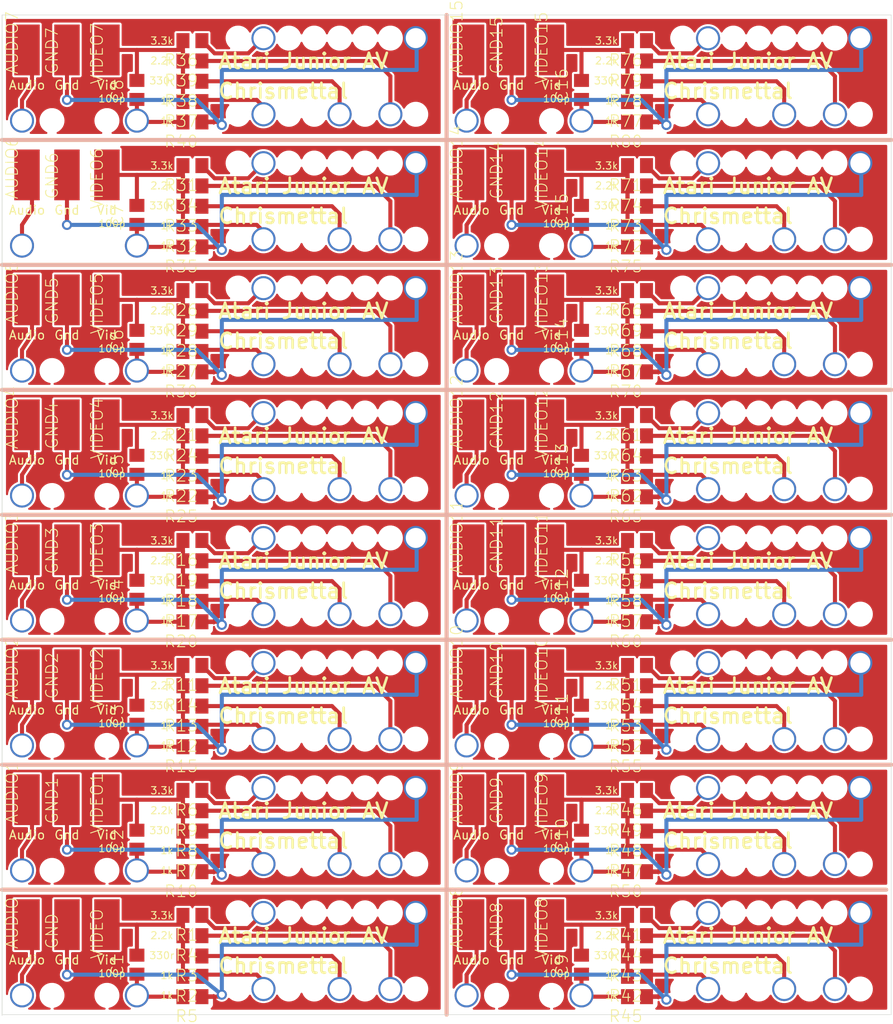
<source format=kicad_pcb>
(kicad_pcb (version 20211014) (generator pcbnew)
  (layers (0 "F.Cu" signal) (1 "In1.Cu" signal) (2 "In2.Cu" signal) (3 "In3.Cu" signal) (4 "In4.Cu" signal) (5 "In5.Cu" signal) (6 "In6.Cu" signal) (7 "In7.Cu" signal) (8 "In8.Cu" signal) (9 "In9.Cu" signal) (10 "In10.Cu" signal) (11 "In11.Cu" signal) (12 "In12.Cu" signal) (13 "In13.Cu" signal) (14 "In14.Cu" signal) (31 "B.Cu" signal) (34 "B.Paste" user) (35 "F.Paste" user) (36 "B.SilkS" user "B.Silkscreen") (37 "F.SilkS" user "F.Silkscreen") (38 "B.Mask" user) (39 "F.Mask" user) (44 "Edge.Cuts" user))
  (net 0 "")
  (net 1 "N$1")
  (net 2 "N$2")
  (net 3 "N$3")
  (net 4 "N$4")
  (net 5 "N$5")
  (net 6 "S$1")
  (net 7 "GND")
  (net 8 "COLORIN")
  (net 9 "AUDIOIN")
  (net 10 "N$6")
  (net 11 "N$7")
  (net 12 "N$8")
  (net 13 "N$9")
  (net 14 "N$10")
  (net 15 "S$2")
  (net 16 "GND1")
  (net 17 "COLORIN1")
  (net 18 "AUDIOIN1")
  (net 19 "N$11")
  (net 20 "N$12")
  (net 21 "N$13")
  (net 22 "N$14")
  (net 23 "N$15")
  (net 24 "S$3")
  (net 25 "GND2")
  (net 26 "COLORIN2")
  (net 27 "AUDIOIN2")
  (net 28 "N$16")
  (net 29 "N$17")
  (net 30 "N$18")
  (net 31 "N$19")
  (net 32 "N$20")
  (net 33 "S$4")
  (net 34 "GND3")
  (net 35 "COLORIN3")
  (net 36 "AUDIOIN3")
  (net 37 "N$21")
  (net 38 "N$22")
  (net 39 "N$23")
  (net 40 "N$24")
  (net 41 "N$25")
  (net 42 "S$5")
  (net 43 "GND4")
  (net 44 "COLORIN4")
  (net 45 "AUDIOIN4")
  (net 46 "N$26")
  (net 47 "N$27")
  (net 48 "N$28")
  (net 49 "N$29")
  (net 50 "N$30")
  (net 51 "S$6")
  (net 52 "GND5")
  (net 53 "COLORIN5")
  (net 54 "AUDIOIN5")
  (net 55 "N$31")
  (net 56 "N$32")
  (net 57 "N$33")
  (net 58 "N$34")
  (net 59 "N$35")
  (net 60 "S$7")
  (net 61 "GND6")
  (net 62 "COLORIN6")
  (net 63 "AUDIOIN6")
  (net 64 "N$36")
  (net 65 "N$37")
  (net 66 "N$38")
  (net 67 "N$39")
  (net 68 "N$40")
  (net 69 "S$8")
  (net 70 "GND7")
  (net 71 "COLORIN7")
  (net 72 "AUDIOIN7")
  (net 73 "N$41")
  (net 74 "N$42")
  (net 75 "N$43")
  (net 76 "N$44")
  (net 77 "N$45")
  (net 78 "S$9")
  (net 79 "GND8")
  (net 80 "COLORIN8")
  (net 81 "AUDIOIN8")
  (net 82 "N$46")
  (net 83 "N$47")
  (net 84 "N$48")
  (net 85 "N$49")
  (net 86 "N$50")
  (net 87 "S$10")
  (net 88 "GND9")
  (net 89 "COLORIN9")
  (net 90 "AUDIOIN9")
  (net 91 "N$51")
  (net 92 "N$52")
  (net 93 "N$53")
  (net 94 "N$54")
  (net 95 "N$55")
  (net 96 "S$11")
  (net 97 "GND10")
  (net 98 "COLORIN10")
  (net 99 "AUDIOIN10")
  (net 100 "N$56")
  (net 101 "N$57")
  (net 102 "N$58")
  (net 103 "N$59")
  (net 104 "N$60")
  (net 105 "S$12")
  (net 106 "GND11")
  (net 107 "COLORIN11")
  (net 108 "AUDIOIN11")
  (net 109 "N$61")
  (net 110 "N$62")
  (net 111 "N$63")
  (net 112 "N$64")
  (net 113 "N$65")
  (net 114 "S$13")
  (net 115 "GND12")
  (net 116 "COLORIN12")
  (net 117 "AUDIOIN12")
  (net 118 "N$66")
  (net 119 "N$67")
  (net 120 "N$68")
  (net 121 "N$69")
  (net 122 "N$70")
  (net 123 "S$14")
  (net 124 "GND13")
  (net 125 "COLORIN13")
  (net 126 "AUDIOIN13")
  (net 127 "N$71")
  (net 128 "N$72")
  (net 129 "N$73")
  (net 130 "N$74")
  (net 131 "N$75")
  (net 132 "S$15")
  (net 133 "GND14")
  (net 134 "COLORIN14")
  (net 135 "AUDIOIN14")
  (net 136 "N$76")
  (net 137 "N$77")
  (net 138 "N$78")
  (net 139 "N$79")
  (net 140 "N$80")
  (net 141 "S$16")
  (net 142 "GND15")
  (net 143 "COLORIN15")
  (net 144 "AUDIOIN15")
  (footprint "" (layer "F.Cu") (at 132.7111 69.7696)
    (fp_text reference "@HOLE81" hide)
    (fp_text value "")
  )
  (footprint "AtariJuniorAVPanelized:SMD2,54-5,08" (layer "F.Cu") (at 106.5011 58.4536)
    (fp_text reference "AUDIO7")
    (fp_text value "WIREPADSMD2,54-5,08")
  )
  (footprint "" (layer "F.Cu") (at 184.8311 127.3896)
    (fp_text reference "@HOLE139" hide)
    (fp_text value "")
  )
  (footprint "" (layer "F.Cu") (at 172.1311 102.3896)
    (fp_text reference "@HOLE168" hide)
    (fp_text value "")
  )
  (footprint "AtariJuniorAVPanelized:SMD2,54-5,08" (layer "F.Cu") (at 155.0011 133.4536)
    (fp_text reference "GND9")
    (fp_text value "WIREPADSMD2,54-5,08")
  )
  (footprint "AtariJuniorAVPanelized:SMD2,54-5,08" (layer "F.Cu") (at 110.5011 83.4536)
    (fp_text reference "GND5")
    (fp_text value "WIREPADSMD2,54-5,08")
  )
  (footprint "AtariJuniorAVPanelized:R0805" (layer "F.Cu") (at 123.0591 111.5876 180)
    (fp_text reference "R18")
    (fp_text value "330r")
  )
  (footprint "AtariJuniorAVPanelized:SMD2,54-5,08" (layer "F.Cu") (at 114.5011 95.9536)
    (fp_text reference "VIDEO4")
    (fp_text value "WIREPADSMD2,54-5,08")
  )
  (footprint "" (layer "F.Cu") (at 177.2111 64.8896)
    (fp_text reference "@HOLE206" hide)
    (fp_text value "")
  )
  (footprint "" (layer "F.Cu") (at 140.3311 94.7696)
    (fp_text reference "@HOLE58" hide)
    (fp_text value "")
  )
  (footprint "AtariJuniorAVPanelized:R0805" (layer "F.Cu") (at 167.5591 136.5876 180)
    (fp_text reference "R48")
    (fp_text value "330r")
  )
  (footprint "AtariJuniorAVPanelized:R0805" (layer "F.Cu") (at 123.0591 65.6536 180)
    (fp_text reference "R40")
    (fp_text value "1k")
  )
  (footprint "AtariJuniorAVPanelized:R0805" (layer "F.Cu") (at 123.0591 99.0876 180)
    (fp_text reference "R23")
    (fp_text value "330r")
  )
  (footprint "" (layer "F.Cu") (at 187.3711 144.7696)
    (fp_text reference "@HOLE111" hide)
    (fp_text value "")
  )
  (footprint "" (layer "F.Cu") (at 172.1311 139.8896)
    (fp_text reference "@HOLE129" hide)
    (fp_text value "")
  )
  (footprint "" (layer "F.Cu") (at 179.7511 119.7696)
    (fp_text reference "@HOLE134" hide)
    (fp_text value "")
  )
  (footprint "" (layer "F.Cu") (at 132.7111 114.8896)
    (fp_text reference "@HOLE50" hide)
    (fp_text value "")
  )
  (footprint "AtariJuniorAVPanelized:R0805" (layer "F.Cu") (at 123.0591 84.5556 180)
    (fp_text reference "R29")
    (fp_text value "2.2k")
  )
  (footprint "" (layer "F.Cu") (at 187.3711 57.2696)
    (fp_text reference "@HOLE202" hide)
    (fp_text value "")
  )
  (footprint "" (layer "F.Cu") (at 137.7911 107.2696)
    (fp_text reference "@HOLE44" hide)
    (fp_text value "")
  )
  (footprint "" (layer "F.Cu") (at 172.1311 114.8896)
    (fp_text reference "@HOLE155" hide)
    (fp_text value "")
  )
  (footprint "" (layer "F.Cu") (at 172.1311 57.2696)
    (fp_text reference "@HOLE197" hide)
    (fp_text value "")
  )
  (footprint "" (layer "F.Cu") (at 145.4111 152.3896)
    (fp_text reference "@HOLE8" hide)
    (fp_text value "")
  )
  (footprint "" (layer "F.Cu") (at 184.8311 144.7696)
    (fp_text reference "@HOLE110" hide)
    (fp_text value "")
  )
  (footprint "" (layer "F.Cu") (at 179.7511 82.2696)
    (fp_text reference "@HOLE173" hide)
    (fp_text value "")
  )
  (footprint "AtariJuniorAVPanelized:SMD2,54-5,08" (layer "F.Cu") (at 151.0011 70.9536)
    (fp_text reference "AUDIO14")
    (fp_text value "WIREPADSMD2,54-5,08")
  )
  (footprint "AtariJuniorAVPanelized:R0805" (layer "F.Cu") (at 167.5591 115.6536 180)
    (fp_text reference "R60")
    (fp_text value "1k")
  )
  (footprint "" (layer "F.Cu") (at 177.2111 127.3896)
    (fp_text reference "@HOLE141" hide)
    (fp_text value "")
  )
  (footprint "AtariJuniorAVPanelized:SMD2,54-5,08" (layer "F.Cu") (at 114.5011 133.4536)
    (fp_text reference "VIDEO1")
    (fp_text value "WIREPADSMD2,54-5,08")
  )
  (footprint "" (layer "F.Cu") (at 187.3711 69.7696)
    (fp_text reference "@HOLE189" hide)
    (fp_text value "")
  )
  (footprint "AtariJuniorAVPanelized:R0805" (layer "F.Cu") (at 167.5591 103.1536 180)
    (fp_text reference "R65")
    (fp_text value "1k")
  )
  (footprint "AtariJuniorAVPanelized:SMD2,54-5,08" (layer "F.Cu") (at 159.0011 83.4536)
    (fp_text reference "VIDEO13")
    (fp_text value "WIREPADSMD2,54-5,08")
  )
  (footprint "" (layer "F.Cu") (at 135.2511 119.7696)
    (fp_text reference "@HOLE30" hide)
    (fp_text value "")
  )
  (footprint "" (layer "F.Cu") (at 182.2911 82.2696)
    (fp_text reference "@HOLE174" hide)
    (fp_text value "")
  )
  (footprint "" (layer "F.Cu") (at 132.7111 77.3896)
    (fp_text reference "@HOLE89" hide)
    (fp_text value "")
  )
  (footprint "" (layer "F.Cu") (at 184.8311 69.7696)
    (fp_text reference "@HOLE188" hide)
    (fp_text value "")
  )
  (footprint "AtariJuniorAVPanelized:SMD2,54-5,08" (layer "F.Cu") (at 114.5011 120.9536)
    (fp_text reference "VIDEO2")
    (fp_text value "WIREPADSMD2,54-5,08")
  )
  (footprint "" (layer "F.Cu") (at 142.8711 132.2696)
    (fp_text reference "@HOLE20" hide)
    (fp_text value "")
  )
  (footprint "" (layer "F.Cu") (at 140.3311 57.2696)
    (fp_text reference "@HOLE97" hide)
    (fp_text value "")
  )
  (footprint "AtariJuniorAVPanelized:R0805" (layer "F.Cu") (at 167.5591 99.0876 180)
    (fp_text reference "R63")
    (fp_text value "330r")
  )
  (footprint "" (layer "F.Cu") (at 135.2511 94.7696)
    (fp_text reference "@HOLE56" hide)
    (fp_text value "")
  )
  (footprint "AtariJuniorAVPanelized:R0805" (layer "F.Cu") (at 167.5591 128.1536 180)
    (fp_text reference "R55")
    (fp_text value "1k")
  )
  (footprint "" (layer "F.Cu") (at 132.7111 127.3896)
    (fp_text reference "@HOLE37" hide)
    (fp_text value "")
  )
  (footprint "AtariJuniorAVPanelized:SMD2,54-5,08" (layer "F.Cu") (at 114.5011 145.9536)
    (fp_text reference "VIDEO")
    (fp_text value "WIREPADSMD2,54-5,08")
  )
  (footprint "" (layer "F.Cu") (at 140.3311 82.2696)
    (fp_text reference "@HOLE71" hide)
    (fp_text value "")
  )
  (footprint "AtariJuniorAVPanelized:C0805" (layer "F.Cu") (at 162.0011 149.9536 90)
    (fp_text reference "C9")
    (fp_text value "100pF")
  )
  (footprint "" (layer "F.Cu") (at 127.6311 94.7696)
    (fp_text reference "@HOLE54" hide)
    (fp_text value "")
  )
  (footprint "" (layer "F.Cu") (at 132.7111 64.8896)
    (fp_text reference "@HOLE102" hide)
    (fp_text value "")
  )
  (footprint "" (layer "F.Cu") (at 135.2511 132.2696)
    (fp_text reference "@HOLE17" hide)
    (fp_text value "")
  )
  (footprint "AtariJuniorAVPanelized:R0805" (layer "F.Cu") (at 167.5591 97.0556 180)
    (fp_text reference "R64")
    (fp_text value "2.2k")
  )
  (footprint "" (layer "F.Cu") (at 159.0011 78.0246)
    (fp_text reference "@HOLE183" hide)
    (fp_text value "")
  )
  (footprint "AtariJuniorAVPanelized:SMD2,54-5,08" (layer "F.Cu") (at 110.5011 120.9536)
    (fp_text reference "GND2")
    (fp_text value "WIREPADSMD2,54-5,08")
  )
  (footprint "" (layer "F.Cu") (at 135.2511 89.8896)
    (fp_text reference "@HOLE75" hide)
    (fp_text value "")
  )
  (footprint "" (layer "F.Cu") (at 184.8311 82.2696)
    (fp_text reference "@HOLE175" hide)
    (fp_text value "")
  )
  (footprint "" (layer "F.Cu") (at 172.1311 89.8896)
    (fp_text reference "@HOLE181" hide)
    (fp_text value "")
  )
  (footprint "" (layer "F.Cu") (at 184.8311 132.2696)
    (fp_text reference "@HOLE123" hide)
    (fp_text value "")
  )
  (footprint "" (layer "F.Cu") (at 114.5011 78.0246)
    (fp_text reference "@HOLE79" hide)
    (fp_text value "")
  )
  (footprint "AtariJuniorAVPanelized:R0805" (layer "F.Cu") (at 123.0591 57.5236 180)
    (fp_text reference "R36")
    (fp_text value "3.3k")
  )
  (footprint "" (layer "F.Cu") (at 179.7511 89.8896)
    (fp_text reference "@HOLE179" hide)
    (fp_text value "")
  )
  (footprint "AtariJuniorAVPanelized:SMD2,54-5,08" (layer "F.Cu") (at 106.5011 108.4536)
    (fp_text reference "AUDIO3")
    (fp_text value "WIREPADSMD2,54-5,08")
  )
  (footprint "" (layer "F.Cu") (at 172.1311 132.2696)
    (fp_text reference "@HOLE119" hide)
    (fp_text value "")
  )
  (footprint "" (layer "F.Cu") (at 179.7511 64.8896)
    (fp_text reference "@HOLE205" hide)
    (fp_text value "")
  )
  (footprint "AtariJuniorAVPanelized:R0805" (layer "F.Cu") (at 123.0591 113.6196 180)
    (fp_text reference "R17")
    (fp_text value "1k")
  )
  (footprint "" (layer "F.Cu") (at 189.9111 152.3896)
    (fp_text reference "@HOLE112" hide)
    (fp_text value "")
  )
  (footprint "" (layer "F.Cu") (at 179.7511 132.2696)
    (fp_text reference "@HOLE121" hide)
    (fp_text value "")
  )
  (footprint "" (layer "F.Cu") (at 109.0011 115.5246)
    (fp_text reference "@HOLE39" hide)
    (fp_text value "")
  )
  (footprint "" (layer "F.Cu") (at 132.7111 94.7696)
    (fp_text reference "@HOLE55" hide)
    (fp_text value "")
  )
  (footprint "" (layer "F.Cu") (at 140.3311 102.3896)
    (fp_text reference "@HOLE61" hide)
    (fp_text value "")
  )
  (footprint "" (layer "F.Cu") (at 184.8311 64.8896)
    (fp_text reference "@HOLE204" hide)
    (fp_text value "")
  )
  (footprint "" (layer "F.Cu") (at 159.0011 128.0246)
    (fp_text reference "@HOLE131" hide)
    (fp_text value "")
  )
  (footprint "" (layer "F.Cu") (at 159.0011 90.5246)
    (fp_text reference "@HOLE170" hide)
    (fp_text value "")
  )
  (footprint "AtariJuniorAVPanelized:R0805" (layer "F.Cu") (at 167.5591 61.5876 180)
    (fp_text reference "R78")
    (fp_text value "330r")
  )
  (footprint "" (layer "F.Cu") (at 137.7911 144.7696)
    (fp_text reference "@HOLE5" hide)
    (fp_text value "")
  )
  (footprint "AtariJuniorAVPanelized:SMD2,54-5,08" (layer "F.Cu") (at 155.0011 108.4536)
    (fp_text reference "GND11")
    (fp_text value "WIREPADSMD2,54-5,08")
  )
  (footprint "AtariJuniorAVPanelized:SMD2,54-5,08" (layer "F.Cu") (at 155.0011 120.9536)
    (fp_text reference "GND10")
    (fp_text value "WIREPADSMD2,54-5,08")
  )
  (footprint "AtariJuniorAVPanelized:R0805" (layer "F.Cu") (at 167.5591 65.6536 180)
    (fp_text reference "R80")
    (fp_text value "1k")
  )
  (footprint "" (layer "F.Cu") (at 182.2911 57.2696)
    (fp_text reference "@HOLE200" hide)
    (fp_text value "")
  )
  (footprint "AtariJuniorAVPanelized:R0805" (layer "F.Cu") (at 123.0591 101.1196 180)
    (fp_text reference "R22")
    (fp_text value "1k")
  )
  (footprint "" (layer "F.Cu") (at 114.5011 65.5246)
    (fp_text reference "@HOLE92" hide)
    (fp_text value "")
  )
  (footprint "" (layer "F.Cu") (at 184.8311 139.8896)
    (fp_text reference "@HOLE126" hide)
    (fp_text value "")
  )
  (footprint "" (layer "F.Cu") (at 189.9111 114.8896)
    (fp_text reference "@HOLE151" hide)
    (fp_text value "")
  )
  (footprint "AtariJuniorAVPanelized:R0805" (layer "F.Cu") (at 167.5591 149.0876 180)
    (fp_text reference "R43")
    (fp_text value "330r")
  )
  (footprint "" (layer "F.Cu") (at 140.3311 107.2696)
    (fp_text reference "@HOLE45" hide)
    (fp_text value "")
  )
  (footprint "" (layer "F.Cu") (at 145.4111 64.8896)
    (fp_text reference "@HOLE99" hide)
    (fp_text value "")
  )
  (footprint "AtariJuniorAVPanelized:C0805" (layer "F.Cu") (at 162.0011 74.9536 90)
    (fp_text reference "C15")
    (fp_text value "100pF")
  )
  (footprint "" (layer "F.Cu") (at 145.4111 89.8896)
    (fp_text reference "@HOLE73" hide)
    (fp_text value "")
  )
  (footprint "AtariJuniorAVPanelized:R0805" (layer "F.Cu") (at 167.5591 140.6536 180)
    (fp_text reference "R50")
    (fp_text value "1k")
  )
  (footprint "" (layer "F.Cu") (at 179.7511 107.2696)
    (fp_text reference "@HOLE147" hide)
    (fp_text value "")
  )
  (footprint "" (layer "F.Cu") (at 187.3711 132.2696)
    (fp_text reference "@HOLE124" hide)
    (fp_text value "")
  )
  (footprint "AtariJuniorAVPanelized:SMD2,54-5,08" (layer "F.Cu") (at 155.0011 95.9536)
    (fp_text reference "GND12")
    (fp_text value "WIREPADSMD2,54-5,08")
  )
  (footprint "" (layer "F.Cu") (at 159.0011 65.5246)
    (fp_text reference "@HOLE196" hide)
    (fp_text value "")
  )
  (footprint "AtariJuniorAVPanelized:R0805" (layer "F.Cu") (at 123.0591 122.0556 180)
    (fp_text reference "R14")
    (fp_text value "2.2k")
  )
  (footprint "AtariJuniorAVPanelized:R0805" (layer "F.Cu") (at 167.5591 86.5876 180)
    (fp_text reference "R68")
    (fp_text value "330r")
  )
  (footprint "" (layer "F.Cu") (at 189.9111 77.3896)
    (fp_text reference "@HOLE190" hide)
    (fp_text value "")
  )
  (footprint "" (layer "F.Cu") (at 159.0011 153.0246)
    (fp_text reference "@HOLE105" hide)
    (fp_text value "")
  )
  (footprint "AtariJuniorAVPanelized:SMD2,54-5,08" (layer "F.Cu") (at 106.5011 133.4536)
    (fp_text reference "AUDIO1")
    (fp_text value "WIREPADSMD2,54-5,08")
  )
  (footprint "" (layer "F.Cu") (at 132.7111 152.3896)
    (fp_text reference "@HOLE11" hide)
    (fp_text value "")
  )
  (footprint "AtariJuniorAVPanelized:SMD2,54-5,08" (layer "F.Cu") (at 155.0011 58.4536)
    (fp_text reference "GND15")
    (fp_text value "WIREPADSMD2,54-5,08")
  )
  (footprint "" (layer "F.Cu") (at 153.5011 115.5246)
    (fp_text reference "@HOLE143" hide)
    (fp_text value "")
  )
  (footprint "AtariJuniorAVPanelized:SMD2,54-5,08" (layer "F.Cu") (at 106.5011 95.9536)
    (fp_text reference "AUDIO4")
    (fp_text value "WIREPADSMD2,54-5,08")
  )
  (footprint "" (layer "F.Cu") (at 142.8711 69.7696)
    (fp_text reference "@HOLE85" hide)
    (fp_text value "")
  )
  (footprint "" (layer "F.Cu") (at 109.0011 153.0246)
    (fp_text reference "@HOLE0" hide)
    (fp_text value "")
  )
  (footprint "" (layer "F.Cu") (at 135.2511 114.8896)
    (fp_text reference "@HOLE49" hide)
    (fp_text value "")
  )
  (footprint "AtariJuniorAVPanelized:R0805" (layer "F.Cu") (at 167.5591 151.1196 180)
    (fp_text reference "R42")
    (fp_text value "1k")
  )
  (footprint "AtariJuniorAVPanelized:R0805" (layer "F.Cu") (at 123.0591 103.1536 180)
    (fp_text reference "R25")
    (fp_text value "1k")
  )
  (footprint "AtariJuniorAVPanelized:R0805" (layer "F.Cu") (at 167.5591 95.0236 180)
    (fp_text reference "R61")
    (fp_text value "3.3k")
  )
  (footprint "" (layer "F.Cu") (at 135.2511 64.8896)
    (fp_text reference "@HOLE101" hide)
    (fp_text value "")
  )
  (footprint "" (layer "F.Cu") (at 184.8311 57.2696)
    (fp_text reference "@HOLE201" hide)
    (fp_text value "")
  )
  (footprint "AtariJuniorAVPanelized:R0805" (layer "F.Cu") (at 167.5591 82.5236 180)
    (fp_text reference "R66")
    (fp_text value "3.3k")
  )
  (footprint "" (layer "F.Cu") (at 127.6311 77.3896)
    (fp_text reference "@HOLE90" hide)
    (fp_text value "")
  )
  (footprint "" (layer "F.Cu") (at 184.8311 107.2696)
    (fp_text reference "@HOLE149" hide)
    (fp_text value "")
  )
  (footprint "AtariJuniorAVPanelized:R0805" (layer "F.Cu") (at 167.5591 113.6196 180)
    (fp_text reference "R57")
    (fp_text value "1k")
  )
  (footprint "AtariJuniorAVPanelized:R0805" (layer "F.Cu") (at 167.5591 120.0236 180)
    (fp_text reference "R51")
    (fp_text value "3.3k")
  )
  (footprint "AtariJuniorAVPanelized:R0805" (layer "F.Cu") (at 167.5591 76.1196 180)
    (fp_text reference "R72")
    (fp_text value "1k")
  )
  (footprint "" (layer "F.Cu") (at 153.5011 78.0246)
    (fp_text reference "@HOLE182" hide)
    (fp_text value "")
  )
  (footprint "" (layer "F.Cu") (at 177.2111 89.8896)
    (fp_text reference "@HOLE180" hide)
    (fp_text value "")
  )
  (footprint "AtariJuniorAVPanelized:R0805" (layer "F.Cu") (at 123.0591 59.5556 180)
    (fp_text reference "R39")
    (fp_text value "2.2k")
  )
  (footprint "AtariJuniorAVPanelized:R0805" (layer "F.Cu") (at 123.0591 149.0876 180)
    (fp_text reference "R3")
    (fp_text value "330r")
  )
  (footprint "" (layer "F.Cu") (at 137.7911 69.7696)
    (fp_text reference "@HOLE83" hide)
    (fp_text value "")
  )
  (footprint "" (layer "F.Cu") (at 135.2511 139.8896)
    (fp_text reference "@HOLE23" hide)
    (fp_text value "")
  )
  (footprint "AtariJuniorAVPanelized:SMD2,54-5,08" (layer "F.Cu") (at 151.0011 108.4536)
    (fp_text reference "AUDIO11")
    (fp_text value "WIREPADSMD2,54-5,08")
  )
  (footprint "" (layer "F.Cu") (at 132.7111 119.7696)
    (fp_text reference "@HOLE29" hide)
    (fp_text value "")
  )
  (footprint "" (layer "F.Cu") (at 179.7511 77.3896)
    (fp_text reference "@HOLE192" hide)
    (fp_text value "")
  )
  (footprint "" (layer "F.Cu") (at 182.2911 132.2696)
    (fp_text reference "@HOLE122" hide)
    (fp_text value "")
  )
  (footprint "" (layer "F.Cu") (at 137.7911 82.2696)
    (fp_text reference "@HOLE70" hide)
    (fp_text value "")
  )
  (footprint "" (layer "F.Cu") (at 142.8711 57.2696)
    (fp_text reference "@HOLE98" hide)
    (fp_text value "")
  )
  (footprint "" (layer "F.Cu") (at 132.7111 144.7696)
    (fp_text reference "@HOLE3" hide)
    (fp_text value "")
  )
  (footprint "" (layer "F.Cu") (at 140.3311 127.3896)
    (fp_text reference "@HOLE35" hide)
    (fp_text value "")
  )
  (footprint "AtariJuniorAVPanelized:R0805" (layer "F.Cu") (at 123.0591 134.5556 180)
    (fp_text reference "R9")
    (fp_text value "2.2k")
  )
  (footprint "AtariJuniorAVPanelized:R0805" (layer "F.Cu") (at 123.0591 109.5556 180)
    (fp_text reference "R19")
    (fp_text value "2.2k")
  )
  (footprint "AtariJuniorAVPanelized:R0805" (layer "F.Cu") (at 123.0591 120.0236 180)
    (fp_text reference "R11")
    (fp_text value "3.3k")
  )
  (footprint "" (layer "F.Cu") (at 140.3311 144.7696)
    (fp_text reference "@HOLE6" hide)
    (fp_text value "")
  )
  (footprint "" (layer "F.Cu") (at 153.5011 65.5246)
    (fp_text reference "@HOLE195" hide)
    (fp_text value "")
  )
  (footprint "AtariJuniorAVPanelized:SMD2,54-5,08" (layer "F.Cu") (at 114.5011 83.4536)
    (fp_text reference "VIDEO5")
    (fp_text value "WIREPADSMD2,54-5,08")
  )
  (footprint "AtariJuniorAVPanelized:SMD2,54-5,08" (layer "F.Cu") (at 159.0011 120.9536)
    (fp_text reference "VIDEO10")
    (fp_text value "WIREPADSMD2,54-5,08")
  )
  (footprint "" (layer "F.Cu") (at 109.0011 103.0246)
    (fp_text reference "@HOLE52" hide)
    (fp_text value "")
  )
  (footprint "" (layer "F.Cu") (at 177.2111 132.2696)
    (fp_text reference "@HOLE120" hide)
    (fp_text value "")
  )
  (footprint "" (layer "F.Cu") (at 127.6311 127.3896)
    (fp_text reference "@HOLE38" hide)
    (fp_text value "")
  )
  (footprint "" (layer "F.Cu") (at 179.7511 152.3896)
    (fp_text reference "@HOLE114" hide)
    (fp_text value "")
  )
  (footprint "AtariJuniorAVPanelized:R0805" (layer "F.Cu") (at 123.0591 78.1536 180)
    (fp_text reference "R35")
    (fp_text value "1k")
  )
  (footprint "AtariJuniorAVPanelized:SMD2,54-5,08" (layer "F.Cu") (at 110.5011 95.9536)
    (fp_text reference "GND4")
    (fp_text value "WIREPADSMD2,54-5,08")
  )
  (footprint "" (layer "F.Cu") (at 184.8311 77.3896)
    (fp_text reference "@HOLE191" hide)
    (fp_text value "")
  )
  (footprint "AtariJuniorAVPanelized:R0805" (layer "F.Cu") (at 123.0591 72.0556 180)
    (fp_text reference "R34")
    (fp_text value "2.2k")
  )
  (footprint "" (layer "F.Cu") (at 177.2111 139.8896)
    (fp_text reference "@HOLE128" hide)
    (fp_text value "")
  )
  (footprint "AtariJuniorAVPanelized:R0805" (layer "F.Cu") (at 123.0591 63.6196 180)
    (fp_text reference "R37")
    (fp_text value "1k")
  )
  (footprint "" (layer "F.Cu") (at 179.7511 144.7696)
    (fp_text reference "@HOLE108" hide)
    (fp_text value "")
  )
  (footprint "AtariJuniorAVPanelized:R0805" (layer "F.Cu") (at 167.5591 109.5556 180)
    (fp_text reference "R59")
    (fp_text value "2.2k")
  )
  (footprint "" (layer "F.Cu") (at 184.8311 94.7696)
    (fp_text reference "@HOLE162" hide)
    (fp_text value "")
  )
  (footprint "" (layer "F.Cu") (at 172.1311 77.3896)
    (fp_text reference "@HOLE194" hide)
    (fp_text value "")
  )
  (footprint "" (layer "F.Cu") (at 179.7511 94.7696)
    (fp_text reference "@HOLE160" hide)
    (fp_text value "")
  )
  (footprint "AtariJuniorAVPanelized:R0805" (layer "F.Cu") (at 123.0591 115.6536 180)
    (fp_text reference "R20")
    (fp_text value "1k")
  )
  (footprint "" (layer "F.Cu") (at 142.8711 144.7696)
    (fp_text reference "@HOLE7" hide)
    (fp_text value "")
  )
  (footprint "AtariJuniorAVPanelized:R0805" (layer "F.Cu") (at 123.0591 97.0556 180)
    (fp_text reference "R24")
    (fp_text value "2.2k")
  )
  (footprint "" (layer "F.Cu") (at 135.2511 69.7696)
    (fp_text reference "@HOLE82" hide)
    (fp_text value "")
  )
  (footprint "" (layer "F.Cu") (at 184.8311 152.3896)
    (fp_text reference "@HOLE113" hide)
    (fp_text value "")
  )
  (footprint "AtariJuniorAVPanelized:SMD2,54-5,08" (layer "F.Cu") (at 110.5011 133.4536)
    (fp_text reference "GND1")
    (fp_text value "WIREPADSMD2,54-5,08")
  )
  (footprint "" (layer "F.Cu") (at 172.1311 144.7696)
    (fp_text reference "@HOLE106" hide)
    (fp_text value "")
  )
  (footprint "" (layer "F.Cu") (at 132.7111 107.2696)
    (fp_text reference "@HOLE42" hide)
    (fp_text value "")
  )
  (footprint "" (layer "F.Cu") (at 145.4111 139.8896)
    (fp_text reference "@HOLE21" hide)
    (fp_text value "")
  )
  (footprint "AtariJuniorAVPanelized:R0805" (layer "F.Cu") (at 123.0591 132.5236 180)
    (fp_text reference "R6")
    (fp_text value "3.3k")
  )
  (footprint "" (layer "F.Cu") (at 182.2911 144.7696)
    (fp_text reference "@HOLE109" hide)
    (fp_text value "")
  )
  (footprint "AtariJuniorAVPanelized:R0805" (layer "F.Cu") (at 123.0591 124.0876 180)
    (fp_text reference "R13")
    (fp_text value "330r")
  )
  (footprint "" (layer "F.Cu") (at 114.5011 115.5246)
    (fp_text reference "@HOLE40" hide)
    (fp_text value "")
  )
  (footprint "" (layer "F.Cu") (at 172.1311 152.3896)
    (fp_text reference "@HOLE116" hide)
    (fp_text value "")
  )
  (footprint "" (layer "F.Cu") (at 127.6311 102.3896)
    (fp_text reference "@HOLE64" hide)
    (fp_text value "")
  )
  (footprint "AtariJuniorAVPanelized:R0805" (layer "F.Cu") (at 123.0591 88.6196 180)
    (fp_text reference "R27")
    (fp_text value "1k")
  )
  (footprint "AtariJuniorAVPanelized:R0805" (layer "F.Cu") (at 167.5591 70.0236 180)
    (fp_text reference "R71")
    (fp_text value "3.3k")
  )
  (footprint "AtariJuniorAVPanelized:SMD2,54-5,08" (layer "F.Cu") (at 106.5011 145.9536)
    (fp_text reference "AUDIO")
    (fp_text value "WIREPADSMD2,54-5,08")
  )
  (footprint "AtariJuniorAVPanelized:C0805" (layer "F.Cu") (at 162.0011 137.4536 90)
    (fp_text reference "C10")
    (fp_text value "100pF")
  )
  (footprint "" (layer "F.Cu") (at 140.3311 152.3896)
    (fp_text reference "@HOLE9" hide)
    (fp_text value "")
  )
  (footprint "" (layer "F.Cu") (at 127.6311 119.7696)
    (fp_text reference "@HOLE28" hide)
    (fp_text value "")
  )
  (footprint "AtariJuniorAVPanelized:R0805" (layer "F.Cu") (at 123.0591 147.0556 180)
    (fp_text reference "R4")
    (fp_text value "2.2k")
  )
  (footprint "" (layer "F.Cu") (at 132.7111 89.8896)
    (fp_text reference "@HOLE76" hide)
    (fp_text value "")
  )
  (footprint "" (layer "F.Cu") (at 114.5011 103.0246)
    (fp_text reference "@HOLE53" hide)
    (fp_text value "")
  )
  (footprint "" (layer "F.Cu") (at 177.2111 94.7696)
    (fp_text reference "@HOLE159" hide)
    (fp_text value "")
  )
  (footprint "" (layer "F.Cu") (at 135.2511 144.7696)
    (fp_text reference "@HOLE4" hide)
    (fp_text value "")
  )
  (footprint "AtariJuniorAVPanelized:C0805" (layer "F.Cu") (at 162.0011 99.9536 90)
    (fp_text reference "C13")
    (fp_text value "100pF")
  )
  (footprint "" (layer "F.Cu") (at 179.7511 114.8896)
    (fp_text reference "@HOLE153" hide)
    (fp_text value "")
  )
  (footprint "" (layer "F.Cu") (at 142.8711 119.7696)
    (fp_text reference "@HOLE33" hide)
    (fp_text value "")
  )
  (footprint "AtariJuniorAVPanelized:SMD2,54-5,08" (layer "F.Cu") (at 106.5011 83.4536)
    (fp_text reference "AUDIO5")
    (fp_text value "WIREPADSMD2,54-5,08")
  )
  (footprint "AtariJuniorAVPanelized:R0805" (layer "F.Cu") (at 167.5591 90.6536 180)
    (fp_text reference "R70")
    (fp_text value "1k")
  )
  (footprint "AtariJuniorAVPanelized:R0805" (layer "F.Cu") (at 167.5591 74.0876 180)
    (fp_text reference "R73")
    (fp_text value "330r")
  )
  (footprint "" (layer "F.Cu") (at 184.8311 119.7696)
    (fp_text reference "@HOLE136" hide)
    (fp_text value "")
  )
  (footprint "AtariJuniorAVPanelized:R0805" (layer "F.Cu") (at 123.0591 70.0236 180)
    (fp_text reference "R31")
    (fp_text value "3.3k")
  )
  (footprint "" (layer "F.Cu") (at 140.3311 139.8896)
    (fp_text reference "@HOLE22" hide)
    (fp_text value "")
  )
  (footprint "" (layer "F.Cu") (at 127.6311 64.8896)
    (fp_text reference "@HOLE103" hide)
    (fp_text value "")
  )
  (footprint "" (layer "F.Cu") (at 137.7911 119.7696)
    (fp_text reference "@HOLE31" hide)
    (fp_text value "")
  )
  (footprint "AtariJuniorAVPanelized:SMD2,54-5,08" (layer "F.Cu") (at 159.0011 95.9536)
    (fp_text reference "VIDEO12")
    (fp_text value "WIREPADSMD2,54-5,08")
  )
  (footprint "" (layer "F.Cu") (at 132.7111 132.2696)
    (fp_text reference "@HOLE16" hide)
    (fp_text value "")
  )
  (footprint "AtariJuniorAVPanelized:SMD2,54-5,08" (layer "F.Cu") (at 151.0011 120.9536)
    (fp_text reference "AUDIO10")
    (fp_text value "WIREPADSMD2,54-5,08")
  )
  (footprint "" (layer "F.Cu") (at 142.8711 107.2696)
    (fp_text reference "@HOLE46" hide)
    (fp_text value "")
  )
  (footprint "" (layer "F.Cu") (at 135.2511 82.2696)
    (fp_text reference "@HOLE69" hide)
    (fp_text value "")
  )
  (footprint "AtariJuniorAVPanelized:SMD2,54-5,08" (layer "F.Cu") (at 110.5011 108.4536)
    (fp_text reference "GND3")
    (fp_text value "WIREPADSMD2,54-5,08")
  )
  (footprint "" (layer "F.Cu") (at 127.6311 132.2696)
    (fp_text reference "@HOLE15" hide)
    (fp_text value "")
  )
  (footprint "AtariJuniorAVPanelized:R0805" (layer "F.Cu") (at 123.0591 128.1536 180)
    (fp_text reference "R15")
    (fp_text value "1k")
  )
  (footprint "AtariJuniorAVPanelized:R0805" (layer "F.Cu") (at 123.0591 86.5876 180)
    (fp_text reference "R28")
    (fp_text value "330r")
  )
  (footprint "" (layer "F.Cu") (at 127.6311 107.2696)
    (fp_text reference "@HOLE41" hide)
    (fp_text value "")
  )
  (footprint "AtariJuniorAVPanelized:SMD2,54-5,08" (layer "F.Cu") (at 110.5011 58.4536)
    (fp_text reference "GND7")
    (fp_text value "WIREPADSMD2,54-5,08")
  )
  (footprint "" (layer "F.Cu") (at 145.4111 102.3896)
    (fp_text reference "@HOLE60" hide)
    (fp_text value "")
  )
  (footprint "AtariJuniorAVPanelized:R0805" (layer "F.Cu") (at 167.5591 153.1536 180)
    (fp_text reference "R45")
    (fp_text value "1k")
  )
  (footprint "" (layer "F.Cu") (at 142.8711 82.2696)
    (fp_text reference "@HOLE72" hide)
    (fp_text value "")
  )
  (footprint "" (layer "F.Cu") (at 179.7511 139.8896)
    (fp_text reference "@HOLE127" hide)
    (fp_text value "")
  )
  (footprint "AtariJuniorAVPanelized:R0805" (layer "F.Cu") (at 167.5591 147.0556 180)
    (fp_text reference "R44")
    (fp_text value "2.2k")
  )
  (footprint "AtariJuniorAVPanelized:R0805" (layer "F.Cu") (at 167.5591 57.5236 180)
    (fp_text reference "R76")
    (fp_text value "3.3k")
  )
  (footprint "" (layer "F.Cu") (at 177.2111 107.2696)
    (fp_text reference "@HOLE146" hide)
    (fp_text value "")
  )
  (footprint "AtariJuniorAVPanelized:R0805" (layer "F.Cu") (at 167.5591 84.5556 180)
    (fp_text reference "R69")
    (fp_text value "2.2k")
  )
  (footprint "AtariJuniorAVPanelized:R0805" (layer "F.Cu") (at 123.0591 140.6536 180)
    (fp_text reference "R10")
    (fp_text value "1k")
  )
  (footprint "AtariJuniorAVPanelized:SMD2,54-5,08" (layer "F.Cu") (at 159.0011 58.4536)
    (fp_text reference "VIDEO15")
    (fp_text value "WIREPADSMD2,54-5,08")
  )
  (footprint "" (layer "F.Cu") (at 140.3311 132.2696)
    (fp_text reference "@HOLE19" hide)
    (fp_text value "")
  )
  (footprint "AtariJuniorAVPanelized:R0805" (layer "F.Cu") (at 123.0591 151.1196 180)
    (fp_text reference "R2")
    (fp_text value "1k")
  )
  (footprint "AtariJuniorAVPanelized:R0805" (layer "F.Cu") (at 123.0591 82.5236 180)
    (fp_text reference "R26")
    (fp_text value "3.3k")
  )
  (footprint "" (layer "F.Cu") (at 182.2911 119.7696)
    (fp_text reference "@HOLE135" hide)
    (fp_text value "")
  )
  (footprint "" (layer "F.Cu") (at 127.6311 69.7696)
    (fp_text reference "@HOLE80" hide)
    (fp_text value "")
  )
  (footprint "AtariJuniorAVPanelized:C0805" (layer "F.Cu") (at 117.5011 137.4536 90)
    (fp_text reference "C2")
    (fp_text value "100pF")
  )
  (footprint "AtariJuniorAVPanelized:SMD2,54-5,08" (layer "F.Cu") (at 114.5011 58.4536)
    (fp_text reference "VIDEO7")
    (fp_text value "WIREPADSMD2,54-5,08")
  )
  (footprint "" (layer "F.Cu") (at 137.7911 94.7696)
    (fp_text reference "@HOLE57" hide)
    (fp_text value "")
  )
  (footprint "" (layer "F.Cu") (at 177.2111 69.7696)
    (fp_text reference "@HOLE185" hide)
    (fp_text value "")
  )
  (footprint "" (layer "F.Cu") (at 135.2511 152.3896)
    (fp_text reference "@HOLE10" hide)
    (fp_text value "")
  )
  (footprint "" (layer "F.Cu") (at 127.6311 152.3896)
    (fp_text reference "@HOLE12" hide)
    (fp_text value "")
  )
  (footprint "" (layer "F.Cu") (at 177.2111 144.7696)
    (fp_text reference "@HOLE107" hide)
    (fp_text value "")
  )
  (footprint "AtariJuniorAVPanelized:R0805" (layer "F.Cu") (at 167.5591 122.0556 180)
    (fp_text reference "R54")
    (fp_text value "2.2k")
  )
  (footprint "" (layer "F.Cu") (at 153.5011 90.5246)
    (fp_text reference "@HOLE169" hide)
    (fp_text value "")
  )
  (footprint "" (layer "F.Cu") (at 140.3311 119.7696)
    (fp_text reference "@HOLE32" hide)
    (fp_text value "")
  )
  (footprint "" (layer "F.Cu") (at 177.2111 119.7696)
    (fp_text reference "@HOLE133" hide)
    (fp_text value "")
  )
  (footprint "AtariJuniorAVPanelized:C0805" (layer "F.Cu") (at 117.5011 74.9536 90)
    (fp_text reference "C7")
    (fp_text value "100pF")
  )
  (footprint "AtariJuniorAVPanelized:R0805" (layer "F.Cu") (at 167.5591 111.5876 180)
    (fp_text reference "R58")
    (fp_text value "330r")
  )
  (footprint "AtariJuniorAVPanelized:SMD2,54-5,08" (layer "F.Cu") (at 106.5011 120.9536)
    (fp_text reference "AUDIO2")
    (fp_text value "WIREPADSMD2,54-5,08")
  )
  (footprint "" (layer "F.Cu") (at 135.2511 107.2696)
    (fp_text reference "@HOLE43" hide)
    (fp_text value "")
  )
  (footprint "AtariJuniorAVPanelized:C0805" (layer "F.Cu") (at 162.0011 112.4536 90)
    (fp_text reference "C12")
    (fp_text value "100pF")
  )
  (footprint "" (layer "F.Cu") (at 140.3311 69.7696)
    (fp_text reference "@HOLE84" hide)
    (fp_text value "")
  )
  (footprint "" (layer "F.Cu") (at 177.2111 82.2696)
    (fp_text reference "@HOLE172" hide)
    (fp_text value "")
  )
  (footprint "" (layer "F.Cu") (at 189.9111 139.8896)
    (fp_text reference "@HOLE125" hide)
    (fp_text value "")
  )
  (footprint "AtariJuniorAVPanelized:R0805" (layer "F.Cu") (at 167.5591 107.5236 180)
    (fp_text reference "R56")
    (fp_text value "3.3k")
  )
  (footprint "AtariJuniorAVPanelized:SMD2,54-5,08" (layer "F.Cu") (at 110.5011 145.9536)
    (fp_text reference "GND")
    (fp_text value "WIREPADSMD2,54-5,08")
  )
  (footprint "" (layer "F.Cu") (at 184.8311 114.8896)
    (fp_text reference "@HOLE152" hide)
    (fp_text value "")
  )
  (footprint "" (layer "F.Cu") (at 137.7911 132.2696)
    (fp_text reference "@HOLE18" hide)
    (fp_text value "")
  )
  (footprint "" (layer "F.Cu") (at 177.2111 152.3896)
    (fp_text reference "@HOLE115" hide)
    (fp_text value "")
  )
  (footprint "" (layer "F.Cu") (at 187.3711 107.2696)
    (fp_text reference "@HOLE150" hide)
    (fp_text value "")
  )
  (footprint "AtariJuniorAVPanelized:SMD2,54-5,08" (layer "F.Cu") (at 110.5011 70.9536)
    (fp_text reference "GND6")
    (fp_text value "WIREPADSMD2,54-5,08")
  )
  (footprint "" (layer "F.Cu") (at 177.2111 57.2696)
    (fp_text reference "@HOLE198" hide)
    (fp_text value "")
  )
  (footprint "" (layer "F.Cu") (at 145.4111 114.8896)
    (fp_text reference "@HOLE47" hide)
    (fp_text value "")
  )
  (footprint "" (layer "F.Cu") (at 132.7111 102.3896)
    (fp_text reference "@HOLE63" hide)
    (fp_text value "")
  )
  (footprint "" (layer "F.Cu") (at 132.7111 57.2696)
    (fp_text reference "@HOLE94" hide)
    (fp_text value "")
  )
  (footprint "AtariJuniorAVPanelized:SMD2,54-5,08" (layer "F.Cu") (at 151.0011 145.9536)
    (fp_text reference "AUDIO8")
    (fp_text value "WIREPADSMD2,54-5,08")
  )
  (footprint "" (layer "F.Cu") (at 132.7111 139.8896)
    (fp_text reference "@HOLE24" hide)
    (fp_text value "")
  )
  (footprint "AtariJuniorAVPanelized:SMD2,54-5,08" (layer "F.Cu") (at 106.5011 70.9536)
    (fp_text reference "AUDIO6")
    (fp_text value "WIREPADSMD2,54-5,08")
  )
  (footprint "" (layer "F.Cu") (at 153.5011 153.0246)
    (fp_text reference "@HOLE104" hide)
    (fp_text value "")
  )
  (footprint "" (layer "F.Cu") (at 177.2111 114.8896)
    (fp_text reference "@HOLE154" hide)
    (fp_text value "")
  )
  (footprint "" (layer "F.Cu") (at 179.7511 69.7696)
    (fp_text reference "@HOLE186" hide)
    (fp_text value "")
  )
  (footprint "" (layer "F.Cu") (at 182.2911 107.2696)
    (fp_text reference "@HOLE148" hide)
    (fp_text value "")
  )
  (footprint "AtariJuniorAVPanelized:R0805" (layer "F.Cu") (at 167.5591 134.5556 180)
    (fp_text reference "R49")
    (fp_text value "2.2k")
  )
  (footprint "" (layer "F.Cu") (at 172.1311 94.7696)
    (fp_text reference "@HOLE158" hide)
    (fp_text value "")
  )
  (footprint "" (layer "F.Cu") (at 142.8711 94.7696)
    (fp_text reference "@HOLE59" hide)
    (fp_text value "")
  )
  (footprint "" (layer "F.Cu") (at 172.1311 69.7696)
    (fp_text reference "@HOLE184" hide)
    (fp_text value "")
  )
  (footprint "AtariJuniorAVPanelized:R0805" (layer "F.Cu") (at 167.5591 72.0556 180)
    (fp_text reference "R74")
    (fp_text value "2.2k")
  )
  (footprint "" (layer "F.Cu") (at 179.7511 102.3896)
    (fp_text reference "@HOLE166" hide)
    (fp_text value "")
  )
  (footprint "" (layer "F.Cu") (at 179.7511 127.3896)
    (fp_text reference "@HOLE140" hide)
    (fp_text value "")
  )
  (footprint "" (layer "F.Cu") (at 114.5011 128.0246)
    (fp_text reference "@HOLE27" hide)
    (fp_text value "")
  )
  (footprint "" (layer "F.Cu") (at 132.7111 82.2696)
    (fp_text reference "@HOLE68" hide)
    (fp_text value "")
  )
  (footprint "AtariJuniorAVPanelized:SMD2,54-5,08" (layer "F.Cu") (at 151.0011 133.4536)
    (fp_text reference "AUDIO9")
    (fp_text value "WIREPADSMD2,54-5,08")
  )
  (footprint "" (layer "F.Cu") (at 153.5011 128.0246)
    (fp_text reference "@HOLE130" hide)
    (fp_text value "")
  )
  (footprint "AtariJuniorAVPanelized:SMD2,54-5,08" (layer "F.Cu") (at 155.0011 83.4536)
    (fp_text reference "GND13")
    (fp_text value "WIREPADSMD2,54-5,08")
  )
  (footprint "" (layer "F.Cu") (at 135.2511 127.3896)
    (fp_text reference "@HOLE36" hide)
    (fp_text value "")
  )
  (footprint "AtariJuniorAVPanelized:SMD2,54-5,08" (layer "F.Cu") (at 155.0011 70.9536)
    (fp_text reference "GND14")
    (fp_text value "WIREPADSMD2,54-5,08")
  )
  (footprint "" (layer "F.Cu") (at 109.0011 140.5246)
    (fp_text reference "@HOLE13" hide)
    (fp_text value "")
  )
  (footprint "AtariJuniorAVPanelized:C0805" (layer "F.Cu") (at 162.0011 87.4536 90)
    (fp_text reference "C14")
    (fp_text value "100pF")
  )
  (footprint "AtariJuniorAVPanelized:C0805" (layer "F.Cu") (at 162.0011 124.9536 90)
    (fp_text reference "C11")
    (fp_text value "100pF")
  )
  (footprint "" (layer "F.Cu") (at 189.9111 102.3896)
    (fp_text reference "@HOLE164" hide)
    (fp_text value "")
  )
  (footprint "AtariJuniorAVPanelized:C0805" (layer "F.Cu") (at 162.0011 62.4536 90)
    (fp_text reference "C16")
    (fp_text value "100pF")
  )
  (footprint "AtariJuniorAVPanelized:R0805" (layer "F.Cu") (at 123.0591 145.0236 180)
    (fp_text reference "R1")
    (fp_text value "3.3k")
  )
  (footprint "AtariJuniorAVPanelized:C0805" (layer "F.Cu") (at 117.5011 112.4536 90)
    (fp_text reference "C4")
    (fp_text value "100pF")
  )
  (footprint "AtariJuniorAVPanelized:C0805" (layer "F.Cu") (at 117.5011 149.9536 90)
    (fp_text reference "C1")
    (fp_text value "100pF")
  )
  (footprint "AtariJuniorAVPanelized:SMD2,54-5,08" (layer "F.Cu") (at 151.0011 58.4536)
    (fp_text reference "AUDIO15")
    (fp_text value "WIREPADSMD2,54-5,08")
  )
  (footprint "AtariJuniorAVPanelized:R0805" (layer "F.Cu") (at 167.5591 59.5556 180)
    (fp_text reference "R79")
    (fp_text value "2.2k")
  )
  (footprint "" (layer "F.Cu") (at 135.2511 77.3896)
    (fp_text reference "@HOLE88" hide)
    (fp_text value "")
  )
  (footprint "" (layer "F.Cu") (at 182.2911 69.7696)
    (fp_text reference "@HOLE187" hide)
    (fp_text value "")
  )
  (footprint "AtariJuniorAVPanelized:SMD2,54-5,08" (layer "F.Cu") (at 114.5011 70.9536)
    (fp_text reference "VIDEO6")
    (fp_text value "WIREPADSMD2,54-5,08")
  )
  (footprint "" (layer "F.Cu") (at 127.6311 82.2696)
    (fp_text reference "@HOLE67" hide)
    (fp_text value "")
  )
  (footprint "AtariJuniorAVPanelized:R0805" (layer "F.Cu") (at 167.5591 78.1536 180)
    (fp_text reference "R75")
    (fp_text value "1k")
  )
  (footprint "AtariJuniorAVPanelized:SMD2,54-5,08" (layer "F.Cu") (at 159.0011 108.4536)
    (fp_text reference "VIDEO11")
    (fp_text value "WIREPADSMD2,54-5,08")
  )
  (footprint "AtariJuniorAVPanelized:SMD2,54-5,08" (layer "F.Cu") (at 159.0011 70.9536)
    (fp_text reference "VIDEO14")
    (fp_text value "WIREPADSMD2,54-5,08")
  )
  (footprint "" (layer "F.Cu") (at 187.3711 94.7696)
    (fp_text reference "@HOLE163" hide)
    (fp_text value "")
  )
  (footprint "" (layer "F.Cu") (at 137.7911 57.2696)
    (fp_text reference "@HOLE96" hide)
    (fp_text value "")
  )
  (footprint "AtariJuniorAVPanelized:SMD2,54-5,08" (layer "F.Cu") (at 151.0011 83.4536)
    (fp_text reference "AUDIO13")
    (fp_text value "WIREPADSMD2,54-5,08")
  )
  (footprint "" (layer "F.Cu") (at 127.6311 114.8896)
    (fp_text reference "@HOLE51" hide)
    (fp_text value "")
  )
  (footprint "" (layer "F.Cu") (at 140.3311 77.3896)
    (fp_text reference "@HOLE87" hide)
    (fp_text value "")
  )
  (footprint "AtariJuniorAVPanelized:SMD2,54-5,08" (layer "F.Cu") (at 159.0011 145.9536)
    (fp_text reference "VIDEO8")
    (fp_text value "WIREPADSMD2,54-5,08")
  )
  (footprint "AtariJuniorAVPanelized:C0805" (layer "F.Cu") (at 117.5011 124.9536 90)
    (fp_text reference "C3")
    (fp_text value "100pF")
  )
  (footprint "" (layer "F.Cu") (at 135.2511 57.2696)
    (fp_text reference "@HOLE95" hide)
    (fp_text value "")
  )
  (footprint "AtariJuniorAVPanelized:SMD2,54-5,08" (layer "F.Cu") (at 155.0011 145.9536)
    (fp_text reference "GND8")
    (fp_text value "WIREPADSMD2,54-5,08")
  )
  (footprint "" (layer "F.Cu") (at 114.5011 140.5246)
    (fp_text reference "@HOLE14" hide)
    (fp_text value "")
  )
  (footprint "" (layer "F.Cu") (at 127.6311 139.8896)
    (fp_text reference "@HOLE25" hide)
    (fp_text value "")
  )
  (footprint "" (layer "F.Cu") (at 189.9111 64.8896)
    (fp_text reference "@HOLE203" hide)
    (fp_text value "")
  )
  (footprint "" (layer "F.Cu") (at 153.5011 140.5246)
    (fp_text reference "@HOLE117" hide)
    (fp_text value "")
  )
  (footprint "" (layer "F.Cu") (at 127.6311 89.8896)
    (fp_text reference "@HOLE77" hide)
    (fp_text value "")
  )
  (footprint "" (layer "F.Cu") (at 140.3311 114.8896)
    (fp_text reference "@HOLE48" hide)
    (fp_text value "")
  )
  (footprint "" (layer "F.Cu") (at 109.0011 78.0246)
    (fp_text reference "@HOLE78" hide)
    (fp_text value "")
  )
  (footprint "" (layer "F.Cu") (at 140.3311 89.8896)
    (fp_text reference "@HOLE74" hide)
    (fp_text value "")
  )
  (footprint "AtariJuniorAVPanelized:SMD2,54-5,08" (layer "F.Cu") (at 159.0011 133.4536)
    (fp_text reference "VIDEO9")
    (fp_text value "WIREPADSMD2,54-5,08")
  )
  (footprint "" (layer "F.Cu") (at 109.0011 65.5246)
    (fp_text reference "@HOLE91" hide)
    (fp_text value "")
  )
  (footprint "" (layer "F.Cu") (at 182.2911 94.7696)
    (fp_text reference "@HOLE161" hide)
    (fp_text value "")
  )
  (footprint "AtariJuniorAVPanelized:R0805" (layer "F.Cu") (at 123.0591 76.1196 180)
    (fp_text reference "R32")
    (fp_text value "1k")
  )
  (footprint "AtariJuniorAVPanelized:SMD2,54-5,08" (layer "F.Cu") (at 114.5011 108.4536)
    (fp_text reference "VIDEO3")
    (fp_text value "WIREPADSMD2,54-5,08")
  )
  (footprint "" (layer "F.Cu") (at 172.1311 82.2696)
    (fp_text reference "@HOLE171" hide)
    (fp_text value "")
  )
  (footprint "AtariJuniorAVPanelized:C0805" (layer "F.Cu") (at 117.5011 87.4536 90)
    (fp_text reference "C6")
    (fp_text value "100pF")
  )
  (footprint "" (layer "F.Cu") (at 184.8311 89.8896)
    (fp_text reference "@HOLE178" hide)
    (fp_text value "")
  )
  (footprint "" (layer "F.Cu") (at 172.1311 64.8896)
    (fp_text reference "@HOLE207" hide)
    (fp_text value "")
  )
  (footprint "AtariJuniorAVPanelized:R0805" (layer "F.Cu") (at 167.5591 132.5236 180)
    (fp_text reference "R46")
    (fp_text value "3.3k")
  )
  (footprint "" (layer "F.Cu") (at 172.1311 107.2696)
    (fp_text reference "@HOLE145" hide)
    (fp_text value "")
  )
  (footprint "" (layer "F.Cu") (at 127.6311 57.2696)
    (fp_text reference "@HOLE93" hide)
    (fp_text value "")
  )
  (footprint "AtariJuniorAVPanelized:R0805" (layer "F.Cu") (at 167.5591 88.6196 180)
    (fp_text reference "R67")
    (fp_text value "1k")
  )
  (footprint "" (layer "F.Cu") (at 114.5011 153.0246)
    (fp_text reference "@HOLE1" hide)
    (fp_text value "")
  )
  (footprint "AtariJuniorAVPanelized:R0805" (layer "F.Cu") (at 167.5591 124.0876 180)
    (fp_text reference "R53")
    (fp_text value "330r")
  )
  (footprint "AtariJuniorAVPanelized:R0805" (layer "F.Cu") (at 123.0591 74.0876 180)
    (fp_text reference "R33")
    (fp_text value "330r")
  )
  (footprint "" (layer "F.Cu") (at 114.5011 90.5246)
    (fp_text reference "@HOLE66" hide)
    (fp_text value "")
  )
  (footprint "" (layer "F.Cu") (at 140.3311 64.8896)
    (fp_text reference "@HOLE100" hide)
    (fp_text value "")
  )
  (footprint "" (layer "F.Cu") (at 135.2511 102.3896)
    (fp_text reference "@HOLE62" hide)
    (fp_text value "")
  )
  (footprint "AtariJuniorAVPanelized:R0805" (layer "F.Cu") (at 167.5591 138.6196 180)
    (fp_text reference "R47")
    (fp_text value "1k")
  )
  (footprint "" (layer "F.Cu") (at 187.3711 119.7696)
    (fp_text reference "@HOLE137" hide)
    (fp_text value "")
  )
  (footprint "" (layer "F.Cu") (at 177.2111 102.3896)
    (fp_text reference "@HOLE167" hide)
    (fp_text value "")
  )
  (footprint "" (layer "F.Cu") (at 145.4111 127.3896)
    (fp_text reference "@HOLE34" hide)
    (fp_text value "")
  )
  (footprint "AtariJuniorAVPanelized:R0805" (layer "F.Cu") (at 167.5591 63.6196 180)
    (fp_text reference "R77")
    (fp_text value "1k")
  )
  (footprint "" (layer "F.Cu") (at 184.8311 102.3896)
    (fp_text reference "@HOLE165" hide)
    (fp_text value "")
  )
  (footprint "" (layer "F.Cu") (at 159.0011 115.5246)
    (fp_text reference "@HOLE144" hide)
    (fp_text value "")
  )
  (footprint "AtariJuniorAVPanelized:C0805" (layer "F.Cu") (at 117.5011 62.4536 90)
    (fp_text reference "C8")
    (fp_text value "100pF")
  )
  (footprint "AtariJuniorAVPanelized:C0805" (layer "F.Cu") (at 117.5011 99.9536 90)
    (fp_text reference "C5")
    (fp_text value "100pF")
  )
  (footprint "" (layer "F.Cu") (at 189.9111 127.3896)
    (fp_text reference "@HOLE138" hide)
    (fp_text value "")
  )
  (footprint "AtariJuniorAVPanelized:R0805" (layer "F.Cu") (at 167.5591 145.0236 180)
    (fp_text reference "R41")
    (fp_text value "3.3k")
  )
  (footprint "" (layer "F.Cu") (at 159.0011 140.5246)
    (fp_text reference "@HOLE118" hide)
    (fp_text value "")
  )
  (footprint "AtariJuniorAVPanelized:R0805" (layer "F.Cu") (at 123.0591 95.0236 180)
    (fp_text reference "R21")
    (fp_text value "3.3k")
  )
  (footprint "" (layer "F.Cu") (at 109.0011 90.5246)
    (fp_text reference "@HOLE65" hide)
    (fp_text value "")
  )
  (footprint "AtariJuniorAVPanelized:R0805" (layer "F.Cu") (at 167.5591 101.1196 180)
    (fp_text reference "R62")
    (fp_text value "1k")
  )
  (footprint "" (layer "F.Cu") (at 153.5011 103.0246)
    (fp_text reference "@HOLE156" hide)
    (fp_text value "")
  )
  (footprint "" (layer "F.Cu") (at 189.9111 89.8896)
    (fp_text reference "@HOLE177" hide)
    (fp_text value "")
  )
  (footprint "" (layer "F.Cu") (at 127.6311 144.7696)
    (fp_text reference "@HOLE2" hide)
    (fp_text value "")
  )
  (footprint "" (layer "F.Cu") (at 187.3711 82.2696)
    (fp_text reference "@HOLE176" hide)
    (fp_text value "")
  )
  (footprint "" (layer "F.Cu") (at 179.7511 57.2696)
    (fp_text reference "@HOLE199" hide)
    (fp_text value "")
  )
  (footprint "" (layer "F.Cu") (at 172.1311 127.3896)
    (fp_text reference "@HOLE142" hide)
    (fp_text value "")
  )
  (footprint "AtariJuniorAVPanelized:R0805" (layer "F.Cu") (at 123.0591 90.6536 180)
    (fp_text reference "R30")
    (fp_text value "1k")
  )
  (footprint "AtariJuniorAVPanelized:R0805" (layer "F.Cu") (at 167.5591 126.1196 180)
    (fp_text reference "R52")
    (fp_text value "1k")
  )
  (footprint "AtariJuniorAVPanelized:R0805" (layer "F.Cu") (at 123.0591 136.5876 180)
    (fp_text reference "R8")
    (fp_text value "330r")
  )
  (footprint "" (layer "F.Cu") (at 177.2111 77.3896)
    (fp_text reference "@HOLE193" hide)
    (fp_text value "")
  )
  (footprint "AtariJuniorAVPanelized:R0805" (layer "F.Cu") (at 123.0591 138.6196 180)
    (fp_text reference "R7")
    (fp_text value "1k")
  )
  (footprint "" (layer "F.Cu") (at 145.4111 77.3896)
    (fp_text reference "@HOLE86" hide)
    (fp_text value "")
  )
  (footprint "" (layer "F.Cu") (at 159.0011 103.0246)
    (fp_text reference "@HOLE157" hide)
    (fp_text value "")
  )
  (footprint "AtariJuniorAVPanelized:R0805" (layer "F.Cu") (at 123.0591 61.5876 180)
    (fp_text reference "R38")
    (fp_text value "330r")
  )
  (footprint "AtariJuniorAVPanelized:R0805" (layer "F.Cu") (at 123.0591 153.1536 180)
    (fp_text reference "R5")
    (fp_text value "1k")
  )
  (footprint "" (layer "F.Cu") (at 172.1311 119.7696)
    (fp_text reference "@HOLE132" hide)
    (fp_text value "")
  )
  (footprint "AtariJuniorAVPanelized:R0805" (layer "F.Cu") (at 123.0591 107.5236 180)
    (fp_text reference "R16")
    (fp_text value "3.3k")
  )
  (footprint "AtariJuniorAVPanelized:SMD2,54-5,08" (layer "F.Cu") (at 151.0011 95.9536)
    (fp_text reference "AUDIO12")
    (fp_text value "WIREPADSMD2,54-5,08")
  )
  (footprint "" (layer "F.Cu") (at 109.0011 128.0246)
    (fp_text reference "@HOLE26" hide)
    (fp_text value "")
  )
  (footprint "AtariJuniorAVPanelized:R0805" (layer "F.Cu") (at 123.0591 126.1196 180)
    (fp_text reference "R12")
    (fp_text value "1k")
  )
  (gr_line (start 193.0011 117.4536) (end 104.0011 117.4536) (layer "B.SilkS") (width 0.4064))
  (gr_line (start 192.5011 142.4536) (end 104.0011 142.4536) (layer "B.SilkS") (width 0.4064))
  (gr_line (start 193.0011 79.9536) (end 104.0011 79.9536) (layer "B.SilkS") (width 0.4064))
  (gr_line (start 148.5011 154.9536) (end 148.5011 54.9536) (layer "B.SilkS") (width 0.4064))
  (gr_line (start 193.0011 67.4536) (end 104.0011 67.4536) (layer "B.SilkS") (width 0.4064))
  (gr_line (start 193.0011 92.4536) (end 104.0011 92.4536) (layer "B.SilkS") (width 0.4064))
  (gr_line (start 193.0011 129.9536) (end 104.0011 129.9536) (layer "B.SilkS") (width 0.4064))
  (gr_line (start 193.0011 104.9536) (end 104.0011 104.9536) (layer "B.SilkS") (width 0.4064))
  (gr_line (start 104.0011 104.9536) (end 193.0011 104.9536) (layer "F.SilkS") (width 0.4064))
  (gr_line (start 104.0011 79.9536) (end 193.0011 79.9536) (layer "F.SilkS") (width 0.4064))
  (gr_line (start 104.0011 117.4536) (end 193.0011 117.4536) (layer "F.SilkS") (width 0.4064))
  (gr_line (start 104.0011 67.4536) (end 193.0011 67.4536) (layer "F.SilkS") (width 0.4064))
  (gr_line (start 104.0011 92.4536) (end 193.0011 92.4536) (layer "F.SilkS") (width 0.4064))
  (gr_line (start 104.0011 104.9536) (end 193.0011 104.9536) (layer "F.SilkS") (width 0.4064))
  (gr_line (start 148.5011 154.9536) (end 148.5011 54.9536) (layer "F.SilkS") (width 0.4064))
  (gr_line (start 104.0011 142.4536) (end 192.5011 142.4536) (layer "F.SilkS") (width 0.4064))
  (gr_line (start 104.0011 117.4536) (end 193.0011 117.4536) (layer "F.SilkS") (width 0.4064))
  (gr_line (start 104.0011 129.9536) (end 193.0011 129.9536) (layer "F.SilkS") (width 0.4064))
  (gr_line (start 104.0011 92.4536) (end 193.0011 92.4536) (layer "F.SilkS") (width 0.4064))
  (gr_line (start 104.0011 55.0536) (end 104.0011 154.9536) (layer "Edge.Cuts") (width 0.05))
  (gr_line (start 104.0011 54.9536) (end 104.0011 55.0536) (layer "Edge.Cuts") (width 0.05))
  (gr_line (start 104.0011 154.9536) (end 193.0011 154.9536) (layer "Edge.Cuts") (width 0.05))
  (gr_line (start 193.0011 54.9536) (end 104.0011 54.9536) (layer "Edge.Cuts") (width 0.05))
  (gr_line (start 104.0011 55.0536) (end 104.0011 155.0536) (layer "Edge.Cuts") (width 0.05))
  (gr_line (start 193.0011 154.9536) (end 193.0011 54.9536) (layer "Edge.Cuts") (width 0.05))
  (gr_text "3.3k" (at 120.0011 82.9536) (layer "F.SilkS") (effects (font (size 0.715264 0.715264) (thickness 0.097536)) (justify bottom)))
  (gr_text "Atari Junior AV" (at 125.5011 110.4536) (layer "F.SilkS") (effects (font (size 1.5113 1.5113) (thickness 0.2667)) (justify left bottom)))
  (gr_text "1k" (at 120.5011 126.4536) (layer "F.SilkS") (effects (font (size 0.715264 0.715264) (thickness 0.097536)) (justify bottom)))
  (gr_text "1k" (at 120.5011 138.9536) (layer "F.SilkS") (effects (font (size 0.715264 0.715264) (thickness 0.097536)) (justify bottom)))
  (gr_text "100p" (at 159.5011 151.2536) (layer "F.SilkS") (effects (font (size 0.715264 0.715264) (thickness 0.097536)) (justify bottom)))
  (gr_text "3.3k" (at 164.5011 82.9536) (layer "F.SilkS") (effects (font (size 0.715264 0.715264) (thickness 0.097536)) (justify bottom)))
  (gr_text "100p" (at 115.0011 113.7536) (layer "F.SilkS") (effects (font (size 0.715264 0.715264) (thickness 0.097536)) (justify bottom)))
  (gr_text "3.3k" (at 164.5011 107.9536) (layer "F.SilkS") (effects (font (size 0.715264 0.715264) (thickness 0.097536)) (justify bottom)))
  (gr_text "Atari Junior AV" (at 125.5011 122.9536) (layer "F.SilkS") (effects (font (size 1.5113 1.5113) (thickness 0.2667)) (justify left bottom)))
  (gr_text "Gnd" (at 110.5011 98.9536) (layer "F.SilkS") (effects (font (size 0.89408 0.89408) (thickness 0.12192)) (justify top)))
  (gr_text "Atari Junior AV" (at 170.0011 135.4536) (layer "F.SilkS") (effects (font (size 1.5113 1.5113) (thickness 0.2667)) (justify left bottom)))
  (gr_text "100p" (at 115.0011 138.7536) (layer "F.SilkS") (effects (font (size 0.715264 0.715264) (thickness 0.097536)) (justify bottom)))
  (gr_text "2.2k" (at 120.0011 97.4536) (layer "F.SilkS") (effects (font (size 0.715264 0.715264) (thickness 0.097536)) (justify bottom)))
  (gr_text "3.3k" (at 164.5011 132.9536) (layer "F.SilkS") (effects (font (size 0.715264 0.715264) (thickness 0.097536)) (justify bottom)))
  (gr_text "Audio" (at 151.0011 111.4536) (layer "F.SilkS") (effects (font (size 0.89408 0.89408) (thickness 0.12192)) (justify top)))
  (gr_text "Chrismettal" (at 125.5011 138.4536) (layer "F.SilkS") (effects (font (size 1.5113 1.5113) (thickness 0.2667)) (justify left bottom)))
  (gr_text "100p" (at 159.5011 138.7536) (layer "F.SilkS") (effects (font (size 0.715264 0.715264) (thickness 0.097536)) (justify bottom)))
  (gr_text "Chrismettal" (at 125.5011 125.9536) (layer "F.SilkS") (effects (font (size 1.5113 1.5113) (thickness 0.2667)) (justify left bottom)))
  (gr_text "Audio" (at 106.5011 86.4536) (layer "F.SilkS") (effects (font (size 0.89408 0.89408) (thickness 0.12192)) (justify top)))
  (gr_text "2.2k" (at 164.5011 134.9536) (layer "F.SilkS") (effects (font (size 0.715264 0.715264) (thickness 0.097536)) (justify bottom)))
  (gr_text "330r" (at 120.0011 111.9536) (layer "F.SilkS") (effects (font (size 0.715264 0.715264) (thickness 0.097536)) (justify bottom)))
  (gr_text "330r" (at 120.0011 74.4536) (layer "F.SilkS") (effects (font (size 0.715264 0.715264) (thickness 0.097536)) (justify bottom)))
  (gr_text "Audio" (at 106.5011 98.9536) (layer "F.SilkS") (effects (font (size 0.89408 0.89408) (thickness 0.12192)) (justify top)))
  (gr_text "330r" (at 120.0011 61.9536) (layer "F.SilkS") (effects (font (size 0.715264 0.715264) (thickness 0.097536)) (justify bottom)))
  (gr_text "1k" (at 165.0011 151.4536) (layer "F.SilkS") (effects (font (size 0.715264 0.715264) (thickness 0.097536)) (justify bottom)))
  (gr_text "100p" (at 115.0011 101.2536) (layer "F.SilkS") (effects (font (size 0.715264 0.715264) (thickness 0.097536)) (justify bottom)))
  (gr_text "1k" (at 120.5011 153.4536) (layer "F.SilkS") (effects (font (size 0.715264 0.715264) (thickness 0.097536)) (justify bottom)))
  (gr_text "Atari Junior AV" (at 125.5011 147.9536) (layer "F.SilkS") (effects (font (size 1.5113 1.5113) (thickness 0.2667)) (justify left bottom)))
  (gr_text "Vid" (at 159.0011 73.9536) (layer "F.SilkS") (effects (font (size 0.89408 0.89408) (thickness 0.12192)) (justify top)))
  (gr_text "Vid" (at 159.0011 123.9536) (layer "F.SilkS") (effects (font (size 0.89408 0.89408) (thickness 0.12192)) (justify top)))
  (gr_text "1k" (at 120.5011 140.9536) (layer "F.SilkS") (effects (font (size 0.715264 0.715264) (thickness 0.097536)) (justify bottom)))
  (gr_text "Audio" (at 106.5011 73.9536) (layer "F.SilkS") (effects (font (size 0.89408 0.89408) (thickness 0.12192)) (justify top)))
  (gr_text "Atari Junior AV" (at 125.5011 60.4536) (layer "F.SilkS") (effects (font (size 1.5113 1.5113) (thickness 0.2667)) (justify left bottom)))
  (gr_text "Chrismettal" (at 170.0011 100.9536) (layer "F.SilkS") (effects (font (size 1.5113 1.5113) (thickness 0.2667)) (justify left bottom)))
  (gr_text "Audio" (at 151.0011 86.4536) (layer "F.SilkS") (effects (font (size 0.89408 0.89408) (thickness 0.12192)) (justify top)))
  (gr_text "330r" (at 164.5011 124.4536) (layer "F.SilkS") (effects (font (size 0.715264 0.715264) (thickness 0.097536)) (justify bottom)))
  (gr_text "1k" (at 120.5011 128.4536) (layer "F.SilkS") (effects (font (size 0.715264 0.715264) (thickness 0.097536)) (justify bottom)))
  (gr_text "1k" (at 165.0011 76.4536) (layer "F.SilkS") (effects (font (size 0.715264 0.715264) (thickness 0.097536)) (justify bottom)))
  (gr_text "Audio" (at 151.0011 136.4536) (layer "F.SilkS") (effects (font (size 0.89408 0.89408) (thickness 0.12192)) (justify top)))
  (gr_text "Gnd" (at 155.0011 61.4536) (layer "F.SilkS") (effects (font (size 0.89408 0.89408) (thickness 0.12192)) (justify top)))
  (gr_text "1k" (at 120.5011 78.4536) (layer "F.SilkS") (effects (font (size 0.715264 0.715264) (thickness 0.097536)) (justify bottom)))
  (gr_text "1k" (at 165.0011 90.9536) (layer "F.SilkS") (effects (font (size 0.715264 0.715264) (thickness 0.097536)) (justify bottom)))
  (gr_text "100p" (at 159.5011 63.7536) (layer "F.SilkS") (effects (font (size 0.715264 0.715264) (thickness 0.097536)) (justify bottom)))
  (gr_text "3.3k" (at 120.0011 107.9536) (layer "F.SilkS") (effects (font (size 0.715264 0.715264) (thickness 0.097536)) (justify bottom)))
  (gr_text "100p" (at 115.0011 63.7536) (layer "F.SilkS") (effects (font (size 0.715264 0.715264) (thickness 0.097536)) (justify bottom)))
  (gr_text "2.2k" (at 164.5011 84.9536) (layer "F.SilkS") (effects (font (size 0.715264 0.715264) (thickness 0.097536)) (justify bottom)))
  (gr_text "Gnd" (at 110.5011 111.4536) (layer "F.SilkS") (effects (font (size 0.89408 0.89408) (thickness 0.12192)) (justify top)))
  (gr_text "Atari Junior AV" (at 125.5011 97.9536) (layer "F.SilkS") (effects (font (size 1.5113 1.5113) (thickness 0.2667)) (justify left bottom)))
  (gr_text "1k" (at 165.0011 126.4536) (layer "F.SilkS") (effects (font (size 0.715264 0.715264) (thickness 0.097536)) (justify bottom)))
  (gr_text "Audio" (at 151.0011 61.4536) (layer "F.SilkS") (effects (font (size 0.89408 0.89408) (thickness 0.12192)) (justify top)))
  (gr_text "1k" (at 165.0011 63.9536) (layer "F.SilkS") (effects (font (size 0.715264 0.715264) (thickness 0.097536)) (justify bottom)))
  (gr_text "2.2k" (at 120.0011 134.9536) (layer "F.SilkS") (effects (font (size 0.715264 0.715264) (thickness 0.097536)) (justify bottom)))
  (gr_text "Gnd" (at 110.5011 123.9536) (layer "F.SilkS") (effects (font (size 0.89408 0.89408) (thickness 0.12192)) (justify top)))
  (gr_text "1k" (at 120.5011 88.9536) (layer "F.SilkS") (effects (font (size 0.715264 0.715264) (thickness 0.097536)) (justify bottom)))
  (gr_text "Gnd" (at 110.5011 86.4536) (layer "F.SilkS") (effects (font (size 0.89408 0.89408) (thickness 0.12192)) (justify top)))
  (gr_text "Chrismettal" (at 125.5011 150.9536) (layer "F.SilkS") (effects (font (size 1.5113 1.5113) (thickness 0.2667)) (justify left bottom)))
  (gr_text "Atari Junior AV" (at 125.5011 72.9536) (layer "F.SilkS") (effects (font (size 1.5113 1.5113) (thickness 0.2667)) (justify left bottom)))
  (gr_text "1k" (at 165.0011 140.9536) (layer "F.SilkS") (effects (font (size 0.715264 0.715264) (thickness 0.097536)) (justify bottom)))
  (gr_text "Chrismettal" (at 170.0011 125.9536) (layer "F.SilkS") (effects (font (size 1.5113 1.5113) (thickness 0.2667)) (justify left bottom)))
  (gr_text "3.3k" (at 164.5011 95.4536) (layer "F.SilkS") (effects (font (size 0.715264 0.715264) (thickness 0.097536)) (justify bottom)))
  (gr_text "Chrismettal" (at 170.0011 138.4536) (layer "F.SilkS") (effects (font (size 1.5113 1.5113) (thickness 0.2667)) (justify left bottom)))
  (gr_text "Gnd" (at 155.0011 111.4536) (layer "F.SilkS") (effects (font (size 0.89408 0.89408) (thickness 0.12192)) (justify top)))
  (gr_text "100p" (at 115.0011 151.2536) (layer "F.SilkS") (effects (font (size 0.715264 0.715264) (thickness 0.097536)) (justify bottom)))
  (gr_text "Chrismettal" (at 170.0011 150.9536) (layer "F.SilkS") (effects (font (size 1.5113 1.5113) (thickness 0.2667)) (justify left bottom)))
  (gr_text "1k" (at 120.5011 113.9536) (layer "F.SilkS") (effects (font (size 0.715264 0.715264) (thickness 0.097536)) (justify bottom)))
  (gr_text "2.2k" (at 164.5011 59.9536) (layer "F.SilkS") (effects (font (size 0.715264 0.715264) (thickness 0.097536)) (justify bottom)))
  (gr_text "100p" (at 159.5011 113.7536) (layer "F.SilkS") (effects (font (size 0.715264 0.715264) (thickness 0.097536)) (justify bottom)))
  (gr_text "3.3k" (at 120.0011 57.9536) (layer "F.SilkS") (effects (font (size 0.715264 0.715264) (thickness 0.097536)) (justify bottom)))
  (gr_text "330r" (at 164.5011 61.9536) (layer "F.SilkS") (effects (font (size 0.715264 0.715264) (thickness 0.097536)) (justify bottom)))
  (gr_text "Audio" (at 151.0011 148.9536) (layer "F.SilkS") (effects (font (size 0.89408 0.89408) (thickness 0.12192)) (justify top)))
  (gr_text "Chrismettal" (at 170.0011 75.9536) (layer "F.SilkS") (effects (font (size 1.5113 1.5113) (thickness 0.2667)) (justify left bottom)))
  (gr_text "3.3k" (at 164.5011 145.4536) (layer "F.SilkS") (effects (font (size 0.715264 0.715264) (thickness 0.097536)) (justify bottom)))
  (gr_text "3.3k" (at 120.0011 70.4536) (layer "F.SilkS") (effects (font (size 0.715264 0.715264) (thickness 0.097536)) (justify bottom)))
  (gr_text "Audio" (at 151.0011 73.9536) (layer "F.SilkS") (effects (font (size 0.89408 0.89408) (thickness 0.12192)) (justify top)))
  (gr_text "2.2k" (at 164.5011 122.4536) (layer "F.SilkS") (effects (font (size 0.715264 0.715264) (thickness 0.097536)) (justify bottom)))
  (gr_text "Atari Junior AV" (at 170.0011 122.9536) (layer "F.SilkS") (effects (font (size 1.5113 1.5113) (thickness 0.2667)) (justify left bottom)))
  (gr_text "Audio" (at 106.5011 61.4536) (layer "F.SilkS") (effects (font (size 0.89408 0.89408) (thickness 0.12192)) (justify top)))
  (gr_text "2.2k" (at 120.0011 84.9536) (layer "F.SilkS") (effects (font (size 0.715264 0.715264) (thickness 0.097536)) (justify bottom)))
  (gr_text "Vid" (at 159.0011 61.4536) (layer "F.SilkS") (effects (font (size 0.89408 0.89408) (thickness 0.12192)) (justify top)))
  (gr_text "3.3k" (at 120.0011 132.9536) (layer "F.SilkS") (effects (font (size 0.715264 0.715264) (thickness 0.097536)) (justify bottom)))
  (gr_text "Vid" (at 114.5011 148.9536) (layer "F.SilkS") (effects (font (size 0.89408 0.89408) (thickness 0.12192)) (justify top)))
  (gr_text "Vid" (at 114.5011 123.9536) (layer "F.SilkS") (effects (font (size 0.89408 0.89408) (thickness 0.12192)) (justify top)))
  (gr_text "Chrismettal" (at 125.5011 88.4536) (layer "F.SilkS") (effects (font (size 1.5113 1.5113) (thickness 0.2667)) (justify left bottom)))
  (gr_text "Chrismettal" (at 170.0011 63.4536) (layer "F.SilkS") (effects (font (size 1.5113 1.5113) (thickness 0.2667)) (justify left bottom)))
  (gr_text "Gnd" (at 155.0011 136.4536) (layer "F.SilkS") (effects (font (size 0.89408 0.89408) (thickness 0.12192)) (justify top)))
  (gr_text "Gnd" (at 110.5011 148.9536) (layer "F.SilkS") (effects (font (size 0.89408 0.89408) (thickness 0.12192)) (justify top)))
  (gr_text "3.3k" (at 164.5011 120.4536) (layer "F.SilkS") (effects (font (size 0.715264 0.715264) (thickness 0.097536)) (justify bottom)))
  (gr_text "330r" (at 120.0011 86.9536) (layer "F.SilkS") (effects (font (size 0.715264 0.715264) (thickness 0.097536)) (justify bottom)))
  (gr_text "Vid" (at 159.0011 111.4536) (layer "F.SilkS") (effects (font (size 0.89408 0.89408) (thickness 0.12192)) (justify top)))
  (gr_text "1k" (at 165.0011 65.9536) (layer "F.SilkS") (effects (font (size 0.715264 0.715264) (thickness 0.097536)) (justify bottom)))
  (gr_text "330r" (at 164.5011 136.9536) (layer "F.SilkS") (effects (font (size 0.715264 0.715264) (thickness 0.097536)) (justify bottom)))
  (gr_text "1k" (at 165.0011 115.9536) (layer "F.SilkS") (effects (font (size 0.715264 0.715264) (thickness 0.097536)) (justify bottom)))
  (gr_text "Chrismettal" (at 125.5011 63.4536) (layer "F.SilkS") (effects (font (size 1.5113 1.5113) (thickness 0.2667)) (justify left bottom)))
  (gr_text "Vid" (at 159.0011 148.9536) (layer "F.SilkS") (effects (font (size 0.89408 0.89408) (thickness 0.12192)) (justify top)))
  (gr_text "330r" (at 164.5011 111.9536) (layer "F.SilkS") (effects (font (size 0.715264 0.715264) (thickness 0.097536)) (justify bottom)))
  (gr_text "1k" (at 120.5011 151.4536) (layer "F.SilkS") (effects (font (size 0.715264 0.715264) (thickness 0.097536)) (justify bottom)))
  (gr_text "Chrismettal" (at 125.5011 113.4536) (layer "F.SilkS") (effects (font (size 1.5113 1.5113) (thickness 0.2667)) (justify left bottom)))
  (gr_text "Gnd" (at 110.5011 73.9536) (layer "F.SilkS") (effects (font (size 0.89408 0.89408) (thickness 0.12192)) (justify top)))
  (gr_text "1k" (at 120.5011 101.4536) (layer "F.SilkS") (effects (font (size 0.715264 0.715264) (thickness 0.097536)) (justify bottom)))
  (gr_text "3.3k" (at 120.0011 145.4536) (layer "F.SilkS") (effects (font (size 0.715264 0.715264) (thickness 0.097536)) (justify bottom)))
  (gr_text "1k" (at 120.5011 65.9536) (layer "F.SilkS") (effects (font (size 0.715264 0.715264) (thickness 0.097536)) (justify bottom)))
  (gr_text "100p" (at 159.5011 76.2536) (layer "F.SilkS") (effects (font (size 0.715264 0.715264) (thickness 0.097536)) (justify bottom)))
  (gr_text "Atari Junior AV" (at 170.0011 60.4536) (layer "F.SilkS") (effects (font (size 1.5113 1.5113) (thickness 0.2667)) (justify left bottom)))
  (gr_text "Vid" (at 159.0011 86.4536) (layer "F.SilkS") (effects (font (size 0.89408 0.89408) (thickness 0.12192)) (justify top)))
  (gr_text "100p" (at 115.0011 76.2536) (layer "F.SilkS") (effects (font (size 0.715264 0.715264) (thickness 0.097536)) (justify bottom)))
  (gr_text "2.2k" (at 164.5011 109.9536) (layer "F.SilkS") (effects (font (size 0.715264 0.715264) (thickness 0.097536)) (justify bottom)))
  (gr_text "1k" (at 165.0011 103.4536) (layer "F.SilkS") (effects (font (size 0.715264 0.715264) (thickness 0.097536)) (justify bottom)))
  (gr_text "Gnd" (at 155.0011 123.9536) (layer "F.SilkS") (effects (font (size 0.89408 0.89408) (thickness 0.12192)) (justify top)))
  (gr_text "Vid" (at 114.5011 111.4536) (layer "F.SilkS") (effects (font (size 0.89408 0.89408) (thickness 0.12192)) (justify top)))
  (gr_text "Chrismettal" (at 125.5011 100.9536) (layer "F.SilkS") (effects (font (size 1.5113 1.5113) (thickness 0.2667)) (justify left bottom)))
  (gr_text "330r" (at 120.0011 136.9536) (layer "F.SilkS") (effects (font (size 0.715264 0.715264) (thickness 0.097536)) (justify bottom)))
  (gr_text "Vid" (at 114.5011 61.4536) (layer "F.SilkS") (effects (font (size 0.89408 0.89408) (thickness 0.12192)) (justify top)))
  (gr_text "330r" (at 164.5011 86.9536) (layer "F.SilkS") (effects (font (size 0.715264 0.715264) (thickness 0.097536)) (justify bottom)))
  (gr_text "3.3k" (at 120.0011 120.4536) (layer "F.SilkS") (effects (font (size 0.715264 0.715264) (thickness 0.097536)) (justify bottom)))
  (gr_text "1k" (at 165.0011 113.9536) (layer "F.SilkS") (effects (font (size 0.715264 0.715264) (thickness 0.097536)) (justify bottom)))
  (gr_text "Atari Junior AV" (at 170.0011 147.9536) (layer "F.SilkS") (effects (font (size 1.5113 1.5113) (thickness 0.2667)) (justify left bottom)))
  (gr_text "330r" (at 120.0011 149.4536) (layer "F.SilkS") (effects (font (size 0.715264 0.715264) (thickness 0.097536)) (justify bottom)))
  (gr_text "Gnd" (at 155.0011 73.9536) (layer "F.SilkS") (effects (font (size 0.89408 0.89408) (thickness 0.12192)) (justify top)))
  (gr_text "Gnd" (at 155.0011 98.9536) (layer "F.SilkS") (effects (font (size 0.89408 0.89408) (thickness 0.12192)) (justify top)))
  (gr_text "2.2k" (at 120.0011 109.9536) (layer "F.SilkS") (effects (font (size 0.715264 0.715264) (thickness 0.097536)) (justify bottom)))
  (gr_text "330r" (at 164.5011 74.4536) (layer "F.SilkS") (effects (font (size 0.715264 0.715264) (thickness 0.097536)) (justify bottom)))
  (gr_text "1k" (at 165.0011 78.4536) (layer "F.SilkS") (effects (font (size 0.715264 0.715264) (thickness 0.097536)) (justify bottom)))
  (gr_text "Atari Junior AV" (at 170.0011 72.9536) (layer "F.SilkS") (effects (font (size 1.5113 1.5113) (thickness 0.2667)) (justify left bottom)))
  (gr_text "100p" (at 159.5011 126.2536) (layer "F.SilkS") (effects (font (size 0.715264 0.715264) (thickness 0.097536)) (justify bottom)))
  (gr_text "2.2k" (at 120.0011 72.4536) (layer "F.SilkS") (effects (font (size 0.715264 0.715264) (thickness 0.097536)) (justify bottom)))
  (gr_text "Vid" (at 114.5011 98.9536) (layer "F.SilkS") (effects (font (size 0.89408 0.89408) (thickness 0.12192)) (justify top)))
  (gr_text "Vid" (at 114.5011 73.9536) (layer "F.SilkS") (effects (font (size 0.89408 0.89408) (thickness 0.12192)) (justify top)))
  (gr_text "100p" (at 159.5011 88.7536) (layer "F.SilkS") (effects (font (size 0.715264 0.715264) (thickness 0.097536)) (justify bottom)))
  (gr_text "Chrismettal" (at 125.5011 75.9536) (layer "F.SilkS") (effects (font (size 1.5113 1.5113) (thickness 0.2667)) (justify left bottom)))
  (gr_text "Gnd" (at 110.5011 136.4536) (layer "F.SilkS") (effects (font (size 0.89408 0.89408) (thickness 0.12192)) (justify top)))
  (gr_text "Atari Junior AV" (at 125.5011 135.4536) (layer "F.SilkS") (effects (font (size 1.5113 1.5113) (thickness 0.2667)) (justify left bottom)))
  (gr_text "Audio" (at 151.0011 123.9536) (layer "F.SilkS") (effects (font (size 0.89408 0.89408) (thickness 0.12192)) (justify top)))
  (gr_text "1k" (at 120.5011 63.9536) (layer "F.SilkS") (effects (font (size 0.715264 0.715264) (thickness 0.097536)) (justify bottom)))
  (gr_text "Atari Junior AV" (at 170.0011 110.4536) (layer "F.SilkS") (effects (font (size 1.5113 1.5113) (thickness 0.2667)) (justify left bottom)))
  (gr_text "Chrismettal" (at 170.0011 113.4536) (layer "F.SilkS") (effects (font (size 1.5113 1.5113) (thickness 0.2667)) (justify left bottom)))
  (gr_text "100p" (at 115.0011 126.2536) (layer "F.SilkS") (effects (font (size 0.715264 0.715264) (thickness 0.097536)) (justify bottom)))
  (gr_text "1k" (at 165.0011 88.9536) (layer "F.SilkS") (effects (font (size 0.715264 0.715264) (thickness 0.097536)) (justify bottom)))
  (gr_text "3.3k" (at 164.5011 57.9536) (layer "F.SilkS") (effects (font (size 0.715264 0.715264) (thickness 0.097536)) (justify bottom)))
  (gr_text "2.2k" (at 164.5011 147.4536) (layer "F.SilkS") (effects (font (size 0.715264 0.715264) (thickness 0.097536)) (justify bottom)))
  (gr_text "2.2k" (at 120.0011 59.9536) (layer "F.SilkS") (effects (font (size 0.715264 0.715264) (thickness 0.097536)) (justify bottom)))
  (gr_text "1k" (at 165.0011 101.4536) (layer "F.SilkS") (effects (font (size 0.715264 0.715264) (thickness 0.097536)) (justify bottom)))
  (gr_text "Vid" (at 159.0011 136.4536) (layer "F.SilkS") (effects (font (size 0.89408 0.89408) (thickness 0.12192)) (justify top)))
  (gr_text "Audio" (at 106.5011 111.4536) (layer "F.SilkS") (effects (font (size 0.89408 0.89408) (thickness 0.12192)) (justify top)))
  (gr_text "Gnd" (at 110.5011 61.4536) (layer "F.SilkS") (effects (font (size 0.89408 0.89408) (thickness 0.12192)) (justify top)))
  (gr_text "1k" (at 165.0011 128.4536) (layer "F.SilkS") (effects (font (size 0.715264 0.715264) (thickness 0.097536)) (justify bottom)))
  (gr_text "2.2k" (at 120.0011 147.4536) (layer "F.SilkS") (effects (font (size 0.715264 0.715264) (thickness 0.097536)) (justify bottom)))
  (gr_text "Vid" (at 159.0011 98.9536) (layer "F.SilkS") (effects (font (size 0.89408 0.89408) (thickness 0.12192)) (justify top)))
  (gr_text "1k" (at 120.5011 90.9536) (layer "F.SilkS") (effects (font (size 0.715264 0.715264) (thickness 0.097536)) (justify bottom)))
  (gr_text "Gnd" (at 155.0011 148.9536) (layer "F.SilkS") (effects (font (size 0.89408 0.89408) (thickness 0.12192)) (justify top)))
  (gr_text "Audio" (at 106.5011 136.4536) (layer "F.SilkS") (effects (font (size 0.89408 0.89408) (thickness 0.12192)) (justify top)))
  (gr_text "1k" (at 120.5011 115.9536) (layer "F.SilkS") (effects (font (size 0.715264 0.715264) (thickness 0.097536)) (justify bottom)))
  (gr_text "Gnd" (at 155.0011 86.4536) (layer "F.SilkS") (effects (font (size 0.89408 0.89408) (thickness 0.12192)) (justify top)))
  (gr_text "Audio" (at 106.5011 123.9536) (layer "F.SilkS") (effects (font (size 0.89408 0.89408) (thickness 0.12192)) (justify top)))
  (gr_text "Vid" (at 114.5011 136.4536) (layer "F.SilkS") (effects (font (size 0.89408 0.89408) (thickness 0.12192)) (justify top)))
  (gr_text "Chrismettal" (at 170.0011 88.4536) (layer "F.SilkS") (effects (font (size 1.5113 1.5113) (thickness 0.2667)) (justify left bottom)))
  (gr_text "Audio" (at 151.0011 98.9536) (layer "F.SilkS") (effects (font (size 0.89408 0.89408) (thickness 0.12192)) (justify top)))
  (gr_text "2.2k" (at 164.5011 72.4536) (layer "F.SilkS") (effects (font (size 0.715264 0.715264) (thickness 0.097536)) (justify bottom)))
  (gr_text "Atari Junior AV" (at 170.0011 85.4536) (layer "F.SilkS") (effects (font (size 1.5113 1.5113) (thickness 0.2667)) (justify left bottom)))
  (gr_text "330r" (at 164.5011 149.4536) (layer "F.SilkS") (effects (font (size 0.715264 0.715264) (thickness 0.097536)) (justify bottom)))
  (gr_text "3.3k" (at 164.5011 70.4536) (layer "F.SilkS") (effects (font (size 0.715264 0.715264) (thickness 0.097536)) (justify bottom)))
  (gr_text "330r" (at 120.0011 124.4536) (layer "F.SilkS") (effects (font (size 0.715264 0.715264) (thickness 0.097536)) (justify bottom)))
  (gr_text "3.3k" (at 120.0011 95.4536) (layer "F.SilkS") (effects (font (size 0.715264 0.715264) (thickness 0.097536)) (justify bottom)))
  (gr_text "330r" (at 120.0011 99.4536) (layer "F.SilkS") (effects (font (size 0.715264 0.715264) (thickness 0.097536)) (justify bottom)))
  (gr_text "Atari Junior AV" (at 125.5011 85.4536) (layer "F.SilkS") (effects (font (size 1.5113 1.5113) (thickness 0.2667)) (justify left bottom)))
  (gr_text "330r" (at 164.5011 99.4536) (layer "F.SilkS") (effects (font (size 0.715264 0.715264) (thickness 0.097536)) (justify bottom)))
  (gr_text "1k" (at 120.5011 103.4536) (layer "F.SilkS") (effects (font (size 0.715264 0.715264) (thickness 0.097536)) (justify bottom)))
  (gr_text "1k" (at 165.0011 138.9536) (layer "F.SilkS") (effects (font (size 0.715264 0.715264) (thickness 0.097536)) (justify bottom)))
  (gr_text "Audio" (at 106.5011 148.9536) (layer "F.SilkS") (effects (font (size 0.89408 0.89408) (thickness 0.12192)) (justify top)))
  (gr_text "100p" (at 159.5011 101.2536) (layer "F.SilkS") (effects (font (size 0.715264 0.715264) (thickness 0.097536)) (justify bottom)))
  (gr_text "2.2k" (at 120.0011 122.4536) (layer "F.SilkS") (effects (font (size 0.715264 0.715264) (thickness 0.097536)) (justify bottom)))
  (gr_text "1k" (at 120.5011 76.4536) (layer "F.SilkS") (effects (font (size 0.715264 0.715264) (thickness 0.097536)) (justify bottom)))
  (gr_text "1k" (at 165.0011 153.4536) (layer "F.SilkS") (effects (font (size 0.715264 0.715264) (thickness 0.097536)) (justify bottom)))
  (gr_text "100p" (at 115.0011 88.7536) (layer "F.SilkS") (effects (font (size 0.715264 0.715264) (thickness 0.097536)) (justify bottom)))
  (gr_text "Atari Junior AV" (at 170.0011 97.9536) (layer "F.SilkS") (effects (font (size 1.5113 1.5113) (thickness 0.2667)) (justify left bottom)))
  (gr_text "2.2k" (at 164.5011 97.4536) (layer "F.SilkS") (effects (font (size 0.715264 0.715264) (thickness 0.097536)) (justify bottom)))
  (gr_text "Vid" (at 114.5011 86.4536) (layer "F.SilkS") (effects (font (size 0.89408 0.89408) (thickness 0.12192)) (justify top)))
  (segment (start 128.6471 146.2936) (end 130.1701 144.7836) (width 0.4064) (layer "F.Cu") (net 1))
  (segment (start 125.2791 146.2936) (end 128.6471 146.2936) (width 0.4064) (layer "F.Cu") (net 1))
  (segment (start 124.0091 145.0236) (end 125.2791 146.2936) (width 0.4064) (layer "F.Cu") (net 1))
  (via (at 130.1701 144.7836) (size 2.4064) (drill 2) (layers "F.Cu" "B.Cu") (net 1))
  (segment (start 141.3471 147.0556) (end 142.8711 148.5796) (width 0.4064) (layer "F.Cu") (net 2))
  (segment (start 124.0091 147.0556) (end 141.3471 147.0556) (width 0.4064) (layer "F.Cu") (net 2))
  (segment (start 142.8711 148.5796) (end 142.8711 152.3896) (width 0.4064) (layer "F.Cu") (net 2))
  (via (at 142.8711 152.3896) (size 2.4064) (drill 2) (layers "F.Cu" "B.Cu") (net 2))
  (segment (start 137.7911 149.8496) (end 137.7911 152.3896) (width 0.4064) (layer "F.Cu") (net 3))
  (segment (start 124.0091 149.0876) (end 137.0291 149.0876) (width 0.4064) (layer "F.Cu") (net 3))
  (segment (start 137.0291 149.0876) (end 137.7911 149.8496) (width 0.4064) (layer "F.Cu") (net 3))
  (via (at 137.7911 152.3896) (size 2.4064) (drill 2) (layers "F.Cu" "B.Cu") (net 3))
  (segment (start 130.1711 152.3896) (end 130.1711 151.6236) (width 0.4064) (layer "F.Cu") (net 4))
  (segment (start 129.5011 150.9536) (end 124.1751 150.9536) (width 0.4064) (layer "F.Cu") (net 4))
  (segment (start 124.1751 150.9536) (end 124.0091 151.1196) (width 0.4064) (layer "F.Cu") (net 4))
  (segment (start 130.1711 151.6236) (end 129.5011 150.9536) (width 0.4064) (layer "F.Cu") (net 4))
  (via (at 130.1711 152.3896) (size 2.4064) (drill 2) (layers "F.Cu" "B.Cu") (net 4))
  (segment (start 122.1091 147.0556) (end 122.1091 149.0876) (width 0.4064) (layer "F.Cu") (net 5))
  (segment (start 122.0011 145.9536) (end 117.5011 145.9536) (width 0.4064) (layer "F.Cu") (net 5))
  (segment (start 122.1091 149.0876) (end 122.1091 151.1196) (width 0.4064) (layer "F.Cu") (net 5))
  (segment (start 122.1091 146.0616) (end 122.0011 145.9536) (width 0.4064) (layer "F.Cu") (net 5))
  (segment (start 117.5011 149.0036) (end 117.5011 145.9536) (width 0.4064) (layer "F.Cu") (net 5))
  (segment (start 122.1091 149.0876) (end 122.1091 146.0616) (width 0.4064) (layer "F.Cu") (net 5))
  (segment (start 117.5011 145.9536) (end 114.5011 145.9536) (width 0.4064) (layer "F.Cu") (net 5))
  (segment (start 122.1091 145.0236) (end 122.1091 147.0556) (width 0.4064) (layer "F.Cu") (net 5))
  (segment (start 110.5011 145.9536) (end 110.5011 150.9536) (width 0.4064) (layer "F.Cu") (net 6))
  (via (at 126.0011 152.9536) (size 1.0064) (drill 0.6) (layers "F.Cu" "B.Cu") (net 6))
  (via (at 110.5011 150.9536) (size 1.0064) (drill 0.6) (layers "F.Cu" "B.Cu") (net 6))
  (segment (start 123.5011 150.9536) (end 126.0011 152.9536) (width 0.4064) (layer "B.Cu") (net 6))
  (segment (start 110.5011 150.9536) (end 123.5011 150.9536) (width 0.4064) (layer "B.Cu") (net 6))
  (segment (start 125.7011 153.1536) (end 126.0011 152.9536) (width 0.4064) (layer "F.Cu") (net 7))
  (segment (start 124.0091 153.1536) (end 125.7011 153.1536) (width 0.4064) (layer "F.Cu") (net 7))
  (segment (start 124.2091 152.9536) (end 124.0091 153.1536) (width 0.4064) (layer "F.Cu") (net 7))
  (via (at 126.0011 152.9536) (size 1.0064) (drill 0.6) (layers "F.Cu" "B.Cu") (net 7))
  (via (at 145.4111 144.7696) (size 2.4064) (drill 2) (layers "F.Cu" "B.Cu") (net 7))
  (segment (start 126.0011 147.9536) (end 145.5011 147.9536) (width 0.4064) (layer "B.Cu") (net 7))
  (segment (start 145.5011 147.9536) (end 145.5011 144.8596) (width 0.4064) (layer "B.Cu") (net 7))
  (segment (start 145.5011 144.8596) (end 145.4111 144.7696) (width 0.4064) (layer "B.Cu") (net 7))
  (segment (start 126.0011 152.9536) (end 126.0011 147.9536) (width 0.4064) (layer "B.Cu") (net 7))
  (segment (start 117.4721 153.1536) (end 117.5011 153.0246) (width 0.4064) (layer "F.Cu") (net 8))
  (segment (start 117.5011 153.0246) (end 117.5011 150.9036) (width 0.4064) (layer "F.Cu") (net 8))
  (segment (start 122.1091 153.1536) (end 117.4721 153.1536) (width 0.4064) (layer "F.Cu") (net 8))
  (via (at 117.5011 153.0246) (size 2.4064) (drill 2) (layers "F.Cu" "B.Cu") (net 8))
  (segment (start 107.0011 146.4536) (end 106.5011 145.9536) (width 0.4064) (layer "F.Cu") (net 9))
  (segment (start 107.0011 149.4536) (end 107.0011 146.4536) (width 0.4064) (layer "F.Cu") (net 9))
  (segment (start 106.0011 150.9536) (end 107.0011 149.4536) (width 0.4064) (layer "F.Cu") (net 9))
  (segment (start 106.0011 153.0246) (end 106.0011 150.9536) (width 0.4064) (layer "F.Cu") (net 9))
  (via (at 106.0011 153.0246) (size 2.4064) (drill 2) (layers "F.Cu" "B.Cu") (net 9))
  (segment (start 124.0091 132.5236) (end 125.2791 133.7936) (width 0.4064) (layer "F.Cu") (net 10))
  (segment (start 125.2791 133.7936) (end 128.6471 133.7936) (width 0.4064) (layer "F.Cu") (net 10))
  (segment (start 128.6471 133.7936) (end 130.1701 132.2836) (width 0.4064) (layer "F.Cu") (net 10))
  (via (at 130.1701 132.2836) (size 2.4064) (drill 2) (layers "F.Cu" "B.Cu") (net 10))
  (segment (start 124.0091 134.5556) (end 141.3471 134.5556) (width 0.4064) (layer "F.Cu") (net 11))
  (segment (start 141.3471 134.5556) (end 142.8711 136.0796) (width 0.4064) (layer "F.Cu") (net 11))
  (segment (start 142.8711 136.0796) (end 142.8711 139.8896) (width 0.4064) (layer "F.Cu") (net 11))
  (via (at 142.8711 139.8896) (size 2.4064) (drill 2) (layers "F.Cu" "B.Cu") (net 11))
  (segment (start 137.0291 136.5876) (end 137.7911 137.3496) (width 0.4064) (layer "F.Cu") (net 12))
  (segment (start 124.0091 136.5876) (end 137.0291 136.5876) (width 0.4064) (layer "F.Cu") (net 12))
  (segment (start 137.7911 137.3496) (end 137.7911 139.8896) (width 0.4064) (layer "F.Cu") (net 12))
  (via (at 137.7911 139.8896) (size 2.4064) (drill 2) (layers "F.Cu" "B.Cu") (net 12))
  (segment (start 130.1711 139.1236) (end 129.5011 138.4536) (width 0.4064) (layer "F.Cu") (net 13))
  (segment (start 129.5011 138.4536) (end 124.1751 138.4536) (width 0.4064) (layer "F.Cu") (net 13))
  (segment (start 130.1711 139.8896) (end 130.1711 139.1236) (width 0.4064) (layer "F.Cu") (net 13))
  (segment (start 124.1751 138.4536) (end 124.0091 138.6196) (width 0.4064) (layer "F.Cu") (net 13))
  (via (at 130.1711 139.8896) (size 2.4064) (drill 2) (layers "F.Cu" "B.Cu") (net 13))
  (segment (start 117.5011 133.4536) (end 114.5011 133.4536) (width 0.4064) (layer "F.Cu") (net 14))
  (segment (start 122.0011 133.4536) (end 117.5011 133.4536) (width 0.4064) (layer "F.Cu") (net 14))
  (segment (start 122.1091 136.5876) (end 122.1091 138.6196) (width 0.4064) (layer "F.Cu") (net 14))
  (segment (start 122.1091 132.5236) (end 122.1091 134.5556) (width 0.4064) (layer "F.Cu") (net 14))
  (segment (start 122.1091 136.5876) (end 122.1091 133.5616) (width 0.4064) (layer "F.Cu") (net 14))
  (segment (start 122.1091 134.5556) (end 122.1091 136.5876) (width 0.4064) (layer "F.Cu") (net 14))
  (segment (start 122.1091 133.5616) (end 122.0011 133.4536) (width 0.4064) (layer "F.Cu") (net 14))
  (segment (start 117.5011 136.5036) (end 117.5011 133.4536) (width 0.4064) (layer "F.Cu") (net 14))
  (segment (start 110.5011 133.4536) (end 110.5011 138.4536) (width 0.4064) (layer "F.Cu") (net 15))
  (via (at 126.0011 140.9536) (size 1.0064) (drill 0.6) (layers "F.Cu" "B.Cu") (net 15))
  (via (at 110.5011 138.4536) (size 1.0064) (drill 0.6) (layers "F.Cu" "B.Cu") (net 15))
  (segment (start 123.5011 138.4536) (end 126.0011 140.9536) (width 0.4064) (layer "B.Cu") (net 15))
  (segment (start 110.5011 138.4536) (end 123.5011 138.4536) (width 0.4064) (layer "B.Cu") (net 15))
  (segment (start 124.0091 140.6536) (end 125.7011 140.6536) (width 0.4064) (layer "F.Cu") (net 16))
  (segment (start 125.7011 140.6536) (end 126.0011 140.9536) (width 0.4064) (layer "F.Cu") (net 16))
  (segment (start 124.2091 140.4536) (end 124.0091 140.6536) (width 0.4064) (layer "F.Cu") (net 16))
  (via (at 145.4111 132.2696) (size 2.4064) (drill 2) (layers "F.Cu" "B.Cu") (net 16))
  (via (at 126.0011 140.9536) (size 1.0064) (drill 0.6) (layers "F.Cu" "B.Cu") (net 16))
  (segment (start 145.5011 135.4536) (end 145.5011 132.3596) (width 0.4064) (layer "B.Cu") (net 16))
  (segment (start 126.0011 135.4536) (end 145.5011 135.4536) (width 0.4064) (layer "B.Cu") (net 16))
  (segment (start 126.0011 140.9536) (end 126.0011 135.4536) (width 0.4064) (layer "B.Cu") (net 16))
  (segment (start 145.5011 132.3596) (end 145.4111 132.2696) (width 0.4064) (layer "B.Cu") (net 16))
  (segment (start 122.1091 140.6536) (end 117.4721 140.6536) (width 0.4064) (layer "F.Cu") (net 17))
  (segment (start 117.4721 140.6536) (end 117.5011 140.5246) (width 0.4064) (layer "F.Cu") (net 17))
  (segment (start 117.5011 140.5246) (end 117.5011 138.4036) (width 0.4064) (layer "F.Cu") (net 17))
  (via (at 117.5011 140.5246) (size 2.4064) (drill 2) (layers "F.Cu" "B.Cu") (net 17))
  (segment (start 106.0011 140.5246) (end 106.0011 138.4536) (width 0.4064) (layer "F.Cu") (net 18))
  (segment (start 107.0011 136.9536) (end 107.0011 133.9536) (width 0.4064) (layer "F.Cu") (net 18))
  (segment (start 107.0011 133.9536) (end 106.5011 133.4536) (width 0.4064) (layer "F.Cu") (net 18))
  (segment (start 106.0011 138.4536) (end 107.0011 136.9536) (width 0.4064) (layer "F.Cu") (net 18))
  (via (at 106.0011 140.5246) (size 2.4064) (drill 2) (layers "F.Cu" "B.Cu") (net 18))
  (segment (start 124.0091 120.0236) (end 125.2791 121.2936) (width 0.4064) (layer "F.Cu") (net 19))
  (segment (start 125.2791 121.2936) (end 128.6471 121.2936) (width 0.4064) (layer "F.Cu") (net 19))
  (segment (start 128.6471 121.2936) (end 130.1701 119.7836) (width 0.4064) (layer "F.Cu") (net 19))
  (via (at 130.1701 119.7836) (size 2.4064) (drill 2) (layers "F.Cu" "B.Cu") (net 19))
  (segment (start 142.8711 123.5796) (end 142.8711 127.3896) (width 0.4064) (layer "F.Cu") (net 20))
  (segment (start 141.3471 122.0556) (end 142.8711 123.5796) (width 0.4064) (layer "F.Cu") (net 20))
  (segment (start 124.0091 122.0556) (end 141.3471 122.0556) (width 0.4064) (layer "F.Cu") (net 20))
  (via (at 142.8711 127.3896) (size 2.4064) (drill 2) (layers "F.Cu" "B.Cu") (net 20))
  (segment (start 137.0291 124.0876) (end 137.7911 124.8496) (width 0.4064) (layer "F.Cu") (net 21))
  (segment (start 137.7911 124.8496) (end 137.7911 127.3896) (width 0.4064) (layer "F.Cu") (net 21))
  (segment (start 124.0091 124.0876) (end 137.0291 124.0876) (width 0.4064) (layer "F.Cu") (net 21))
  (via (at 137.7911 127.3896) (size 2.4064) (drill 2) (layers "F.Cu" "B.Cu") (net 21))
  (segment (start 130.1711 127.3896) (end 130.1711 126.6236) (width 0.4064) (layer "F.Cu") (net 22))
  (segment (start 124.1751 125.9536) (end 124.0091 126.1196) (width 0.4064) (layer "F.Cu") (net 22))
  (segment (start 130.1711 126.6236) (end 129.5011 125.9536) (width 0.4064) (layer "F.Cu") (net 22))
  (segment (start 129.5011 125.9536) (end 124.1751 125.9536) (width 0.4064) (layer "F.Cu") (net 22))
  (via (at 130.1711 127.3896) (size 2.4064) (drill 2) (layers "F.Cu" "B.Cu") (net 22))
  (segment (start 122.1091 124.0876) (end 122.1091 121.0616) (width 0.4064) (layer "F.Cu") (net 23))
  (segment (start 117.5011 120.9536) (end 114.5011 120.9536) (width 0.4064) (layer "F.Cu") (net 23))
  (segment (start 117.5011 124.0036) (end 117.5011 120.9536) (width 0.4064) (layer "F.Cu") (net 23))
  (segment (start 122.1091 120.0236) (end 122.1091 122.0556) (width 0.4064) (layer "F.Cu") (net 23))
  (segment (start 122.1091 124.0876) (end 122.1091 126.1196) (width 0.4064) (layer "F.Cu") (net 23))
  (segment (start 122.0011 120.9536) (end 117.5011 120.9536) (width 0.4064) (layer "F.Cu") (net 23))
  (segment (start 122.1091 121.0616) (end 122.0011 120.9536) (width 0.4064) (layer "F.Cu") (net 23))
  (segment (start 122.1091 122.0556) (end 122.1091 124.0876) (width 0.4064) (layer "F.Cu") (net 23))
  (segment (start 110.5011 120.9536) (end 110.5011 125.9536) (width 0.4064) (layer "F.Cu") (net 24))
  (via (at 126.0011 128.4536) (size 1.0064) (drill 0.6) (layers "F.Cu" "B.Cu") (net 24))
  (via (at 110.5011 125.9536) (size 1.0064) (drill 0.6) (layers "F.Cu" "B.Cu") (net 24))
  (segment (start 110.5011 125.9536) (end 123.5011 125.9536) (width 0.4064) (layer "B.Cu") (net 24))
  (segment (start 123.5011 125.9536) (end 126.0011 128.4536) (width 0.4064) (layer "B.Cu") (net 24))
  (segment (start 125.7011 128.1536) (end 126.0011 128.4536) (width 0.4064) (layer "F.Cu") (net 25))
  (segment (start 124.2091 127.9536) (end 124.0091 128.1536) (width 0.4064) (layer "F.Cu") (net 25))
  (segment (start 124.0091 128.1536) (end 125.7011 128.1536) (width 0.4064) (layer "F.Cu") (net 25))
  (via (at 145.4111 119.7696) (size 2.4064) (drill 2) (layers "F.Cu" "B.Cu") (net 25))
  (via (at 126.0011 128.4536) (size 1.0064) (drill 0.6) (layers "F.Cu" "B.Cu") (net 25))
  (segment (start 145.5011 119.8596) (end 145.4111 119.7696) (width 0.4064) (layer "B.Cu") (net 25))
  (segment (start 126.0011 122.9536) (end 145.5011 122.9536) (width 0.4064) (layer "B.Cu") (net 25))
  (segment (start 145.5011 122.9536) (end 145.5011 119.8596) (width 0.4064) (layer "B.Cu") (net 25))
  (segment (start 126.0011 128.4536) (end 126.0011 122.9536) (width 0.4064) (layer "B.Cu") (net 25))
  (segment (start 122.1091 128.1536) (end 117.4721 128.1536) (width 0.4064) (layer "F.Cu") (net 26))
  (segment (start 117.5011 128.0246) (end 117.5011 125.9036) (width 0.4064) (layer "F.Cu") (net 26))
  (segment (start 117.4721 128.1536) (end 117.5011 128.0246) (width 0.4064) (layer "F.Cu") (net 26))
  (via (at 117.5011 128.0246) (size 2.4064) (drill 2) (layers "F.Cu" "B.Cu") (net 26))
  (segment (start 107.0011 121.4536) (end 106.5011 120.9536) (width 0.4064) (layer "F.Cu") (net 27))
  (segment (start 106.0011 128.0246) (end 106.0011 125.9536) (width 0.4064) (layer "F.Cu") (net 27))
  (segment (start 106.0011 125.9536) (end 107.0011 124.4536) (width 0.4064) (layer "F.Cu") (net 27))
  (segment (start 107.0011 124.4536) (end 107.0011 121.4536) (width 0.4064) (layer "F.Cu") (net 27))
  (via (at 106.0011 128.0246) (size 2.4064) (drill 2) (layers "F.Cu" "B.Cu") (net 27))
  (segment (start 125.2791 108.7936) (end 128.6471 108.7936) (width 0.4064) (layer "F.Cu") (net 28))
  (segment (start 124.0091 107.5236) (end 125.2791 108.7936) (width 0.4064) (layer "F.Cu") (net 28))
  (segment (start 128.6471 108.7936) (end 130.1701 107.2836) (width 0.4064) (layer "F.Cu") (net 28))
  (via (at 130.1701 107.2836) (size 2.4064) (drill 2) (layers "F.Cu" "B.Cu") (net 28))
  (segment (start 142.8711 111.0796) (end 142.8711 114.8896) (width 0.4064) (layer "F.Cu") (net 29))
  (segment (start 141.3471 109.5556) (end 142.8711 111.0796) (width 0.4064) (layer "F.Cu") (net 29))
  (segment (start 124.0091 109.5556) (end 141.3471 109.5556) (width 0.4064) (layer "F.Cu") (net 29))
  (via (at 142.8711 114.8896) (size 2.4064) (drill 2) (layers "F.Cu" "B.Cu") (net 29))
  (segment (start 137.0291 111.5876) (end 137.7911 112.3496) (width 0.4064) (layer "F.Cu") (net 30))
  (segment (start 137.7911 112.3496) (end 137.7911 114.8896) (width 0.4064) (layer "F.Cu") (net 30))
  (segment (start 124.0091 111.5876) (end 137.0291 111.5876) (width 0.4064) (layer "F.Cu") (net 30))
  (via (at 137.7911 114.8896) (size 2.4064) (drill 2) (layers "F.Cu" "B.Cu") (net 30))
  (segment (start 130.1711 114.1236) (end 129.5011 113.4536) (width 0.4064) (layer "F.Cu") (net 31))
  (segment (start 130.1711 114.8896) (end 130.1711 114.1236) (width 0.4064) (layer "F.Cu") (net 31))
  (segment (start 124.1751 113.4536) (end 124.0091 113.6196) (width 0.4064) (layer "F.Cu") (net 31))
  (segment (start 129.5011 113.4536) (end 124.1751 113.4536) (width 0.4064) (layer "F.Cu") (net 31))
  (via (at 130.1711 114.8896) (size 2.4064) (drill 2) (layers "F.Cu" "B.Cu") (net 31))
  (segment (start 122.1091 109.5556) (end 122.1091 111.5876) (width 0.4064) (layer "F.Cu") (net 32))
  (segment (start 122.1091 108.5616) (end 122.0011 108.4536) (width 0.4064) (layer "F.Cu") (net 32))
  (segment (start 122.1091 111.5876) (end 122.1091 113.6196) (width 0.4064) (layer "F.Cu") (net 32))
  (segment (start 122.1091 107.5236) (end 122.1091 109.5556) (width 0.4064) (layer "F.Cu") (net 32))
  (segment (start 122.0011 108.4536) (end 117.5011 108.4536) (width 0.4064) (layer "F.Cu") (net 32))
  (segment (start 117.5011 108.4536) (end 114.5011 108.4536) (width 0.4064) (layer "F.Cu") (net 32))
  (segment (start 117.5011 111.5036) (end 117.5011 108.4536) (width 0.4064) (layer "F.Cu") (net 32))
  (segment (start 122.1091 111.5876) (end 122.1091 108.5616) (width 0.4064) (layer "F.Cu") (net 32))
  (segment (start 110.5011 108.4536) (end 110.5011 113.4536) (width 0.4064) (layer "F.Cu") (net 33))
  (via (at 110.5011 113.4536) (size 1.0064) (drill 0.6) (layers "F.Cu" "B.Cu") (net 33))
  (via (at 126.0011 115.9536) (size 1.0064) (drill 0.6) (layers "F.Cu" "B.Cu") (net 33))
  (segment (start 123.5011 113.4536) (end 126.0011 115.9536) (width 0.4064) (layer "B.Cu") (net 33))
  (segment (start 110.5011 113.4536) (end 123.5011 113.4536) (width 0.4064) (layer "B.Cu") (net 33))
  (segment (start 124.0091 115.6536) (end 125.7011 115.6536) (width 0.4064) (layer "F.Cu") (net 34))
  (segment (start 125.7011 115.6536) (end 126.0011 115.9536) (width 0.4064) (layer "F.Cu") (net 34))
  (segment (start 124.2091 115.4536) (end 124.0091 115.6536) (width 0.4064) (layer "F.Cu") (net 34))
  (via (at 126.0011 115.9536) (size 1.0064) (drill 0.6) (layers "F.Cu" "B.Cu") (net 34))
  (via (at 145.4111 107.2696) (size 2.4064) (drill 2) (layers "F.Cu" "B.Cu") (net 34))
  (segment (start 145.5011 110.4536) (end 145.5011 107.3596) (width 0.4064) (layer "B.Cu") (net 34))
  (segment (start 126.0011 115.9536) (end 126.0011 110.4536) (width 0.4064) (layer "B.Cu") (net 34))
  (segment (start 145.5011 107.3596) (end 145.4111 107.2696) (width 0.4064) (layer "B.Cu") (net 34))
  (segment (start 126.0011 110.4536) (end 145.5011 110.4536) (width 0.4064) (layer "B.Cu") (net 34))
  (segment (start 117.5011 115.5246) (end 117.5011 113.4036) (width 0.4064) (layer "F.Cu") (net 35))
  (segment (start 122.1091 115.6536) (end 117.4721 115.6536) (width 0.4064) (layer "F.Cu") (net 35))
  (segment (start 117.4721 115.6536) (end 117.5011 115.5246) (width 0.4064) (layer "F.Cu") (net 35))
  (via (at 117.5011 115.5246) (size 2.4064) (drill 2) (layers "F.Cu" "B.Cu") (net 35))
  (segment (start 107.0011 108.9536) (end 106.5011 108.4536) (width 0.4064) (layer "F.Cu") (net 36))
  (segment (start 107.0011 111.9536) (end 107.0011 108.9536) (width 0.4064) (layer "F.Cu") (net 36))
  (segment (start 106.0011 113.4536) (end 107.0011 111.9536) (width 0.4064) (layer "F.Cu") (net 36))
  (segment (start 106.0011 115.5246) (end 106.0011 113.4536) (width 0.4064) (layer "F.Cu") (net 36))
  (via (at 106.0011 115.5246) (size 2.4064) (drill 2) (layers "F.Cu" "B.Cu") (net 36))
  (segment (start 125.2791 96.2936) (end 128.6471 96.2936) (width 0.4064) (layer "F.Cu") (net 37))
  (segment (start 128.6471 96.2936) (end 130.1701 94.7836) (width 0.4064) (layer "F.Cu") (net 37))
  (segment (start 124.0091 95.0236) (end 125.2791 96.2936) (width 0.4064) (layer "F.Cu") (net 37))
  (via (at 130.1701 94.7836) (size 2.4064) (drill 2) (layers "F.Cu" "B.Cu") (net 37))
  (segment (start 141.3471 97.0556) (end 142.8711 98.5796) (width 0.4064) (layer "F.Cu") (net 38))
  (segment (start 142.8711 98.5796) (end 142.8711 102.3896) (width 0.4064) (layer "F.Cu") (net 38))
  (segment (start 124.0091 97.0556) (end 141.3471 97.0556) (width 0.4064) (layer "F.Cu") (net 38))
  (via (at 142.8711 102.3896) (size 2.4064) (drill 2) (layers "F.Cu" "B.Cu") (net 38))
  (segment (start 137.7911 99.8496) (end 137.7911 102.3896) (width 0.4064) (layer "F.Cu") (net 39))
  (segment (start 124.0091 99.0876) (end 137.0291 99.0876) (width 0.4064) (layer "F.Cu") (net 39))
  (segment (start 137.0291 99.0876) (end 137.7911 99.8496) (width 0.4064) (layer "F.Cu") (net 39))
  (via (at 137.7911 102.3896) (size 2.4064) (drill 2) (layers "F.Cu" "B.Cu") (net 39))
  (segment (start 130.1711 101.6236) (end 129.5011 100.9536) (width 0.4064) (layer "F.Cu") (net 40))
  (segment (start 124.1751 100.9536) (end 124.0091 101.1196) (width 0.4064) (layer "F.Cu") (net 40))
  (segment (start 130.1711 102.3896) (end 130.1711 101.6236) (width 0.4064) (layer "F.Cu") (net 40))
  (segment (start 129.5011 100.9536) (end 124.1751 100.9536) (width 0.4064) (layer "F.Cu") (net 40))
  (via (at 130.1711 102.3896) (size 2.4064) (drill 2) (layers "F.Cu" "B.Cu") (net 40))
  (segment (start 122.1091 99.0876) (end 122.1091 96.0616) (width 0.4064) (layer "F.Cu") (net 41))
  (segment (start 122.1091 99.0876) (end 122.1091 101.1196) (width 0.4064) (layer "F.Cu") (net 41))
  (segment (start 122.1091 96.0616) (end 122.0011 95.9536) (width 0.4064) (layer "F.Cu") (net 41))
  (segment (start 122.1091 97.0556) (end 122.1091 99.0876) (width 0.4064) (layer "F.Cu") (net 41))
  (segment (start 122.1091 95.0236) (end 122.1091 97.0556) (width 0.4064) (layer "F.Cu") (net 41))
  (segment (start 122.0011 95.9536) (end 117.5011 95.9536) (width 0.4064) (layer "F.Cu") (net 41))
  (segment (start 117.5011 99.0036) (end 117.5011 95.9536) (width 0.4064) (layer "F.Cu") (net 41))
  (segment (start 117.5011 95.9536) (end 114.5011 95.9536) (width 0.4064) (layer "F.Cu") (net 41))
  (segment (start 110.5011 95.9536) (end 110.5011 100.9536) (width 0.4064) (layer "F.Cu") (net 42))
  (via (at 126.0011 103.4536) (size 1.0064) (drill 0.6) (layers "F.Cu" "B.Cu") (net 42))
  (via (at 110.5011 100.9536) (size 1.0064) (drill 0.6) (layers "F.Cu" "B.Cu") (net 42))
  (segment (start 123.5011 100.9536) (end 126.0011 103.4536) (width 0.4064) (layer "B.Cu") (net 42))
  (segment (start 110.5011 100.9536) (end 123.5011 100.9536) (width 0.4064) (layer "B.Cu") (net 42))
  (segment (start 124.0091 103.1536) (end 125.7011 103.1536) (width 0.4064) (layer "F.Cu") (net 43))
  (segment (start 125.7011 103.1536) (end 126.0011 103.4536) (width 0.4064) (layer "F.Cu") (net 43))
  (segment (start 124.2091 102.9536) (end 124.0091 103.1536) (width 0.4064) (layer "F.Cu") (net 43))
  (via (at 145.4111 94.7696) (size 2.4064) (drill 2) (layers "F.Cu" "B.Cu") (net 43))
  (via (at 126.0011 103.4536) (size 1.0064) (drill 0.6) (layers "F.Cu" "B.Cu") (net 43))
  (segment (start 145.5011 97.9536) (end 145.5011 94.8596) (width 0.4064) (layer "B.Cu") (net 43))
  (segment (start 126.0011 97.9536) (end 145.5011 97.9536) (width 0.4064) (layer "B.Cu") (net 43))
  (segment (start 145.5011 94.8596) (end 145.4111 94.7696) (width 0.4064) (layer "B.Cu") (net 43))
  (segment (start 126.0011 103.4536) (end 126.0011 97.9536) (width 0.4064) (layer "B.Cu") (net 43))
  (segment (start 122.1091 103.1536) (end 117.4721 103.1536) (width 0.4064) (layer "F.Cu") (net 44))
  (segment (start 117.5011 103.0246) (end 117.5011 100.9036) (width 0.4064) (layer "F.Cu") (net 44))
  (segment (start 117.4721 103.1536) (end 117.5011 103.0246) (width 0.4064) (layer "F.Cu") (net 44))
  (via (at 117.5011 103.0246) (size 2.4064) (drill 2) (layers "F.Cu" "B.Cu") (net 44))
  (segment (start 106.0011 103.0246) (end 106.0011 100.9536) (width 0.4064) (layer "F.Cu") (net 45))
  (segment (start 107.0011 96.4536) (end 106.5011 95.9536) (width 0.4064) (layer "F.Cu") (net 45))
  (segment (start 106.0011 100.9536) (end 107.0011 99.4536) (width 0.4064) (layer "F.Cu") (net 45))
  (segment (start 107.0011 99.4536) (end 107.0011 96.4536) (width 0.4064) (layer "F.Cu") (net 45))
  (via (at 106.0011 103.0246) (size 2.4064) (drill 2) (layers "F.Cu" "B.Cu") (net 45))
  (segment (start 128.6471 83.7936) (end 130.1701 82.2836) (width 0.4064) (layer "F.Cu") (net 46))
  (segment (start 124.0091 82.5236) (end 125.2791 83.7936) (width 0.4064) (layer "F.Cu") (net 46))
  (segment (start 125.2791 83.7936) (end 128.6471 83.7936) (width 0.4064) (layer "F.Cu") (net 46))
  (via (at 130.1701 82.2836) (size 2.4064) (drill 2) (layers "F.Cu" "B.Cu") (net 46))
  (segment (start 142.8711 86.0796) (end 142.8711 89.8896) (width 0.4064) (layer "F.Cu") (net 47))
  (segment (start 124.0091 84.5556) (end 141.3471 84.5556) (width 0.4064) (layer "F.Cu") (net 47))
  (segment (start 141.3471 84.5556) (end 142.8711 86.0796) (width 0.4064) (layer "F.Cu") (net 47))
  (via (at 142.8711 89.8896) (size 2.4064) (drill 2) (layers "F.Cu" "B.Cu") (net 47))
  (segment (start 124.0091 86.5876) (end 137.0291 86.5876) (width 0.4064) (layer "F.Cu") (net 48))
  (segment (start 137.7911 87.3496) (end 137.7911 89.8896) (width 0.4064) (layer "F.Cu") (net 48))
  (segment (start 137.0291 86.5876) (end 137.7911 87.3496) (width 0.4064) (layer "F.Cu") (net 48))
  (via (at 137.7911 89.8896) (size 2.4064) (drill 2) (layers "F.Cu" "B.Cu") (net 48))
  (segment (start 129.5011 88.4536) (end 124.1751 88.4536) (width 0.4064) (layer "F.Cu") (net 49))
  (segment (start 124.1751 88.4536) (end 124.0091 88.6196) (width 0.4064) (layer "F.Cu") (net 49))
  (segment (start 130.1711 89.8896) (end 130.1711 89.1236) (width 0.4064) (layer "F.Cu") (net 49))
  (segment (start 130.1711 89.1236) (end 129.5011 88.4536) (width 0.4064) (layer "F.Cu") (net 49))
  (via (at 130.1711 89.8896) (size 2.4064) (drill 2) (layers "F.Cu" "B.Cu") (net 49))
  (segment (start 122.1091 82.5236) (end 122.1091 84.5556) (width 0.4064) (layer "F.Cu") (net 50))
  (segment (start 117.5011 86.5036) (end 117.5011 83.4536) (width 0.4064) (layer "F.Cu") (net 50))
  (segment (start 122.1091 84.5556) (end 122.1091 86.5876) (width 0.4064) (layer "F.Cu") (net 50))
  (segment (start 122.1091 83.5616) (end 122.0011 83.4536) (width 0.4064) (layer "F.Cu") (net 50))
  (segment (start 122.1091 86.5876) (end 122.1091 88.6196) (width 0.4064) (layer "F.Cu") (net 50))
  (segment (start 117.5011 83.4536) (end 114.5011 83.4536) (width 0.4064) (layer "F.Cu") (net 50))
  (segment (start 122.1091 86.5876) (end 122.1091 83.5616) (width 0.4064) (layer "F.Cu") (net 50))
  (segment (start 122.0011 83.4536) (end 117.5011 83.4536) (width 0.4064) (layer "F.Cu") (net 50))
  (segment (start 110.5011 83.4536) (end 110.5011 88.4536) (width 0.4064) (layer "F.Cu") (net 51))
  (via (at 110.5011 88.4536) (size 1.0064) (drill 0.6) (layers "F.Cu" "B.Cu") (net 51))
  (via (at 126.0011 90.9536) (size 1.0064) (drill 0.6) (layers "F.Cu" "B.Cu") (net 51))
  (segment (start 123.5011 88.4536) (end 126.0011 90.9536) (width 0.4064) (layer "B.Cu") (net 51))
  (segment (start 110.5011 88.4536) (end 123.5011 88.4536) (width 0.4064) (layer "B.Cu") (net 51))
  (segment (start 125.7011 90.6536) (end 126.0011 90.9536) (width 0.4064) (layer "F.Cu") (net 52))
  (segment (start 124.2091 90.4536) (end 124.0091 90.6536) (width 0.4064) (layer "F.Cu") (net 52))
  (segment (start 124.0091 90.6536) (end 125.7011 90.6536) (width 0.4064) (layer "F.Cu") (net 52))
  (via (at 145.4111 82.2696) (size 2.4064) (drill 2) (layers "F.Cu" "B.Cu") (net 52))
  (via (at 126.0011 90.9536) (size 1.0064) (drill 0.6) (layers "F.Cu" "B.Cu") (net 52))
  (segment (start 145.5011 85.4536) (end 145.5011 82.3596) (width 0.4064) (layer "B.Cu") (net 52))
  (segment (start 126.0011 85.4536) (end 145.5011 85.4536) (width 0.4064) (layer "B.Cu") (net 52))
  (segment (start 126.0011 90.9536) (end 126.0011 85.4536) (width 0.4064) (layer "B.Cu") (net 52))
  (segment (start 145.5011 82.3596) (end 145.4111 82.2696) (width 0.4064) (layer "B.Cu") (net 52))
  (segment (start 117.4721 90.6536) (end 117.5011 90.5246) (width 0.4064) (layer "F.Cu") (net 53))
  (segment (start 117.5011 90.5246) (end 117.5011 88.4036) (width 0.4064) (layer "F.Cu") (net 53))
  (segment (start 122.1091 90.6536) (end 117.4721 90.6536) (width 0.4064) (layer "F.Cu") (net 53))
  (via (at 117.5011 90.5246) (size 2.4064) (drill 2) (layers "F.Cu" "B.Cu") (net 53))
  (segment (start 106.0011 88.4536) (end 107.0011 86.9536) (width 0.4064) (layer "F.Cu") (net 54))
  (segment (start 106.0011 90.5246) (end 106.0011 88.4536) (width 0.4064) (layer "F.Cu") (net 54))
  (segment (start 107.0011 86.9536) (end 107.0011 83.9536) (width 0.4064) (layer "F.Cu") (net 54))
  (segment (start 107.0011 83.9536) (end 106.5011 83.4536) (width 0.4064) (layer "F.Cu") (net 54))
  (via (at 106.0011 90.5246) (size 2.4064) (drill 2) (layers "F.Cu" "B.Cu") (net 54))
  (segment (start 128.6471 71.2936) (end 130.1701 69.7836) (width 0.4064) (layer "F.Cu") (net 55))
  (segment (start 125.2791 71.2936) (end 128.6471 71.2936) (width 0.4064) (layer "F.Cu") (net 55))
  (segment (start 124.0091 70.0236) (end 125.2791 71.2936) (width 0.4064) (layer "F.Cu") (net 55))
  (via (at 130.1701 69.7836) (size 2.4064) (drill 2) (layers "F.Cu" "B.Cu") (net 55))
  (segment (start 142.8711 73.5796) (end 142.8711 77.3896) (width 0.4064) (layer "F.Cu") (net 56))
  (segment (start 124.0091 72.0556) (end 141.3471 72.0556) (width 0.4064) (layer "F.Cu") (net 56))
  (segment (start 141.3471 72.0556) (end 142.8711 73.5796) (width 0.4064) (layer "F.Cu") (net 56))
  (via (at 142.8711 77.3896) (size 2.4064) (drill 2) (layers "F.Cu" "B.Cu") (net 56))
  (segment (start 137.0291 74.0876) (end 137.7911 74.8496) (width 0.4064) (layer "F.Cu") (net 57))
  (segment (start 124.0091 74.0876) (end 137.0291 74.0876) (width 0.4064) (layer "F.Cu") (net 57))
  (segment (start 137.7911 74.8496) (end 137.7911 77.3896) (width 0.4064) (layer "F.Cu") (net 57))
  (via (at 137.7911 77.3896) (size 2.4064) (drill 2) (layers "F.Cu" "B.Cu") (net 57))
  (segment (start 130.1711 76.6236) (end 129.5011 75.9536) (width 0.4064) (layer "F.Cu") (net 58))
  (segment (start 130.1711 77.3896) (end 130.1711 76.6236) (width 0.4064) (layer "F.Cu") (net 58))
  (segment (start 129.5011 75.9536) (end 124.1751 75.9536) (width 0.4064) (layer "F.Cu") (net 58))
  (segment (start 124.1751 75.9536) (end 124.0091 76.1196) (width 0.4064) (layer "F.Cu") (net 58))
  (via (at 130.1711 77.3896) (size 2.4064) (drill 2) (layers "F.Cu" "B.Cu") (net 58))
  (segment (start 122.0011 70.9536) (end 117.5011 70.9536) (width 0.4064) (layer "F.Cu") (net 59))
  (segment (start 122.1091 72.0556) (end 122.1091 74.0876) (width 0.4064) (layer "F.Cu") (net 59))
  (segment (start 122.1091 74.0876) (end 122.1091 71.0616) (width 0.4064) (layer "F.Cu") (net 59))
  (segment (start 122.1091 74.0876) (end 122.1091 76.1196) (width 0.4064) (layer "F.Cu") (net 59))
  (segment (start 117.5011 74.0036) (end 117.5011 70.9536) (width 0.4064) (layer "F.Cu") (net 59))
  (segment (start 122.1091 70.0236) (end 122.1091 72.0556) (width 0.4064) (layer "F.Cu") (net 59))
  (segment (start 117.5011 70.9536) (end 114.5011 70.9536) (width 0.4064) (layer "F.Cu") (net 59))
  (segment (start 122.1091 71.0616) (end 122.0011 70.9536) (width 0.4064) (layer "F.Cu") (net 59))
  (segment (start 110.5011 70.9536) (end 110.5011 75.9536) (width 0.4064) (layer "F.Cu") (net 60))
  (via (at 126.0011 78.4536) (size 1.0064) (drill 0.6) (layers "F.Cu" "B.Cu") (net 60))
  (via (at 110.5011 75.9536) (size 1.0064) (drill 0.6) (layers "F.Cu" "B.Cu") (net 60))
  (segment (start 110.5011 75.9536) (end 123.5011 75.9536) (width 0.4064) (layer "B.Cu") (net 60))
  (segment (start 123.5011 75.9536) (end 126.0011 78.4536) (width 0.4064) (layer "B.Cu") (net 60))
  (segment (start 124.2091 77.9536) (end 124.0091 78.1536) (width 0.4064) (layer "F.Cu") (net 61))
  (segment (start 125.7011 78.1536) (end 126.0011 78.4536) (width 0.4064) (layer "F.Cu") (net 61))
  (segment (start 124.0091 78.1536) (end 125.7011 78.1536) (width 0.4064) (layer "F.Cu") (net 61))
  (via (at 126.0011 78.4536) (size 1.0064) (drill 0.6) (layers "F.Cu" "B.Cu") (net 61))
  (via (at 145.4111 69.7696) (size 2.4064) (drill 2) (layers "F.Cu" "B.Cu") (net 61))
  (segment (start 145.5011 69.8596) (end 145.4111 69.7696) (width 0.4064) (layer "B.Cu") (net 61))
  (segment (start 126.0011 72.9536) (end 145.5011 72.9536) (width 0.4064) (layer "B.Cu") (net 61))
  (segment (start 145.5011 72.9536) (end 145.5011 69.8596) (width 0.4064) (layer "B.Cu") (net 61))
  (segment (start 126.0011 78.4536) (end 126.0011 72.9536) (width 0.4064) (layer "B.Cu") (net 61))
  (segment (start 117.4721 78.1536) (end 117.5011 78.0246) (width 0.4064) (layer "F.Cu") (net 62))
  (segment (start 117.5011 78.0246) (end 117.5011 75.9036) (width 0.4064) (layer "F.Cu") (net 62))
  (segment (start 122.1091 78.1536) (end 117.4721 78.1536) (width 0.4064) (layer "F.Cu") (net 62))
  (via (at 117.5011 78.0246) (size 2.4064) (drill 2) (layers "F.Cu" "B.Cu") (net 62))
  (segment (start 106.0011 75.9536) (end 107.0011 74.4536) (width 0.4064) (layer "F.Cu") (net 63))
  (segment (start 107.0011 74.4536) (end 107.0011 71.4536) (width 0.4064) (layer "F.Cu") (net 63))
  (segment (start 107.0011 71.4536) (end 106.5011 70.9536) (width 0.4064) (layer "F.Cu") (net 63))
  (segment (start 106.0011 78.0246) (end 106.0011 75.9536) (width 0.4064) (layer "F.Cu") (net 63))
  (via (at 106.0011 78.0246) (size 2.4064) (drill 2) (layers "F.Cu" "B.Cu") (net 63))
  (segment (start 128.6471 58.7936) (end 130.1701 57.2836) (width 0.4064) (layer "F.Cu") (net 64))
  (segment (start 124.0091 57.5236) (end 125.2791 58.7936) (width 0.4064) (layer "F.Cu") (net 64))
  (segment (start 125.2791 58.7936) (end 128.6471 58.7936) (width 0.4064) (layer "F.Cu") (net 64))
  (via (at 130.1701 57.2836) (size 2.4064) (drill 2) (layers "F.Cu" "B.Cu") (net 64))
  (segment (start 142.8711 61.0796) (end 142.8711 64.8896) (width 0.4064) (layer "F.Cu") (net 65))
  (segment (start 141.3471 59.5556) (end 142.8711 61.0796) (width 0.4064) (layer "F.Cu") (net 65))
  (segment (start 124.0091 59.5556) (end 141.3471 59.5556) (width 0.4064) (layer "F.Cu") (net 65))
  (via (at 142.8711 64.8896) (size 2.4064) (drill 2) (layers "F.Cu" "B.Cu") (net 65))
  (segment (start 137.7911 62.3496) (end 137.7911 64.8896) (width 0.4064) (layer "F.Cu") (net 66))
  (segment (start 137.0291 61.5876) (end 137.7911 62.3496) (width 0.4064) (layer "F.Cu") (net 66))
  (segment (start 124.0091 61.5876) (end 137.0291 61.5876) (width 0.4064) (layer "F.Cu") (net 66))
  (via (at 137.7911 64.8896) (size 2.4064) (drill 2) (layers "F.Cu" "B.Cu") (net 66))
  (segment (start 130.1711 64.1236) (end 129.5011 63.4536) (width 0.4064) (layer "F.Cu") (net 67))
  (segment (start 124.1751 63.4536) (end 124.0091 63.6196) (width 0.4064) (layer "F.Cu") (net 67))
  (segment (start 129.5011 63.4536) (end 124.1751 63.4536) (width 0.4064) (layer "F.Cu") (net 67))
  (segment (start 130.1711 64.8896) (end 130.1711 64.1236) (width 0.4064) (layer "F.Cu") (net 67))
  (via (at 130.1711 64.8896) (size 2.4064) (drill 2) (layers "F.Cu" "B.Cu") (net 67))
  (segment (start 122.1091 57.5236) (end 122.1091 59.5556) (width 0.4064) (layer "F.Cu") (net 68))
  (segment (start 122.1091 58.5616) (end 122.0011 58.4536) (width 0.4064) (layer "F.Cu") (net 68))
  (segment (start 122.1091 59.5556) (end 122.1091 61.5876) (width 0.4064) (layer "F.Cu") (net 68))
  (segment (start 122.1091 61.5876) (end 122.1091 58.5616) (width 0.4064) (layer "F.Cu") (net 68))
  (segment (start 122.0011 58.4536) (end 117.5011 58.4536) (width 0.4064) (layer "F.Cu") (net 68))
  (segment (start 117.5011 58.4536) (end 114.5011 58.4536) (width 0.4064) (layer "F.Cu") (net 68))
  (segment (start 122.1091 61.5876) (end 122.1091 63.6196) (width 0.4064) (layer "F.Cu") (net 68))
  (segment (start 117.5011 61.5036) (end 117.5011 58.4536) (width 0.4064) (layer "F.Cu") (net 68))
  (segment (start 110.5011 58.4536) (end 110.5011 63.4536) (width 0.4064) (layer "F.Cu") (net 69))
  (via (at 126.0011 65.9536) (size 1.0064) (drill 0.6) (layers "F.Cu" "B.Cu") (net 69))
  (via (at 110.5011 63.4536) (size 1.0064) (drill 0.6) (layers "F.Cu" "B.Cu") (net 69))
  (segment (start 123.5011 63.4536) (end 126.0011 65.9536) (width 0.4064) (layer "B.Cu") (net 69))
  (segment (start 110.5011 63.4536) (end 123.5011 63.4536) (width 0.4064) (layer "B.Cu") (net 69))
  (segment (start 124.2091 65.4536) (end 124.0091 65.6536) (width 0.4064) (layer "F.Cu") (net 70))
  (segment (start 125.7011 65.6536) (end 126.0011 65.9536) (width 0.4064) (layer "F.Cu") (net 70))
  (segment (start 124.0091 65.6536) (end 125.7011 65.6536) (width 0.4064) (layer "F.Cu") (net 70))
  (via (at 145.4111 57.2696) (size 2.4064) (drill 2) (layers "F.Cu" "B.Cu") (net 70))
  (via (at 126.0011 65.9536) (size 1.0064) (drill 0.6) (layers "F.Cu" "B.Cu") (net 70))
  (segment (start 145.5011 60.4536) (end 145.5011 57.3596) (width 0.4064) (layer "B.Cu") (net 70))
  (segment (start 145.5011 57.3596) (end 145.4111 57.2696) (width 0.4064) (layer "B.Cu") (net 70))
  (segment (start 126.0011 65.9536) (end 126.0011 60.4536) (width 0.4064) (layer "B.Cu") (net 70))
  (segment (start 126.0011 60.4536) (end 145.5011 60.4536) (width 0.4064) (layer "B.Cu") (net 70))
  (segment (start 117.5011 65.5246) (end 117.5011 63.4036) (width 0.4064) (layer "F.Cu") (net 71))
  (segment (start 122.1091 65.6536) (end 117.4721 65.6536) (width 0.4064) (layer "F.Cu") (net 71))
  (segment (start 117.4721 65.6536) (end 117.5011 65.5246) (width 0.4064) (layer "F.Cu") (net 71))
  (via (at 117.5011 65.5246) (size 2.4064) (drill 2) (layers "F.Cu" "B.Cu") (net 71))
  (segment (start 107.0011 58.9536) (end 106.5011 58.4536) (width 0.4064) (layer "F.Cu") (net 72))
  (segment (start 106.0011 63.4536) (end 107.0011 61.9536) (width 0.4064) (layer "F.Cu") (net 72))
  (segment (start 107.0011 61.9536) (end 107.0011 58.9536) (width 0.4064) (layer "F.Cu") (net 72))
  (segment (start 106.0011 65.5246) (end 106.0011 63.4536) (width 0.4064) (layer "F.Cu") (net 72))
  (via (at 106.0011 65.5246) (size 2.4064) (drill 2) (layers "F.Cu" "B.Cu") (net 72))
  (segment (start 168.5091 145.0236) (end 169.7791 146.2936) (width 0.4064) (layer "F.Cu") (net 73))
  (segment (start 173.1471 146.2936) (end 174.6701 144.7836) (width 0.4064) (layer "F.Cu") (net 73))
  (segment (start 169.7791 146.2936) (end 173.1471 146.2936) (width 0.4064) (layer "F.Cu") (net 73))
  (via (at 174.6701 144.7836) (size 2.4064) (drill 2) (layers "F.Cu" "B.Cu") (net 73))
  (segment (start 187.3711 148.5796) (end 187.3711 152.3896) (width 0.4064) (layer "F.Cu") (net 74))
  (segment (start 168.5091 147.0556) (end 185.8471 147.0556) (width 0.4064) (layer "F.Cu") (net 74))
  (segment (start 185.8471 147.0556) (end 187.3711 148.5796) (width 0.4064) (layer "F.Cu") (net 74))
  (via (at 187.3711 152.3896) (size 2.4064) (drill 2) (layers "F.Cu" "B.Cu") (net 74))
  (segment (start 168.5091 149.0876) (end 181.5291 149.0876) (width 0.4064) (layer "F.Cu") (net 75))
  (segment (start 182.2911 149.8496) (end 182.2911 152.3896) (width 0.4064) (layer "F.Cu") (net 75))
  (segment (start 181.5291 149.0876) (end 182.2911 149.8496) (width 0.4064) (layer "F.Cu") (net 75))
  (via (at 182.2911 152.3896) (size 2.4064) (drill 2) (layers "F.Cu" "B.Cu") (net 75))
  (segment (start 174.6711 151.6236) (end 174.0011 150.9536) (width 0.4064) (layer "F.Cu") (net 76))
  (segment (start 174.0011 150.9536) (end 168.6751 150.9536) (width 0.4064) (layer "F.Cu") (net 76))
  (segment (start 174.6711 152.3896) (end 174.6711 151.6236) (width 0.4064) (layer "F.Cu") (net 76))
  (segment (start 168.6751 150.9536) (end 168.5091 151.1196) (width 0.4064) (layer "F.Cu") (net 76))
  (via (at 174.6711 152.3896) (size 2.4064) (drill 2) (layers "F.Cu" "B.Cu") (net 76))
  (segment (start 166.6091 147.0556) (end 166.6091 149.0876) (width 0.4064) (layer "F.Cu") (net 77))
  (segment (start 162.0011 149.0036) (end 162.0011 145.9536) (width 0.4064) (layer "F.Cu") (net 77))
  (segment (start 166.6091 145.0236) (end 166.6091 147.0556) (width 0.4064) (layer "F.Cu") (net 77))
  (segment (start 162.0011 145.9536) (end 159.0011 145.9536) (width 0.4064) (layer "F.Cu") (net 77))
  (segment (start 166.6091 146.0616) (end 166.5011 145.9536) (width 0.4064) (layer "F.Cu") (net 77))
  (segment (start 166.6091 149.0876) (end 166.6091 151.1196) (width 0.4064) (layer "F.Cu") (net 77))
  (segment (start 166.6091 149.0876) (end 166.6091 146.0616) (width 0.4064) (layer "F.Cu") (net 77))
  (segment (start 166.5011 145.9536) (end 162.0011 145.9536) (width 0.4064) (layer "F.Cu") (net 77))
  (segment (start 155.0011 145.9536) (end 155.0011 150.9536) (width 0.4064) (layer "F.Cu") (net 78))
  (via (at 170.5011 153.4536) (size 1.0064) (drill 0.6) (layers "F.Cu" "B.Cu") (net 78))
  (via (at 155.0011 150.9536) (size 1.0064) (drill 0.6) (layers "F.Cu" "B.Cu") (net 78))
  (segment (start 168.0011 150.9536) (end 170.5011 153.4536) (width 0.4064) (layer "B.Cu") (net 78))
  (segment (start 155.0011 150.9536) (end 168.0011 150.9536) (width 0.4064) (layer "B.Cu") (net 78))
  (segment (start 168.7091 152.9536) (end 168.5091 153.1536) (width 0.4064) (layer "F.Cu") (net 79))
  (segment (start 170.2011 153.1536) (end 170.5011 153.4536) (width 0.4064) (layer "F.Cu") (net 79))
  (segment (start 168.5091 153.1536) (end 170.2011 153.1536) (width 0.4064) (layer "F.Cu") (net 79))
  (via (at 189.9111 144.7696) (size 2.4064) (drill 2) (layers "F.Cu" "B.Cu") (net 79))
  (via (at 170.5011 153.4536) (size 1.0064) (drill 0.6) (layers "F.Cu" "B.Cu") (net 79))
  (segment (start 170.5011 147.9536) (end 190.0011 147.9536) (width 0.4064) (layer "B.Cu") (net 79))
  (segment (start 190.0011 147.9536) (end 190.0011 144.8596) (width 0.4064) (layer "B.Cu") (net 79))
  (segment (start 170.5011 153.4536) (end 170.5011 147.9536) (width 0.4064) (layer "B.Cu") (net 79))
  (segment (start 190.0011 144.8596) (end 189.9111 144.7696) (width 0.4064) (layer "B.Cu") (net 79))
  (segment (start 162.0011 153.0246) (end 162.0011 150.9036) (width 0.4064) (layer "F.Cu") (net 80))
  (segment (start 161.9721 153.1536) (end 162.0011 153.0246) (width 0.4064) (layer "F.Cu") (net 80))
  (segment (start 166.6091 153.1536) (end 161.9721 153.1536) (width 0.4064) (layer "F.Cu") (net 80))
  (via (at 162.0011 153.0246) (size 2.4064) (drill 2) (layers "F.Cu" "B.Cu") (net 80))
  (segment (start 150.5011 150.9536) (end 151.5011 149.4536) (width 0.4064) (layer "F.Cu") (net 81))
  (segment (start 151.5011 146.4536) (end 151.0011 145.9536) (width 0.4064) (layer "F.Cu") (net 81))
  (segment (start 150.5011 153.0246) (end 150.5011 150.9536) (width 0.4064) (layer "F.Cu") (net 81))
  (segment (start 151.5011 149.4536) (end 151.5011 146.4536) (width 0.4064) (layer "F.Cu") (net 81))
  (via (at 150.5011 153.0246) (size 2.4064) (drill 2) (layers "F.Cu" "B.Cu") (net 81))
  (segment (start 173.1471 133.7936) (end 174.6701 132.2836) (width 0.4064) (layer "F.Cu") (net 82))
  (segment (start 169.7791 133.7936) (end 173.1471 133.7936) (width 0.4064) (layer "F.Cu") (net 82))
  (segment (start 168.5091 132.5236) (end 169.7791 133.7936) (width 0.4064) (layer "F.Cu") (net 82))
  (via (at 174.6701 132.2836) (size 2.4064) (drill 2) (layers "F.Cu" "B.Cu") (net 82))
  (segment (start 168.5091 134.5556) (end 185.8471 134.5556) (width 0.4064) (layer "F.Cu") (net 83))
  (segment (start 185.8471 134.5556) (end 187.3711 136.0796) (width 0.4064) (layer "F.Cu") (net 83))
  (segment (start 187.3711 136.0796) (end 187.3711 139.8896) (width 0.4064) (layer "F.Cu") (net 83))
  (via (at 187.3711 139.8896) (size 2.4064) (drill 2) (layers "F.Cu" "B.Cu") (net 83))
  (segment (start 181.5291 136.5876) (end 182.2911 137.3496) (width 0.4064) (layer "F.Cu") (net 84))
  (segment (start 182.2911 137.3496) (end 182.2911 139.8896) (width 0.4064) (layer "F.Cu") (net 84))
  (segment (start 168.5091 136.5876) (end 181.5291 136.5876) (width 0.4064) (layer "F.Cu") (net 84))
  (via (at 182.2911 139.8896) (size 2.4064) (drill 2) (layers "F.Cu" "B.Cu") (net 84))
  (segment (start 174.0011 138.4536) (end 168.6751 138.4536) (width 0.4064) (layer "F.Cu") (net 85))
  (segment (start 174.6711 139.1236) (end 174.0011 138.4536) (width 0.4064) (layer "F.Cu") (net 85))
  (segment (start 174.6711 139.8896) (end 174.6711 139.1236) (width 0.4064) (layer "F.Cu") (net 85))
  (segment (start 168.6751 138.4536) (end 168.5091 138.6196) (width 0.4064) (layer "F.Cu") (net 85))
  (via (at 174.6711 139.8896) (size 2.4064) (drill 2) (layers "F.Cu" "B.Cu") (net 85))
  (segment (start 166.6091 133.5616) (end 166.5011 133.4536) (width 0.4064) (layer "F.Cu") (net 86))
  (segment (start 162.0011 136.5036) (end 162.0011 133.4536) (width 0.4064) (layer "F.Cu") (net 86))
  (segment (start 166.6091 136.5876) (end 166.6091 133.5616) (width 0.4064) (layer "F.Cu") (net 86))
  (segment (start 162.0011 133.4536) (end 159.0011 133.4536) (width 0.4064) (layer "F.Cu") (net 86))
  (segment (start 166.5011 133.4536) (end 162.0011 133.4536) (width 0.4064) (layer "F.Cu") (net 86))
  (segment (start 166.6091 136.5876) (end 166.6091 138.6196) (width 0.4064) (layer "F.Cu") (net 86))
  (segment (start 166.6091 132.5236) (end 166.6091 134.5556) (width 0.4064) (layer "F.Cu") (net 86))
  (segment (start 166.6091 134.5556) (end 166.6091 136.5876) (width 0.4064) (layer "F.Cu") (net 86))
  (segment (start 155.0011 133.4536) (end 155.0011 138.4536) (width 0.4064) (layer "F.Cu") (net 87))
  (via (at 170.5011 140.9536) (size 1.0064) (drill 0.6) (layers "F.Cu" "B.Cu") (net 87))
  (via (at 155.0011 138.4536) (size 1.0064) (drill 0.6) (layers "F.Cu" "B.Cu") (net 87))
  (segment (start 168.0011 138.4536) (end 170.5011 140.9536) (width 0.4064) (layer "B.Cu") (net 87))
  (segment (start 155.0011 138.4536) (end 168.0011 138.4536) (width 0.4064) (layer "B.Cu") (net 87))
  (segment (start 168.7091 140.4536) (end 168.5091 140.6536) (width 0.4064) (layer "F.Cu") (net 88))
  (segment (start 168.5091 140.6536) (end 170.2011 140.6536) (width 0.4064) (layer "F.Cu") (net 88))
  (segment (start 170.2011 140.6536) (end 170.5011 140.9536) (width 0.4064) (layer "F.Cu") (net 88))
  (via (at 189.9111 132.2696) (size 2.4064) (drill 2) (layers "F.Cu" "B.Cu") (net 88))
  (via (at 170.5011 140.9536) (size 1.0064) (drill 0.6) (layers "F.Cu" "B.Cu") (net 88))
  (segment (start 170.5011 140.9536) (end 170.5011 135.4536) (width 0.4064) (layer "B.Cu") (net 88))
  (segment (start 190.0011 132.3596) (end 189.9111 132.2696) (width 0.4064) (layer "B.Cu") (net 88))
  (segment (start 170.5011 135.4536) (end 190.0011 135.4536) (width 0.4064) (layer "B.Cu") (net 88))
  (segment (start 190.0011 135.4536) (end 190.0011 132.3596) (width 0.4064) (layer "B.Cu") (net 88))
  (segment (start 166.6091 140.6536) (end 161.9721 140.6536) (width 0.4064) (layer "F.Cu") (net 89))
  (segment (start 161.9721 140.6536) (end 162.0011 140.5246) (width 0.4064) (layer "F.Cu") (net 89))
  (segment (start 162.0011 140.5246) (end 162.0011 138.4036) (width 0.4064) (layer "F.Cu") (net 89))
  (via (at 162.0011 140.5246) (size 2.4064) (drill 2) (layers "F.Cu" "B.Cu") (net 89))
  (segment (start 151.5011 136.9536) (end 151.5011 133.9536) (width 0.4064) (layer "F.Cu") (net 90))
  (segment (start 151.5011 133.9536) (end 151.0011 133.4536) (width 0.4064) (layer "F.Cu") (net 90))
  (segment (start 150.5011 138.4536) (end 151.5011 136.9536) (width 0.4064) (layer "F.Cu") (net 90))
  (segment (start 150.5011 140.5246) (end 150.5011 138.4536) (width 0.4064) (layer "F.Cu") (net 90))
  (via (at 150.5011 140.5246) (size 2.4064) (drill 2) (layers "F.Cu" "B.Cu") (net 90))
  (segment (start 168.5091 120.0236) (end 169.7791 121.2936) (width 0.4064) (layer "F.Cu") (net 91))
  (segment (start 173.1471 121.2936) (end 174.6701 119.7836) (width 0.4064) (layer "F.Cu") (net 91))
  (segment (start 169.7791 121.2936) (end 173.1471 121.2936) (width 0.4064) (layer "F.Cu") (net 91))
  (via (at 174.6701 119.7836) (size 2.4064) (drill 2) (layers "F.Cu" "B.Cu") (net 91))
  (segment (start 185.8471 122.0556) (end 187.3711 123.5796) (width 0.4064) (layer "F.Cu") (net 92))
  (segment (start 168.5091 122.0556) (end 185.8471 122.0556) (width 0.4064) (layer "F.Cu") (net 92))
  (segment (start 187.3711 123.5796) (end 187.3711 127.3896) (width 0.4064) (layer "F.Cu") (net 92))
  (via (at 187.3711 127.3896) (size 2.4064) (drill 2) (layers "F.Cu" "B.Cu") (net 92))
  (segment (start 168.5091 124.0876) (end 181.5291 124.0876) (width 0.4064) (layer "F.Cu") (net 93))
  (segment (start 181.5291 124.0876) (end 182.2911 124.8496) (width 0.4064) (layer "F.Cu") (net 93))
  (segment (start 182.2911 124.8496) (end 182.2911 127.3896) (width 0.4064) (layer "F.Cu") (net 93))
  (via (at 182.2911 127.3896) (size 2.4064) (drill 2) (layers "F.Cu" "B.Cu") (net 93))
  (segment (start 174.0011 125.9536) (end 168.6751 125.9536) (width 0.4064) (layer "F.Cu") (net 94))
  (segment (start 168.6751 125.9536) (end 168.5091 126.1196) (width 0.4064) (layer "F.Cu") (net 94))
  (segment (start 174.6711 126.6236) (end 174.0011 125.9536) (width 0.4064) (layer "F.Cu") (net 94))
  (segment (start 174.6711 127.3896) (end 174.6711 126.6236) (width 0.4064) (layer "F.Cu") (net 94))
  (via (at 174.6711 127.3896) (size 2.4064) (drill 2) (layers "F.Cu" "B.Cu") (net 94))
  (segment (start 166.6091 124.0876) (end 166.6091 126.1196) (width 0.4064) (layer "F.Cu") (net 95))
  (segment (start 166.6091 122.0556) (end 166.6091 124.0876) (width 0.4064) (layer "F.Cu") (net 95))
  (segment (start 166.6091 121.0616) (end 166.5011 120.9536) (width 0.4064) (layer "F.Cu") (net 95))
  (segment (start 166.6091 124.0876) (end 166.6091 121.0616) (width 0.4064) (layer "F.Cu") (net 95))
  (segment (start 166.6091 120.0236) (end 166.6091 122.0556) (width 0.4064) (layer "F.Cu") (net 95))
  (segment (start 162.0011 124.0036) (end 162.0011 120.9536) (width 0.4064) (layer "F.Cu") (net 95))
  (segment (start 162.0011 120.9536) (end 159.0011 120.9536) (width 0.4064) (layer "F.Cu") (net 95))
  (segment (start 166.5011 120.9536) (end 162.0011 120.9536) (width 0.4064) (layer "F.Cu") (net 95))
  (segment (start 155.0011 120.9536) (end 155.0011 125.9536) (width 0.4064) (layer "F.Cu") (net 96))
  (via (at 155.0011 125.9536) (size 1.0064) (drill 0.6) (layers "F.Cu" "B.Cu") (net 96))
  (via (at 170.5011 128.4536) (size 1.0064) (drill 0.6) (layers "F.Cu" "B.Cu") (net 96))
  (segment (start 155.0011 125.9536) (end 168.0011 125.9536) (width 0.4064) (layer "B.Cu") (net 96))
  (segment (start 168.0011 125.9536) (end 170.5011 128.4536) (width 0.4064) (layer "B.Cu") (net 96))
  (segment (start 170.2011 128.1536) (end 170.5011 128.4536) (width 0.4064) (layer "F.Cu") (net 97))
  (segment (start 168.5091 128.1536) (end 170.2011 128.1536) (width 0.4064) (layer "F.Cu") (net 97))
  (segment (start 168.7091 127.9536) (end 168.5091 128.1536) (width 0.4064) (layer "F.Cu") (net 97))
  (via (at 170.5011 128.4536) (size 1.0064) (drill 0.6) (layers "F.Cu" "B.Cu") (net 97))
  (via (at 189.9111 119.7696) (size 2.4064) (drill 2) (layers "F.Cu" "B.Cu") (net 97))
  (segment (start 190.0011 122.9536) (end 190.0011 119.8596) (width 0.4064) (layer "B.Cu") (net 97))
  (segment (start 170.5011 128.4536) (end 170.5011 122.9536) (width 0.4064) (layer "B.Cu") (net 97))
  (segment (start 190.0011 119.8596) (end 189.9111 119.7696) (width 0.4064) (layer "B.Cu") (net 97))
  (segment (start 170.5011 122.9536) (end 190.0011 122.9536) (width 0.4064) (layer "B.Cu") (net 97))
  (segment (start 166.6091 128.1536) (end 161.9721 128.1536) (width 0.4064) (layer "F.Cu") (net 98))
  (segment (start 161.9721 128.1536) (end 162.0011 128.0246) (width 0.4064) (layer "F.Cu") (net 98))
  (segment (start 162.0011 128.0246) (end 162.0011 125.9036) (width 0.4064) (layer "F.Cu") (net 98))
  (via (at 162.0011 128.0246) (size 2.4064) (drill 2) (layers "F.Cu" "B.Cu") (net 98))
  (segment (start 150.5011 125.9536) (end 151.5011 124.4536) (width 0.4064) (layer "F.Cu") (net 99))
  (segment (start 151.5011 124.4536) (end 151.5011 121.4536) (width 0.4064) (layer "F.Cu") (net 99))
  (segment (start 151.5011 121.4536) (end 151.0011 120.9536) (width 0.4064) (layer "F.Cu") (net 99))
  (segment (start 150.5011 128.0246) (end 150.5011 125.9536) (width 0.4064) (layer "F.Cu") (net 99))
  (via (at 150.5011 128.0246) (size 2.4064) (drill 2) (layers "F.Cu" "B.Cu") (net 99))
  (segment (start 168.5091 107.5236) (end 169.7791 108.7936) (width 0.4064) (layer "F.Cu") (net 100))
  (segment (start 169.7791 108.7936) (end 173.1471 108.7936) (width 0.4064) (layer "F.Cu") (net 100))
  (segment (start 173.1471 108.7936) (end 174.6701 107.2836) (width 0.4064) (layer "F.Cu") (net 100))
  (via (at 174.6701 107.2836) (size 2.4064) (drill 2) (layers "F.Cu" "B.Cu") (net 100))
  (segment (start 185.8471 109.5556) (end 187.3711 111.0796) (width 0.4064) (layer "F.Cu") (net 101))
  (segment (start 187.3711 111.0796) (end 187.3711 114.8896) (width 0.4064) (layer "F.Cu") (net 101))
  (segment (start 168.5091 109.5556) (end 185.8471 109.5556) (width 0.4064) (layer "F.Cu") (net 101))
  (via (at 187.3711 114.8896) (size 2.4064) (drill 2) (layers "F.Cu" "B.Cu") (net 101))
  (segment (start 181.5291 111.5876) (end 182.2911 112.3496) (width 0.4064) (layer "F.Cu") (net 102))
  (segment (start 168.5091 111.5876) (end 181.5291 111.5876) (width 0.4064) (layer "F.Cu") (net 102))
  (segment (start 182.2911 112.3496) (end 182.2911 114.8896) (width 0.4064) (layer "F.Cu") (net 102))
  (via (at 182.2911 114.8896) (size 2.4064) (drill 2) (layers "F.Cu" "B.Cu") (net 102))
  (segment (start 174.6711 114.8896) (end 174.6711 114.1236) (width 0.4064) (layer "F.Cu") (net 103))
  (segment (start 174.6711 114.1236) (end 174.0011 113.4536) (width 0.4064) (layer "F.Cu") (net 103))
  (segment (start 174.0011 113.4536) (end 168.6751 113.4536) (width 0.4064) (layer "F.Cu") (net 103))
  (segment (start 168.6751 113.4536) (end 168.5091 113.6196) (width 0.4064) (layer "F.Cu") (net 103))
  (via (at 174.6711 114.8896) (size 2.4064) (drill 2) (layers "F.Cu" "B.Cu") (net 103))
  (segment (start 162.0011 108.4536) (end 159.0011 108.4536) (width 0.4064) (layer "F.Cu") (net 104))
  (segment (start 166.6091 107.5236) (end 166.6091 109.5556) (width 0.4064) (layer "F.Cu") (net 104))
  (segment (start 166.6091 108.5616) (end 166.5011 108.4536) (width 0.4064) (layer "F.Cu") (net 104))
  (segment (start 166.6091 109.5556) (end 166.6091 111.5876) (width 0.4064) (layer "F.Cu") (net 104))
  (segment (start 166.6091 111.5876) (end 166.6091 108.5616) (width 0.4064) (layer "F.Cu") (net 104))
  (segment (start 162.0011 111.5036) (end 162.0011 108.4536) (width 0.4064) (layer "F.Cu") (net 104))
  (segment (start 166.5011 108.4536) (end 162.0011 108.4536) (width 0.4064) (layer "F.Cu") (net 104))
  (segment (start 166.6091 111.5876) (end 166.6091 113.6196) (width 0.4064) (layer "F.Cu") (net 104))
  (segment (start 155.0011 108.4536) (end 155.0011 113.4536) (width 0.4064) (layer "F.Cu") (net 105))
  (via (at 170.5011 115.9536) (size 1.0064) (drill 0.6) (layers "F.Cu" "B.Cu") (net 105))
  (via (at 155.0011 113.4536) (size 1.0064) (drill 0.6) (layers "F.Cu" "B.Cu") (net 105))
  (segment (start 168.0011 113.4536) (end 170.5011 115.9536) (width 0.4064) (layer "B.Cu") (net 105))
  (segment (start 155.0011 113.4536) (end 168.0011 113.4536) (width 0.4064) (layer "B.Cu") (net 105))
  (segment (start 168.7091 115.4536) (end 168.5091 115.6536) (width 0.4064) (layer "F.Cu") (net 106))
  (segment (start 170.2011 115.6536) (end 170.5011 115.9536) (width 0.4064) (layer "F.Cu") (net 106))
  (segment (start 168.5091 115.6536) (end 170.2011 115.6536) (width 0.4064) (layer "F.Cu") (net 106))
  (via (at 170.5011 115.9536) (size 1.0064) (drill 0.6) (layers "F.Cu" "B.Cu") (net 106))
  (via (at 189.9111 107.2696) (size 2.4064) (drill 2) (layers "F.Cu" "B.Cu") (net 106))
  (segment (start 190.0011 110.4536) (end 190.0011 107.3596) (width 0.4064) (layer "B.Cu") (net 106))
  (segment (start 170.5011 115.9536) (end 170.5011 110.4536) (width 0.4064) (layer "B.Cu") (net 106))
  (segment (start 170.5011 110.4536) (end 190.0011 110.4536) (width 0.4064) (layer "B.Cu") (net 106))
  (segment (start 190.0011 107.3596) (end 189.9111 107.2696) (width 0.4064) (layer "B.Cu") (net 106))
  (segment (start 161.9721 115.6536) (end 162.0011 115.5246) (width 0.4064) (layer "F.Cu") (net 107))
  (segment (start 162.0011 115.5246) (end 162.0011 113.4036) (width 0.4064) (layer "F.Cu") (net 107))
  (segment (start 166.6091 115.6536) (end 161.9721 115.6536) (width 0.4064) (layer "F.Cu") (net 107))
  (via (at 162.0011 115.5246) (size 2.4064) (drill 2) (layers "F.Cu" "B.Cu") (net 107))
  (segment (start 151.5011 108.9536) (end 151.0011 108.4536) (width 0.4064) (layer "F.Cu") (net 108))
  (segment (start 150.5011 115.5246) (end 150.5011 113.4536) (width 0.4064) (layer "F.Cu") (net 108))
  (segment (start 151.5011 111.9536) (end 151.5011 108.9536) (width 0.4064) (layer "F.Cu") (net 108))
  (segment (start 150.5011 113.4536) (end 151.5011 111.9536) (width 0.4064) (layer "F.Cu") (net 108))
  (via (at 150.5011 115.5246) (size 2.4064) (drill 2) (layers "F.Cu" "B.Cu") (net 108))
  (segment (start 169.7791 96.2936) (end 173.1471 96.2936) (width 0.4064) (layer "F.Cu") (net 109))
  (segment (start 173.1471 96.2936) (end 174.6701 94.7836) (width 0.4064) (layer "F.Cu") (net 109))
  (segment (start 168.5091 95.0236) (end 169.7791 96.2936) (width 0.4064) (layer "F.Cu") (net 109))
  (via (at 174.6701 94.7836) (size 2.4064) (drill 2) (layers "F.Cu" "B.Cu") (net 109))
  (segment (start 187.3711 98.5796) (end 187.3711 102.3896) (width 0.4064) (layer "F.Cu") (net 110))
  (segment (start 168.5091 97.0556) (end 185.8471 97.0556) (width 0.4064) (layer "F.Cu") (net 110))
  (segment (start 185.8471 97.0556) (end 187.3711 98.5796) (width 0.4064) (layer "F.Cu") (net 110))
  (via (at 187.3711 102.3896) (size 2.4064) (drill 2) (layers "F.Cu" "B.Cu") (net 110))
  (segment (start 181.5291 99.0876) (end 182.2911 99.8496) (width 0.4064) (layer "F.Cu") (net 111))
  (segment (start 182.2911 99.8496) (end 182.2911 102.3896) (width 0.4064) (layer "F.Cu") (net 111))
  (segment (start 168.5091 99.0876) (end 181.5291 99.0876) (width 0.4064) (layer "F.Cu") (net 111))
  (via (at 182.2911 102.3896) (size 2.4064) (drill 2) (layers "F.Cu" "B.Cu") (net 111))
  (segment (start 168.6751 100.9536) (end 168.5091 101.1196) (width 0.4064) (layer "F.Cu") (net 112))
  (segment (start 174.6711 102.3896) (end 174.6711 101.6236) (width 0.4064) (layer "F.Cu") (net 112))
  (segment (start 174.6711 101.6236) (end 174.0011 100.9536) (width 0.4064) (layer "F.Cu") (net 112))
  (segment (start 174.0011 100.9536) (end 168.6751 100.9536) (width 0.4064) (layer "F.Cu") (net 112))
  (via (at 174.6711 102.3896) (size 2.4064) (drill 2) (layers "F.Cu" "B.Cu") (net 112))
  (segment (start 166.6091 99.0876) (end 166.6091 101.1196) (width 0.4064) (layer "F.Cu") (net 113))
  (segment (start 166.6091 99.0876) (end 166.6091 96.0616) (width 0.4064) (layer "F.Cu") (net 113))
  (segment (start 166.6091 96.0616) (end 166.5011 95.9536) (width 0.4064) (layer "F.Cu") (net 113))
  (segment (start 166.5011 95.9536) (end 162.0011 95.9536) (width 0.4064) (layer "F.Cu") (net 113))
  (segment (start 162.0011 95.9536) (end 159.0011 95.9536) (width 0.4064) (layer "F.Cu") (net 113))
  (segment (start 166.6091 95.0236) (end 166.6091 97.0556) (width 0.4064) (layer "F.Cu") (net 113))
  (segment (start 162.0011 99.0036) (end 162.0011 95.9536) (width 0.4064) (layer "F.Cu") (net 113))
  (segment (start 166.6091 97.0556) (end 166.6091 99.0876) (width 0.4064) (layer "F.Cu") (net 113))
  (segment (start 155.0011 95.9536) (end 155.0011 100.9536) (width 0.4064) (layer "F.Cu") (net 114))
  (via (at 170.5011 103.4536) (size 1.0064) (drill 0.6) (layers "F.Cu" "B.Cu") (net 114))
  (via (at 155.0011 100.9536) (size 1.0064) (drill 0.6) (layers "F.Cu" "B.Cu") (net 114))
  (segment (start 168.0011 100.9536) (end 170.5011 103.4536) (width 0.4064) (layer "B.Cu") (net 114))
  (segment (start 155.0011 100.9536) (end 168.0011 100.9536) (width 0.4064) (layer "B.Cu") (net 114))
  (segment (start 168.5091 103.1536) (end 170.2011 103.1536) (width 0.4064) (layer "F.Cu") (net 115))
  (segment (start 168.7091 102.9536) (end 168.5091 103.1536) (width 0.4064) (layer "F.Cu") (net 115))
  (segment (start 170.2011 103.1536) (end 170.5011 103.4536) (width 0.4064) (layer "F.Cu") (net 115))
  (via (at 170.5011 103.4536) (size 1.0064) (drill 0.6) (layers "F.Cu" "B.Cu") (net 115))
  (via (at 189.9111 94.7696) (size 2.4064) (drill 2) (layers "F.Cu" "B.Cu") (net 115))
  (segment (start 190.0011 94.8596) (end 189.9111 94.7696) (width 0.4064) (layer "B.Cu") (net 115))
  (segment (start 190.0011 97.9536) (end 190.0011 94.8596) (width 0.4064) (layer "B.Cu") (net 115))
  (segment (start 170.5011 103.4536) (end 170.5011 97.9536) (width 0.4064) (layer "B.Cu") (net 115))
  (segment (start 170.5011 97.9536) (end 190.0011 97.9536) (width 0.4064) (layer "B.Cu") (net 115))
  (segment (start 162.0011 103.0246) (end 162.0011 100.9036) (width 0.4064) (layer "F.Cu") (net 116))
  (segment (start 166.6091 103.1536) (end 161.9721 103.1536) (width 0.4064) (layer "F.Cu") (net 116))
  (segment (start 161.9721 103.1536) (end 162.0011 103.0246) (width 0.4064) (layer "F.Cu") (net 116))
  (via (at 162.0011 103.0246) (size 2.4064) (drill 2) (layers "F.Cu" "B.Cu") (net 116))
  (segment (start 151.5011 99.4536) (end 151.5011 96.4536) (width 0.4064) (layer "F.Cu") (net 117))
  (segment (start 150.5011 100.9536) (end 151.5011 99.4536) (width 0.4064) (layer "F.Cu") (net 117))
  (segment (start 151.5011 96.4536) (end 151.0011 95.9536) (width 0.4064) (layer "F.Cu") (net 117))
  (segment (start 150.5011 103.0246) (end 150.5011 100.9536) (width 0.4064) (layer "F.Cu") (net 117))
  (via (at 150.5011 103.0246) (size 2.4064) (drill 2) (layers "F.Cu" "B.Cu") (net 117))
  (segment (start 168.5091 82.5236) (end 169.7791 83.7936) (width 0.4064) (layer "F.Cu") (net 118))
  (segment (start 173.1471 83.7936) (end 174.6701 82.2836) (width 0.4064) (layer "F.Cu") (net 118))
  (segment (start 169.7791 83.7936) (end 173.1471 83.7936) (width 0.4064) (layer "F.Cu") (net 118))
  (via (at 174.6701 82.2836) (size 2.4064) (drill 2) (layers "F.Cu" "B.Cu") (net 118))
  (segment (start 185.8471 84.5556) (end 187.3711 86.0796) (width 0.4064) (layer "F.Cu") (net 119))
  (segment (start 187.3711 86.0796) (end 187.3711 89.8896) (width 0.4064) (layer "F.Cu") (net 119))
  (segment (start 168.5091 84.5556) (end 185.8471 84.5556) (width 0.4064) (layer "F.Cu") (net 119))
  (via (at 187.3711 89.8896) (size 2.4064) (drill 2) (layers "F.Cu" "B.Cu") (net 119))
  (segment (start 168.5091 86.5876) (end 181.5291 86.5876) (width 0.4064) (layer "F.Cu") (net 120))
  (segment (start 181.5291 86.5876) (end 182.2911 87.3496) (width 0.4064) (layer "F.Cu") (net 120))
  (segment (start 182.2911 87.3496) (end 182.2911 89.8896) (width 0.4064) (layer "F.Cu") (net 120))
  (via (at 182.2911 89.8896) (size 2.4064) (drill 2) (layers "F.Cu" "B.Cu") (net 120))
  (segment (start 174.6711 89.1236) (end 174.0011 88.4536) (width 0.4064) (layer "F.Cu") (net 121))
  (segment (start 174.6711 89.8896) (end 174.6711 89.1236) (width 0.4064) (layer "F.Cu") (net 121))
  (segment (start 174.0011 88.4536) (end 168.6751 88.4536) (width 0.4064) (layer "F.Cu") (net 121))
  (segment (start 168.6751 88.4536) (end 168.5091 88.6196) (width 0.4064) (layer "F.Cu") (net 121))
  (via (at 174.6711 89.8896) (size 2.4064) (drill 2) (layers "F.Cu" "B.Cu") (net 121))
  (segment (start 166.6091 83.5616) (end 166.5011 83.4536) (width 0.4064) (layer "F.Cu") (net 122))
  (segment (start 166.6091 84.5556) (end 166.6091 86.5876) (width 0.4064) (layer "F.Cu") (net 122))
  (segment (start 166.5011 83.4536) (end 162.0011 83.4536) (width 0.4064) (layer "F.Cu") (net 122))
  (segment (start 162.0011 83.4536) (end 159.0011 83.4536) (width 0.4064) (layer "F.Cu") (net 122))
  (segment (start 166.6091 82.5236) (end 166.6091 84.5556) (width 0.4064) (layer "F.Cu") (net 122))
  (segment (start 162.0011 86.5036) (end 162.0011 83.4536) (width 0.4064) (layer "F.Cu") (net 122))
  (segment (start 166.6091 86.5876) (end 166.6091 83.5616) (width 0.4064) (layer "F.Cu") (net 122))
  (segment (start 166.6091 86.5876) (end 166.6091 88.6196) (width 0.4064) (layer "F.Cu") (net 122))
  (segment (start 155.0011 83.4536) (end 155.0011 88.4536) (width 0.4064) (layer "F.Cu") (net 123))
  (via (at 155.0011 88.4536) (size 1.0064) (drill 0.6) (layers "F.Cu" "B.Cu") (net 123))
  (via (at 170.5011 90.9536) (size 1.0064) (drill 0.6) (layers "F.Cu" "B.Cu") (net 123))
  (segment (start 168.0011 88.4536) (end 170.5011 90.9536) (width 0.4064) (layer "B.Cu") (net 123))
  (segment (start 155.0011 88.4536) (end 168.0011 88.4536) (width 0.4064) (layer "B.Cu") (net 123))
  (segment (start 168.7091 90.4536) (end 168.5091 90.6536) (width 0.4064) (layer "F.Cu") (net 124))
  (segment (start 170.2011 90.6536) (end 170.5011 90.9536) (width 0.4064) (layer "F.Cu") (net 124))
  (segment (start 168.5091 90.6536) (end 170.2011 90.6536) (width 0.4064) (layer "F.Cu") (net 124))
  (via (at 170.5011 90.9536) (size 1.0064) (drill 0.6) (layers "F.Cu" "B.Cu") (net 124))
  (via (at 189.9111 82.2696) (size 2.4064) (drill 2) (layers "F.Cu" "B.Cu") (net 124))
  (segment (start 170.5011 85.4536) (end 190.0011 85.4536) (width 0.4064) (layer "B.Cu") (net 124))
  (segment (start 190.0011 85.4536) (end 190.0011 82.3596) (width 0.4064) (layer "B.Cu") (net 124))
  (segment (start 190.0011 82.3596) (end 189.9111 82.2696) (width 0.4064) (layer "B.Cu") (net 124))
  (segment (start 170.5011 90.9536) (end 170.5011 85.4536) (width 0.4064) (layer "B.Cu") (net 124))
  (segment (start 166.6091 90.6536) (end 161.9721 90.6536) (width 0.4064) (layer "F.Cu") (net 125))
  (segment (start 161.9721 90.6536) (end 162.0011 90.5246) (width 0.4064) (layer "F.Cu") (net 125))
  (segment (start 162.0011 90.5246) (end 162.0011 88.4036) (width 0.4064) (layer "F.Cu") (net 125))
  (via (at 162.0011 90.5246) (size 2.4064) (drill 2) (layers "F.Cu" "B.Cu") (net 125))
  (segment (start 151.5011 86.9536) (end 151.5011 83.9536) (width 0.4064) (layer "F.Cu") (net 126))
  (segment (start 151.5011 83.9536) (end 151.0011 83.4536) (width 0.4064) (layer "F.Cu") (net 126))
  (segment (start 150.5011 88.4536) (end 151.5011 86.9536) (width 0.4064) (layer "F.Cu") (net 126))
  (segment (start 150.5011 90.5246) (end 150.5011 88.4536) (width 0.4064) (layer "F.Cu") (net 126))
  (via (at 150.5011 90.5246) (size 2.4064) (drill 2) (layers "F.Cu" "B.Cu") (net 126))
  (segment (start 169.7791 71.2936) (end 173.1471 71.2936) (width 0.4064) (layer "F.Cu") (net 127))
  (segment (start 168.5091 70.0236) (end 169.7791 71.2936) (width 0.4064) (layer "F.Cu") (net 127))
  (segment (start 173.1471 71.2936) (end 174.6701 69.7836) (width 0.4064) (layer "F.Cu") (net 127))
  (via (at 174.6701 69.7836) (size 2.4064) (drill 2) (layers "F.Cu" "B.Cu") (net 127))
  (segment (start 168.5091 72.0556) (end 185.8471 72.0556) (width 0.4064) (layer "F.Cu") (net 128))
  (segment (start 185.8471 72.0556) (end 187.3711 73.5796) (width 0.4064) (layer "F.Cu") (net 128))
  (segment (start 187.3711 73.5796) (end 187.3711 77.3896) (width 0.4064) (layer "F.Cu") (net 128))
  (via (at 187.3711 77.3896) (size 2.4064) (drill 2) (layers "F.Cu" "B.Cu") (net 128))
  (segment (start 181.5291 74.0876) (end 182.2911 74.8496) (width 0.4064) (layer "F.Cu") (net 129))
  (segment (start 182.2911 74.8496) (end 182.2911 77.3896) (width 0.4064) (layer "F.Cu") (net 129))
  (segment (start 168.5091 74.0876) (end 181.5291 74.0876) (width 0.4064) (layer "F.Cu") (net 129))
  (via (at 182.2911 77.3896) (size 2.4064) (drill 2) (layers "F.Cu" "B.Cu") (net 129))
  (segment (start 174.0011 75.9536) (end 168.6751 75.9536) (width 0.4064) (layer "F.Cu") (net 130))
  (segment (start 174.6711 76.6236) (end 174.0011 75.9536) (width 0.4064) (layer "F.Cu") (net 130))
  (segment (start 168.6751 75.9536) (end 168.5091 76.1196) (width 0.4064) (layer "F.Cu") (net 130))
  (segment (start 174.6711 77.3896) (end 174.6711 76.6236) (width 0.4064) (layer "F.Cu") (net 130))
  (via (at 174.6711 77.3896) (size 2.4064) (drill 2) (layers "F.Cu" "B.Cu") (net 130))
  (segment (start 162.0011 70.9536) (end 159.0011 70.9536) (width 0.4064) (layer "F.Cu") (net 131))
  (segment (start 166.6091 71.0616) (end 166.5011 70.9536) (width 0.4064) (layer "F.Cu") (net 131))
  (segment (start 162.0011 74.0036) (end 162.0011 70.9536) (width 0.4064) (layer "F.Cu") (net 131))
  (segment (start 166.6091 72.0556) (end 166.6091 74.0876) (width 0.4064) (layer "F.Cu") (net 131))
  (segment (start 166.6091 70.0236) (end 166.6091 72.0556) (width 0.4064) (layer "F.Cu") (net 131))
  (segment (start 166.6091 74.0876) (end 166.6091 71.0616) (width 0.4064) (layer "F.Cu") (net 131))
  (segment (start 166.6091 74.0876) (end 166.6091 76.1196) (width 0.4064) (layer "F.Cu") (net 131))
  (segment (start 166.5011 70.9536) (end 162.0011 70.9536) (width 0.4064) (layer "F.Cu") (net 131))
  (segment (start 155.0011 70.9536) (end 155.0011 75.9536) (width 0.4064) (layer "F.Cu") (net 132))
  (via (at 170.5011 78.4536) (size 1.0064) (drill 0.6) (layers "F.Cu" "B.Cu") (net 132))
  (via (at 155.0011 75.9536) (size 1.0064) (drill 0.6) (layers "F.Cu" "B.Cu") (net 132))
  (segment (start 168.0011 75.9536) (end 170.5011 78.4536) (width 0.4064) (layer "B.Cu") (net 132))
  (segment (start 155.0011 75.9536) (end 168.0011 75.9536) (width 0.4064) (layer "B.Cu") (net 132))
  (segment (start 170.2011 78.1536) (end 170.5011 78.4536) (width 0.4064) (layer "F.Cu") (net 133))
  (segment (start 168.5091 78.1536) (end 170.2011 78.1536) (width 0.4064) (layer "F.Cu") (net 133))
  (segment (start 168.7091 77.9536) (end 168.5091 78.1536) (width 0.4064) (layer "F.Cu") (net 133))
  (via (at 170.5011 78.4536) (size 1.0064) (drill 0.6) (layers "F.Cu" "B.Cu") (net 133))
  (via (at 189.9111 69.7696) (size 2.4064) (drill 2) (layers "F.Cu" "B.Cu") (net 133))
  (segment (start 170.5011 72.9536) (end 190.0011 72.9536) (width 0.4064) (layer "B.Cu") (net 133))
  (segment (start 190.0011 72.9536) (end 190.0011 69.8596) (width 0.4064) (layer "B.Cu") (net 133))
  (segment (start 170.5011 78.4536) (end 170.5011 72.9536) (width 0.4064) (layer "B.Cu") (net 133))
  (segment (start 190.0011 69.8596) (end 189.9111 69.7696) (width 0.4064) (layer "B.Cu") (net 133))
  (segment (start 162.0011 78.0246) (end 162.0011 75.9036) (width 0.4064) (layer "F.Cu") (net 134))
  (segment (start 166.6091 78.1536) (end 161.9721 78.1536) (width 0.4064) (layer "F.Cu") (net 134))
  (segment (start 161.9721 78.1536) (end 162.0011 78.0246) (width 0.4064) (layer "F.Cu") (net 134))
  (via (at 162.0011 78.0246) (size 2.4064) (drill 2) (layers "F.Cu" "B.Cu") (net 134))
  (segment (start 151.5011 74.4536) (end 151.5011 71.4536) (width 0.4064) (layer "F.Cu") (net 135))
  (segment (start 150.5011 75.9536) (end 151.5011 74.4536) (width 0.4064) (layer "F.Cu") (net 135))
  (segment (start 150.5011 78.0246) (end 150.5011 75.9536) (width 0.4064) (layer "F.Cu") (net 135))
  (segment (start 151.5011 71.4536) (end 151.0011 70.9536) (width 0.4064) (layer "F.Cu") (net 135))
  (via (at 150.5011 78.0246) (size 2.4064) (drill 2) (layers "F.Cu" "B.Cu") (net 135))
  (segment (start 168.5091 57.5236) (end 169.7791 58.7936) (width 0.4064) (layer "F.Cu") (net 136))
  (segment (start 173.1471 58.7936) (end 174.6701 57.2836) (width 0.4064) (layer "F.Cu") (net 136))
  (segment (start 169.7791 58.7936) (end 173.1471 58.7936) (width 0.4064) (layer "F.Cu") (net 136))
  (via (at 174.6701 57.2836) (size 2.4064) (drill 2) (layers "F.Cu" "B.Cu") (net 136))
  (segment (start 185.8471 59.5556) (end 187.3711 61.0796) (width 0.4064) (layer "F.Cu") (net 137))
  (segment (start 187.3711 61.0796) (end 187.3711 64.8896) (width 0.4064) (layer "F.Cu") (net 137))
  (segment (start 168.5091 59.5556) (end 185.8471 59.5556) (width 0.4064) (layer "F.Cu") (net 137))
  (via (at 187.3711 64.8896) (size 2.4064) (drill 2) (layers "F.Cu" "B.Cu") (net 137))
  (segment (start 168.5091 61.5876) (end 181.5291 61.5876) (width 0.4064) (layer "F.Cu") (net 138))
  (segment (start 182.2911 62.3496) (end 182.2911 64.8896) (width 0.4064) (layer "F.Cu") (net 138))
  (segment (start 181.5291 61.5876) (end 182.2911 62.3496) (width 0.4064) (layer "F.Cu") (net 138))
  (via (at 182.2911 64.8896) (size 2.4064) (drill 2) (layers "F.Cu" "B.Cu") (net 138))
  (segment (start 174.6711 64.8896) (end 174.6711 64.1236) (width 0.4064) (layer "F.Cu") (net 139))
  (segment (start 174.6711 64.1236) (end 174.0011 63.4536) (width 0.4064) (layer "F.Cu") (net 139))
  (segment (start 174.0011 63.4536) (end 168.6751 63.4536) (width 0.4064) (layer "F.Cu") (net 139))
  (segment (start 168.6751 63.4536) (end 168.5091 63.6196) (width 0.4064) (layer "F.Cu") (net 139))
  (via (at 174.6711 64.8896) (size 2.4064) (drill 2) (layers "F.Cu" "B.Cu") (net 139))
  (segment (start 166.6091 61.5876) (end 166.6091 58.5616) (width 0.4064) (layer "F.Cu") (net 140))
  (segment (start 166.6091 58.5616) (end 166.5011 58.4536) (width 0.4064) (layer "F.Cu") (net 140))
  (segment (start 166.5011 58.4536) (end 162.0011 58.4536) (width 0.4064) (layer "F.Cu") (net 140))
  (segment (start 162.0011 61.5036) (end 162.0011 58.4536) (width 0.4064) (layer "F.Cu") (net 140))
  (segment (start 166.6091 61.5876) (end 166.6091 63.6196) (width 0.4064) (layer "F.Cu") (net 140))
  (segment (start 166.6091 59.5556) (end 166.6091 61.5876) (width 0.4064) (layer "F.Cu") (net 140))
  (segment (start 162.0011 58.4536) (end 159.0011 58.4536) (width 0.4064) (layer "F.Cu") (net 140))
  (segment (start 166.6091 57.5236) (end 166.6091 59.5556) (width 0.4064) (layer "F.Cu") (net 140))
  (segment (start 155.0011 58.4536) (end 155.0011 63.4536) (width 0.4064) (layer "F.Cu") (net 141))
  (via (at 170.5011 65.9536) (size 1.0064) (drill 0.6) (layers "F.Cu" "B.Cu") (net 141))
  (via (at 155.0011 63.4536) (size 1.0064) (drill 0.6) (layers "F.Cu" "B.Cu") (net 141))
  (segment (start 155.0011 63.4536) (end 168.0011 63.4536) (width 0.4064) (layer "B.Cu") (net 141))
  (segment (start 168.0011 63.4536) (end 170.5011 65.9536) (width 0.4064) (layer "B.Cu") (net 141))
  (segment (start 170.2011 65.6536) (end 170.5011 65.9536) (width 0.4064) (layer "F.Cu") (net 142))
  (segment (start 168.5091 65.6536) (end 170.2011 65.6536) (width 0.4064) (layer "F.Cu") (net 142))
  (segment (start 168.7091 65.4536) (end 168.5091 65.6536) (width 0.4064) (layer "F.Cu") (net 142))
  (via (at 189.9111 57.2696) (size 2.4064) (drill 2) (layers "F.Cu" "B.Cu") (net 142))
  (via (at 170.5011 65.9536) (size 1.0064) (drill 0.6) (layers "F.Cu" "B.Cu") (net 142))
  (segment (start 190.0011 57.3596) (end 189.9111 57.2696) (width 0.4064) (layer "B.Cu") (net 142))
  (segment (start 170.5011 65.9536) (end 170.5011 60.4536) (width 0.4064) (layer "B.Cu") (net 142))
  (segment (start 170.5011 60.4536) (end 190.0011 60.4536) (width 0.4064) (layer "B.Cu") (net 142))
  (segment (start 190.0011 60.4536) (end 190.0011 57.3596) (width 0.4064) (layer "B.Cu") (net 142))
  (segment (start 162.0011 65.5246) (end 162.0011 63.4036) (width 0.4064) (layer "F.Cu") (net 143))
  (segment (start 161.9721 65.6536) (end 162.0011 65.5246) (width 0.4064) (layer "F.Cu") (net 143))
  (segment (start 166.6091 65.6536) (end 161.9721 65.6536) (width 0.4064) (layer "F.Cu") (net 143))
  (via (at 162.0011 65.5246) (size 2.4064) (drill 2) (layers "F.Cu" "B.Cu") (net 143))
  (segment (start 151.5011 58.9536) (end 151.0011 58.4536) (width 0.4064) (layer "F.Cu") (net 144))
  (segment (start 150.5011 65.5246) (end 150.5011 63.4536) (width 0.4064) (layer "F.Cu") (net 144))
  (segment (start 150.5011 63.4536) (end 151.5011 61.9536) (width 0.4064) (layer "F.Cu") (net 144))
  (segment (start 151.5011 61.9536) (end 151.5011 58.9536) (width 0.4064) (layer "F.Cu") (net 144))
  (via (at 150.5011 65.5246) (size 2.4064) (drill 2) (layers "F.Cu" "B.Cu") (net 144))
  (zone (net 124) (net_name "GND13") (layer "F.Cu") (priority 6) (connect_pads (clearance 0.2)) (min_thickness 0.2032) (fill yes (thermal_gap 0.4564) (thermal_bridge_width 0.4564))
    (polygon (pts (xy 192.6043 91.9568) (xy 149.0979 91.9568) (xy 149.0979 80.4504) (xy 192.6043 80.4504)))
  )
  (zone (net 79) (net_name "GND8") (layer "F.Cu") (priority 6) (connect_pads (clearance 0.2)) (min_thickness 0.2032) (fill yes (thermal_gap 0.4564) (thermal_bridge_width 0.4564))
    (polygon (pts (xy 192.6043 154.4568) (xy 149.0979 154.4568) (xy 149.0979 142.9504) (xy 192.6043 142.9504)))
  )
  (zone (net 61) (net_name "GND6") (layer "F.Cu") (priority 6) (connect_pads (clearance 0.2)) (min_thickness 0.2032) (fill yes (thermal_gap 0.4564) (thermal_bridge_width 0.4564))
    (polygon (pts (xy 147.9043 79.5568) (xy 104.3979 79.5568) (xy 104.3979 68.0504) (xy 147.9043 68.0504)))
  )
  (zone (net 25) (net_name "GND2") (layer "F.Cu") (priority 6) (connect_pads (clearance 0.2)) (min_thickness 0.2032) (fill yes (thermal_gap 0.4564) (thermal_bridge_width 0.4564))
    (polygon (pts (xy 147.9043 129.4568) (xy 104.3979 129.4568) (xy 104.3979 117.9504) (xy 147.9043 117.9504)))
  )
  (zone (net 106) (net_name "GND11") (layer "F.Cu") (priority 6) (connect_pads (clearance 0.2)) (min_thickness 0.2032) (fill yes (thermal_gap 0.4564) (thermal_bridge_width 0.4564))
    (polygon (pts (xy 192.6043 116.9568) (xy 149.0979 116.9568) (xy 149.0979 105.4504) (xy 192.6043 105.4504)))
  )
  (zone (net 70) (net_name "GND7") (layer "F.Cu") (priority 6) (connect_pads (clearance 0.2)) (min_thickness 0.2032) (fill yes (thermal_gap 0.4564) (thermal_bridge_width 0.4564))
    (polygon (pts (xy 147.9043 66.8568) (xy 104.3979 66.8568) (xy 104.3979 55.3504) (xy 147.9043 55.3504)))
  )
  (zone (net 16) (net_name "GND1") (layer "F.Cu") (priority 6) (connect_pads (clearance 0.2)) (min_thickness 0.2032) (fill yes (thermal_gap 0.4564) (thermal_bridge_width 0.4564))
    (polygon (pts (xy 147.9043 141.9568) (xy 104.3979 141.9568) (xy 104.3979 130.4504) (xy 147.9043 130.4504)))
  )
  (zone (net 88) (net_name "GND9") (layer "F.Cu") (priority 6) (connect_pads (clearance 0.2)) (min_thickness 0.2032) (fill yes (thermal_gap 0.4564) (thermal_bridge_width 0.4564))
    (polygon (pts (xy 192.6043 141.9568) (xy 149.0979 141.9568) (xy 149.0979 130.4504) (xy 192.6043 130.4504)))
  )
  (zone (net 133) (net_name "GND14") (layer "F.Cu") (priority 6) (connect_pads (clearance 0.2)) (min_thickness 0.2032) (fill yes (thermal_gap 0.4564) (thermal_bridge_width 0.4564))
    (polygon (pts (xy 192.6043 79.4568) (xy 149.0979 79.4568) (xy 149.0979 67.9504) (xy 192.6043 67.9504)))
  )
  (zone (net 52) (net_name "GND5") (layer "F.Cu") (priority 6) (connect_pads (clearance 0.2)) (min_thickness 0.2032) (fill yes (thermal_gap 0.4564) (thermal_bridge_width 0.4564))
    (polygon (pts (xy 147.9043 91.9568) (xy 104.3979 91.9568) (xy 104.3979 80.4504) (xy 147.9043 80.4504)))
  )
  (zone (net 34) (net_name "GND3") (layer "F.Cu") (priority 6) (connect_pads (clearance 0.2)) (min_thickness 0.2032) (fill yes (thermal_gap 0.4564) (thermal_bridge_width 0.4564))
    (polygon (pts (xy 147.9043 116.9568) (xy 104.3979 116.9568) (xy 104.3979 105.4504) (xy 147.9043 105.4504)))
  )
  (zone (net 115) (net_name "GND12") (layer "F.Cu") (priority 6) (connect_pads (clearance 0.2)) (min_thickness 0.2032) (fill yes (thermal_gap 0.4564) (thermal_bridge_width 0.4564))
    (polygon (pts (xy 192.6043 104.4568) (xy 149.0979 104.4568) (xy 149.0979 92.9504) (xy 192.6043 92.9504)))
  )
  (zone (net 7) (net_name "GND") (layer "F.Cu") (priority 6) (connect_pads (clearance 0.2)) (min_thickness 0.2032) (fill yes (thermal_gap 0.4564) (thermal_bridge_width 0.4564))
    (polygon (pts (xy 147.9043 154.4568) (xy 104.3979 154.4568) (xy 104.3979 142.9504) (xy 147.9043 142.9504)))
  )
  (zone (net 142) (net_name "GND15") (layer "F.Cu") (priority 6) (connect_pads (clearance 0.2)) (min_thickness 0.2032) (fill yes (thermal_gap 0.4564) (thermal_bridge_width 0.4564))
    (polygon (pts (xy 192.6043 66.8568) (xy 149.0979 66.8568) (xy 149.0979 55.3504) (xy 192.6043 55.3504)))
  )
  (zone (net 97) (net_name "GND10") (layer "F.Cu") (priority 6) (connect_pads (clearance 0.2)) (min_thickness 0.2032) (fill yes (thermal_gap 0.4564) (thermal_bridge_width 0.4564))
    (polygon (pts (xy 192.6043 129.4568) (xy 149.0979 129.4568) (xy 149.0979 117.9504) (xy 192.6043 117.9504)))
  )
  (zone (net 43) (net_name "GND4") (layer "F.Cu") (priority 6) (connect_pads (clearance 0.2)) (min_thickness 0.2032) (fill yes (thermal_gap 0.4564) (thermal_bridge_width 0.4564))
    (polygon (pts (xy 147.9043 104.4568) (xy 104.3979 104.4568) (xy 104.3979 92.9504) (xy 147.9043 92.9504)))
  )
)
</source>
